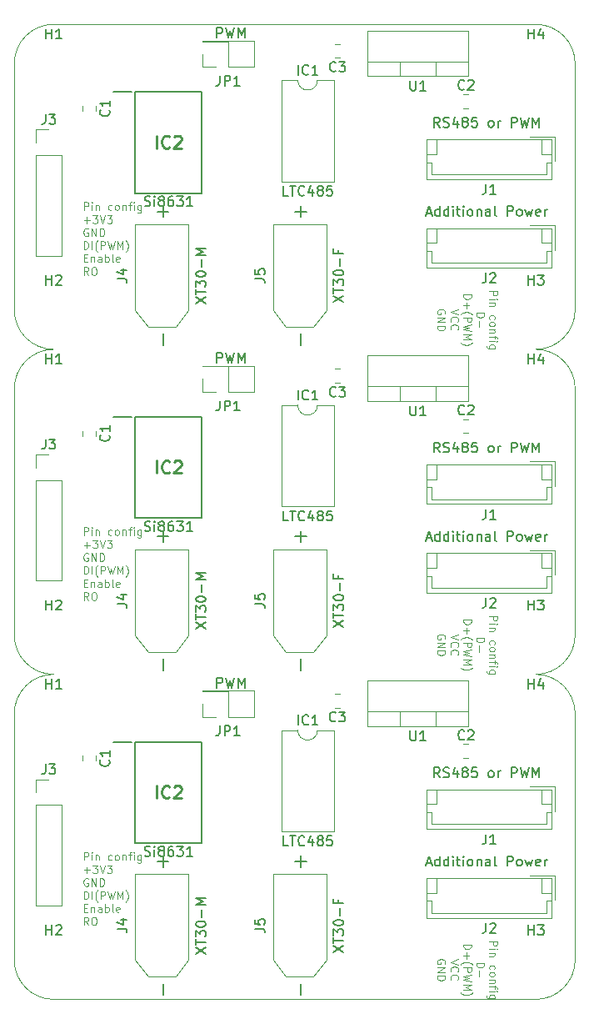
<source format=gbr>
G04 #@! TF.GenerationSoftware,KiCad,Pcbnew,(5.1.5)-3*
G04 #@! TF.CreationDate,2020-02-20T05:13:05+09:00*
G04 #@! TF.ProjectId,ServoDriver-order,53657276-6f44-4726-9976-65722d6f7264,rev?*
G04 #@! TF.SameCoordinates,Original*
G04 #@! TF.FileFunction,Legend,Top*
G04 #@! TF.FilePolarity,Positive*
%FSLAX46Y46*%
G04 Gerber Fmt 4.6, Leading zero omitted, Abs format (unit mm)*
G04 Created by KiCad (PCBNEW (5.1.5)-3) date 2020-02-20 05:13:05*
%MOMM*%
%LPD*%
G04 APERTURE LIST*
%ADD10C,0.050000*%
%ADD11C,0.150000*%
%ADD12C,0.120000*%
%ADD13C,0.200000*%
%ADD14C,0.254000*%
%ADD15C,3.302000*%
%ADD16R,1.802000X1.802000*%
%ADD17O,1.802000X1.802000*%
%ADD18C,0.100000*%
%ADD19R,3.902000X3.902000*%
%ADD20C,3.902000*%
%ADD21R,1.702000X1.702000*%
%ADD22O,1.702000X1.702000*%
%ADD23R,1.952000X0.752000*%
%ADD24O,1.802000X2.052000*%
%ADD25R,2.007000X2.102000*%
%ADD26O,2.007000X2.102000*%
G04 APERTURE END LIST*
D10*
X168000000Y-57000000D02*
X119000000Y-57000000D01*
X172000000Y-86000000D02*
G75*
G02X168000000Y-90000000I-4000000J0D01*
G01*
X172000000Y-119000000D02*
G75*
G02X168000000Y-123000000I-4000000J0D01*
G01*
X115000000Y-61000000D02*
X115000000Y-86000000D01*
X115000000Y-94000000D02*
X115000000Y-119000000D01*
X172000000Y-86000000D02*
X172000000Y-61000000D01*
X172000000Y-119000000D02*
X172000000Y-94000000D01*
X168000000Y-57000000D02*
G75*
G02X172000000Y-61000000I0J-4000000D01*
G01*
X168000000Y-90000000D02*
G75*
G02X172000000Y-94000000I0J-4000000D01*
G01*
X115000000Y-61000000D02*
G75*
G02X119000000Y-57000000I4000000J0D01*
G01*
X115000000Y-94000000D02*
G75*
G02X119000000Y-90000000I4000000J0D01*
G01*
X119000000Y-90000000D02*
G75*
G02X115000000Y-86000000I0J4000000D01*
G01*
X119000000Y-123000000D02*
G75*
G02X115000000Y-119000000I0J4000000D01*
G01*
D11*
X156880952Y-76166666D02*
X157357142Y-76166666D01*
X156785714Y-76452380D02*
X157119047Y-75452380D01*
X157452380Y-76452380D01*
X158214285Y-76452380D02*
X158214285Y-75452380D01*
X158214285Y-76404761D02*
X158119047Y-76452380D01*
X157928571Y-76452380D01*
X157833333Y-76404761D01*
X157785714Y-76357142D01*
X157738095Y-76261904D01*
X157738095Y-75976190D01*
X157785714Y-75880952D01*
X157833333Y-75833333D01*
X157928571Y-75785714D01*
X158119047Y-75785714D01*
X158214285Y-75833333D01*
X159119047Y-76452380D02*
X159119047Y-75452380D01*
X159119047Y-76404761D02*
X159023809Y-76452380D01*
X158833333Y-76452380D01*
X158738095Y-76404761D01*
X158690476Y-76357142D01*
X158642857Y-76261904D01*
X158642857Y-75976190D01*
X158690476Y-75880952D01*
X158738095Y-75833333D01*
X158833333Y-75785714D01*
X159023809Y-75785714D01*
X159119047Y-75833333D01*
X159595238Y-76452380D02*
X159595238Y-75785714D01*
X159595238Y-75452380D02*
X159547619Y-75500000D01*
X159595238Y-75547619D01*
X159642857Y-75500000D01*
X159595238Y-75452380D01*
X159595238Y-75547619D01*
X159928571Y-75785714D02*
X160309523Y-75785714D01*
X160071428Y-75452380D02*
X160071428Y-76309523D01*
X160119047Y-76404761D01*
X160214285Y-76452380D01*
X160309523Y-76452380D01*
X160642857Y-76452380D02*
X160642857Y-75785714D01*
X160642857Y-75452380D02*
X160595238Y-75500000D01*
X160642857Y-75547619D01*
X160690476Y-75500000D01*
X160642857Y-75452380D01*
X160642857Y-75547619D01*
X161261904Y-76452380D02*
X161166666Y-76404761D01*
X161119047Y-76357142D01*
X161071428Y-76261904D01*
X161071428Y-75976190D01*
X161119047Y-75880952D01*
X161166666Y-75833333D01*
X161261904Y-75785714D01*
X161404761Y-75785714D01*
X161500000Y-75833333D01*
X161547619Y-75880952D01*
X161595238Y-75976190D01*
X161595238Y-76261904D01*
X161547619Y-76357142D01*
X161500000Y-76404761D01*
X161404761Y-76452380D01*
X161261904Y-76452380D01*
X162023809Y-75785714D02*
X162023809Y-76452380D01*
X162023809Y-75880952D02*
X162071428Y-75833333D01*
X162166666Y-75785714D01*
X162309523Y-75785714D01*
X162404761Y-75833333D01*
X162452380Y-75928571D01*
X162452380Y-76452380D01*
X163357142Y-76452380D02*
X163357142Y-75928571D01*
X163309523Y-75833333D01*
X163214285Y-75785714D01*
X163023809Y-75785714D01*
X162928571Y-75833333D01*
X163357142Y-76404761D02*
X163261904Y-76452380D01*
X163023809Y-76452380D01*
X162928571Y-76404761D01*
X162880952Y-76309523D01*
X162880952Y-76214285D01*
X162928571Y-76119047D01*
X163023809Y-76071428D01*
X163261904Y-76071428D01*
X163357142Y-76023809D01*
X163976190Y-76452380D02*
X163880952Y-76404761D01*
X163833333Y-76309523D01*
X163833333Y-75452380D01*
X165119047Y-76452380D02*
X165119047Y-75452380D01*
X165500000Y-75452380D01*
X165595238Y-75500000D01*
X165642857Y-75547619D01*
X165690476Y-75642857D01*
X165690476Y-75785714D01*
X165642857Y-75880952D01*
X165595238Y-75928571D01*
X165500000Y-75976190D01*
X165119047Y-75976190D01*
X166261904Y-76452380D02*
X166166666Y-76404761D01*
X166119047Y-76357142D01*
X166071428Y-76261904D01*
X166071428Y-75976190D01*
X166119047Y-75880952D01*
X166166666Y-75833333D01*
X166261904Y-75785714D01*
X166404761Y-75785714D01*
X166500000Y-75833333D01*
X166547619Y-75880952D01*
X166595238Y-75976190D01*
X166595238Y-76261904D01*
X166547619Y-76357142D01*
X166500000Y-76404761D01*
X166404761Y-76452380D01*
X166261904Y-76452380D01*
X166928571Y-75785714D02*
X167119047Y-76452380D01*
X167309523Y-75976190D01*
X167500000Y-76452380D01*
X167690476Y-75785714D01*
X168452380Y-76404761D02*
X168357142Y-76452380D01*
X168166666Y-76452380D01*
X168071428Y-76404761D01*
X168023809Y-76309523D01*
X168023809Y-75928571D01*
X168071428Y-75833333D01*
X168166666Y-75785714D01*
X168357142Y-75785714D01*
X168452380Y-75833333D01*
X168500000Y-75928571D01*
X168500000Y-76023809D01*
X168023809Y-76119047D01*
X168928571Y-76452380D02*
X168928571Y-75785714D01*
X168928571Y-75976190D02*
X168976190Y-75880952D01*
X169023809Y-75833333D01*
X169119047Y-75785714D01*
X169214285Y-75785714D01*
X156880952Y-109166666D02*
X157357142Y-109166666D01*
X156785714Y-109452380D02*
X157119047Y-108452380D01*
X157452380Y-109452380D01*
X158214285Y-109452380D02*
X158214285Y-108452380D01*
X158214285Y-109404761D02*
X158119047Y-109452380D01*
X157928571Y-109452380D01*
X157833333Y-109404761D01*
X157785714Y-109357142D01*
X157738095Y-109261904D01*
X157738095Y-108976190D01*
X157785714Y-108880952D01*
X157833333Y-108833333D01*
X157928571Y-108785714D01*
X158119047Y-108785714D01*
X158214285Y-108833333D01*
X159119047Y-109452380D02*
X159119047Y-108452380D01*
X159119047Y-109404761D02*
X159023809Y-109452380D01*
X158833333Y-109452380D01*
X158738095Y-109404761D01*
X158690476Y-109357142D01*
X158642857Y-109261904D01*
X158642857Y-108976190D01*
X158690476Y-108880952D01*
X158738095Y-108833333D01*
X158833333Y-108785714D01*
X159023809Y-108785714D01*
X159119047Y-108833333D01*
X159595238Y-109452380D02*
X159595238Y-108785714D01*
X159595238Y-108452380D02*
X159547619Y-108500000D01*
X159595238Y-108547619D01*
X159642857Y-108500000D01*
X159595238Y-108452380D01*
X159595238Y-108547619D01*
X159928571Y-108785714D02*
X160309523Y-108785714D01*
X160071428Y-108452380D02*
X160071428Y-109309523D01*
X160119047Y-109404761D01*
X160214285Y-109452380D01*
X160309523Y-109452380D01*
X160642857Y-109452380D02*
X160642857Y-108785714D01*
X160642857Y-108452380D02*
X160595238Y-108500000D01*
X160642857Y-108547619D01*
X160690476Y-108500000D01*
X160642857Y-108452380D01*
X160642857Y-108547619D01*
X161261904Y-109452380D02*
X161166666Y-109404761D01*
X161119047Y-109357142D01*
X161071428Y-109261904D01*
X161071428Y-108976190D01*
X161119047Y-108880952D01*
X161166666Y-108833333D01*
X161261904Y-108785714D01*
X161404761Y-108785714D01*
X161500000Y-108833333D01*
X161547619Y-108880952D01*
X161595238Y-108976190D01*
X161595238Y-109261904D01*
X161547619Y-109357142D01*
X161500000Y-109404761D01*
X161404761Y-109452380D01*
X161261904Y-109452380D01*
X162023809Y-108785714D02*
X162023809Y-109452380D01*
X162023809Y-108880952D02*
X162071428Y-108833333D01*
X162166666Y-108785714D01*
X162309523Y-108785714D01*
X162404761Y-108833333D01*
X162452380Y-108928571D01*
X162452380Y-109452380D01*
X163357142Y-109452380D02*
X163357142Y-108928571D01*
X163309523Y-108833333D01*
X163214285Y-108785714D01*
X163023809Y-108785714D01*
X162928571Y-108833333D01*
X163357142Y-109404761D02*
X163261904Y-109452380D01*
X163023809Y-109452380D01*
X162928571Y-109404761D01*
X162880952Y-109309523D01*
X162880952Y-109214285D01*
X162928571Y-109119047D01*
X163023809Y-109071428D01*
X163261904Y-109071428D01*
X163357142Y-109023809D01*
X163976190Y-109452380D02*
X163880952Y-109404761D01*
X163833333Y-109309523D01*
X163833333Y-108452380D01*
X165119047Y-109452380D02*
X165119047Y-108452380D01*
X165500000Y-108452380D01*
X165595238Y-108500000D01*
X165642857Y-108547619D01*
X165690476Y-108642857D01*
X165690476Y-108785714D01*
X165642857Y-108880952D01*
X165595238Y-108928571D01*
X165500000Y-108976190D01*
X165119047Y-108976190D01*
X166261904Y-109452380D02*
X166166666Y-109404761D01*
X166119047Y-109357142D01*
X166071428Y-109261904D01*
X166071428Y-108976190D01*
X166119047Y-108880952D01*
X166166666Y-108833333D01*
X166261904Y-108785714D01*
X166404761Y-108785714D01*
X166500000Y-108833333D01*
X166547619Y-108880952D01*
X166595238Y-108976190D01*
X166595238Y-109261904D01*
X166547619Y-109357142D01*
X166500000Y-109404761D01*
X166404761Y-109452380D01*
X166261904Y-109452380D01*
X166928571Y-108785714D02*
X167119047Y-109452380D01*
X167309523Y-108976190D01*
X167500000Y-109452380D01*
X167690476Y-108785714D01*
X168452380Y-109404761D02*
X168357142Y-109452380D01*
X168166666Y-109452380D01*
X168071428Y-109404761D01*
X168023809Y-109309523D01*
X168023809Y-108928571D01*
X168071428Y-108833333D01*
X168166666Y-108785714D01*
X168357142Y-108785714D01*
X168452380Y-108833333D01*
X168500000Y-108928571D01*
X168500000Y-109023809D01*
X168023809Y-109119047D01*
X168928571Y-109452380D02*
X168928571Y-108785714D01*
X168928571Y-108976190D02*
X168976190Y-108880952D01*
X169023809Y-108833333D01*
X169119047Y-108785714D01*
X169214285Y-108785714D01*
X158238095Y-67452380D02*
X157904761Y-66976190D01*
X157666666Y-67452380D02*
X157666666Y-66452380D01*
X158047619Y-66452380D01*
X158142857Y-66500000D01*
X158190476Y-66547619D01*
X158238095Y-66642857D01*
X158238095Y-66785714D01*
X158190476Y-66880952D01*
X158142857Y-66928571D01*
X158047619Y-66976190D01*
X157666666Y-66976190D01*
X158619047Y-67404761D02*
X158761904Y-67452380D01*
X159000000Y-67452380D01*
X159095238Y-67404761D01*
X159142857Y-67357142D01*
X159190476Y-67261904D01*
X159190476Y-67166666D01*
X159142857Y-67071428D01*
X159095238Y-67023809D01*
X159000000Y-66976190D01*
X158809523Y-66928571D01*
X158714285Y-66880952D01*
X158666666Y-66833333D01*
X158619047Y-66738095D01*
X158619047Y-66642857D01*
X158666666Y-66547619D01*
X158714285Y-66500000D01*
X158809523Y-66452380D01*
X159047619Y-66452380D01*
X159190476Y-66500000D01*
X160047619Y-66785714D02*
X160047619Y-67452380D01*
X159809523Y-66404761D02*
X159571428Y-67119047D01*
X160190476Y-67119047D01*
X160714285Y-66880952D02*
X160619047Y-66833333D01*
X160571428Y-66785714D01*
X160523809Y-66690476D01*
X160523809Y-66642857D01*
X160571428Y-66547619D01*
X160619047Y-66500000D01*
X160714285Y-66452380D01*
X160904761Y-66452380D01*
X161000000Y-66500000D01*
X161047619Y-66547619D01*
X161095238Y-66642857D01*
X161095238Y-66690476D01*
X161047619Y-66785714D01*
X161000000Y-66833333D01*
X160904761Y-66880952D01*
X160714285Y-66880952D01*
X160619047Y-66928571D01*
X160571428Y-66976190D01*
X160523809Y-67071428D01*
X160523809Y-67261904D01*
X160571428Y-67357142D01*
X160619047Y-67404761D01*
X160714285Y-67452380D01*
X160904761Y-67452380D01*
X161000000Y-67404761D01*
X161047619Y-67357142D01*
X161095238Y-67261904D01*
X161095238Y-67071428D01*
X161047619Y-66976190D01*
X161000000Y-66928571D01*
X160904761Y-66880952D01*
X162000000Y-66452380D02*
X161523809Y-66452380D01*
X161476190Y-66928571D01*
X161523809Y-66880952D01*
X161619047Y-66833333D01*
X161857142Y-66833333D01*
X161952380Y-66880952D01*
X162000000Y-66928571D01*
X162047619Y-67023809D01*
X162047619Y-67261904D01*
X162000000Y-67357142D01*
X161952380Y-67404761D01*
X161857142Y-67452380D01*
X161619047Y-67452380D01*
X161523809Y-67404761D01*
X161476190Y-67357142D01*
X163380952Y-67452380D02*
X163285714Y-67404761D01*
X163238095Y-67357142D01*
X163190476Y-67261904D01*
X163190476Y-66976190D01*
X163238095Y-66880952D01*
X163285714Y-66833333D01*
X163380952Y-66785714D01*
X163523809Y-66785714D01*
X163619047Y-66833333D01*
X163666666Y-66880952D01*
X163714285Y-66976190D01*
X163714285Y-67261904D01*
X163666666Y-67357142D01*
X163619047Y-67404761D01*
X163523809Y-67452380D01*
X163380952Y-67452380D01*
X164142857Y-67452380D02*
X164142857Y-66785714D01*
X164142857Y-66976190D02*
X164190476Y-66880952D01*
X164238095Y-66833333D01*
X164333333Y-66785714D01*
X164428571Y-66785714D01*
X165523809Y-67452380D02*
X165523809Y-66452380D01*
X165904761Y-66452380D01*
X166000000Y-66500000D01*
X166047619Y-66547619D01*
X166095238Y-66642857D01*
X166095238Y-66785714D01*
X166047619Y-66880952D01*
X166000000Y-66928571D01*
X165904761Y-66976190D01*
X165523809Y-66976190D01*
X166428571Y-66452380D02*
X166666666Y-67452380D01*
X166857142Y-66738095D01*
X167047619Y-67452380D01*
X167285714Y-66452380D01*
X167666666Y-67452380D02*
X167666666Y-66452380D01*
X168000000Y-67166666D01*
X168333333Y-66452380D01*
X168333333Y-67452380D01*
X158238095Y-100452380D02*
X157904761Y-99976190D01*
X157666666Y-100452380D02*
X157666666Y-99452380D01*
X158047619Y-99452380D01*
X158142857Y-99500000D01*
X158190476Y-99547619D01*
X158238095Y-99642857D01*
X158238095Y-99785714D01*
X158190476Y-99880952D01*
X158142857Y-99928571D01*
X158047619Y-99976190D01*
X157666666Y-99976190D01*
X158619047Y-100404761D02*
X158761904Y-100452380D01*
X159000000Y-100452380D01*
X159095238Y-100404761D01*
X159142857Y-100357142D01*
X159190476Y-100261904D01*
X159190476Y-100166666D01*
X159142857Y-100071428D01*
X159095238Y-100023809D01*
X159000000Y-99976190D01*
X158809523Y-99928571D01*
X158714285Y-99880952D01*
X158666666Y-99833333D01*
X158619047Y-99738095D01*
X158619047Y-99642857D01*
X158666666Y-99547619D01*
X158714285Y-99500000D01*
X158809523Y-99452380D01*
X159047619Y-99452380D01*
X159190476Y-99500000D01*
X160047619Y-99785714D02*
X160047619Y-100452380D01*
X159809523Y-99404761D02*
X159571428Y-100119047D01*
X160190476Y-100119047D01*
X160714285Y-99880952D02*
X160619047Y-99833333D01*
X160571428Y-99785714D01*
X160523809Y-99690476D01*
X160523809Y-99642857D01*
X160571428Y-99547619D01*
X160619047Y-99500000D01*
X160714285Y-99452380D01*
X160904761Y-99452380D01*
X161000000Y-99500000D01*
X161047619Y-99547619D01*
X161095238Y-99642857D01*
X161095238Y-99690476D01*
X161047619Y-99785714D01*
X161000000Y-99833333D01*
X160904761Y-99880952D01*
X160714285Y-99880952D01*
X160619047Y-99928571D01*
X160571428Y-99976190D01*
X160523809Y-100071428D01*
X160523809Y-100261904D01*
X160571428Y-100357142D01*
X160619047Y-100404761D01*
X160714285Y-100452380D01*
X160904761Y-100452380D01*
X161000000Y-100404761D01*
X161047619Y-100357142D01*
X161095238Y-100261904D01*
X161095238Y-100071428D01*
X161047619Y-99976190D01*
X161000000Y-99928571D01*
X160904761Y-99880952D01*
X162000000Y-99452380D02*
X161523809Y-99452380D01*
X161476190Y-99928571D01*
X161523809Y-99880952D01*
X161619047Y-99833333D01*
X161857142Y-99833333D01*
X161952380Y-99880952D01*
X162000000Y-99928571D01*
X162047619Y-100023809D01*
X162047619Y-100261904D01*
X162000000Y-100357142D01*
X161952380Y-100404761D01*
X161857142Y-100452380D01*
X161619047Y-100452380D01*
X161523809Y-100404761D01*
X161476190Y-100357142D01*
X163380952Y-100452380D02*
X163285714Y-100404761D01*
X163238095Y-100357142D01*
X163190476Y-100261904D01*
X163190476Y-99976190D01*
X163238095Y-99880952D01*
X163285714Y-99833333D01*
X163380952Y-99785714D01*
X163523809Y-99785714D01*
X163619047Y-99833333D01*
X163666666Y-99880952D01*
X163714285Y-99976190D01*
X163714285Y-100261904D01*
X163666666Y-100357142D01*
X163619047Y-100404761D01*
X163523809Y-100452380D01*
X163380952Y-100452380D01*
X164142857Y-100452380D02*
X164142857Y-99785714D01*
X164142857Y-99976190D02*
X164190476Y-99880952D01*
X164238095Y-99833333D01*
X164333333Y-99785714D01*
X164428571Y-99785714D01*
X165523809Y-100452380D02*
X165523809Y-99452380D01*
X165904761Y-99452380D01*
X166000000Y-99500000D01*
X166047619Y-99547619D01*
X166095238Y-99642857D01*
X166095238Y-99785714D01*
X166047619Y-99880952D01*
X166000000Y-99928571D01*
X165904761Y-99976190D01*
X165523809Y-99976190D01*
X166428571Y-99452380D02*
X166666666Y-100452380D01*
X166857142Y-99738095D01*
X167047619Y-100452380D01*
X167285714Y-99452380D01*
X167666666Y-100452380D02*
X167666666Y-99452380D01*
X168000000Y-100166666D01*
X168333333Y-99452380D01*
X168333333Y-100452380D01*
X135595238Y-58352380D02*
X135595238Y-57352380D01*
X135976190Y-57352380D01*
X136071428Y-57400000D01*
X136119047Y-57447619D01*
X136166666Y-57542857D01*
X136166666Y-57685714D01*
X136119047Y-57780952D01*
X136071428Y-57828571D01*
X135976190Y-57876190D01*
X135595238Y-57876190D01*
X136500000Y-57352380D02*
X136738095Y-58352380D01*
X136928571Y-57638095D01*
X137119047Y-58352380D01*
X137357142Y-57352380D01*
X137738095Y-58352380D02*
X137738095Y-57352380D01*
X138071428Y-58066666D01*
X138404761Y-57352380D01*
X138404761Y-58352380D01*
X135595238Y-91352380D02*
X135595238Y-90352380D01*
X135976190Y-90352380D01*
X136071428Y-90400000D01*
X136119047Y-90447619D01*
X136166666Y-90542857D01*
X136166666Y-90685714D01*
X136119047Y-90780952D01*
X136071428Y-90828571D01*
X135976190Y-90876190D01*
X135595238Y-90876190D01*
X136500000Y-90352380D02*
X136738095Y-91352380D01*
X136928571Y-90638095D01*
X137119047Y-91352380D01*
X137357142Y-90352380D01*
X137738095Y-91352380D02*
X137738095Y-90352380D01*
X138071428Y-91066666D01*
X138404761Y-90352380D01*
X138404761Y-91352380D01*
D12*
X163278095Y-84085714D02*
X164078095Y-84085714D01*
X164078095Y-84390476D01*
X164040000Y-84466666D01*
X164001904Y-84504761D01*
X163925714Y-84542857D01*
X163811428Y-84542857D01*
X163735238Y-84504761D01*
X163697142Y-84466666D01*
X163659047Y-84390476D01*
X163659047Y-84085714D01*
X163278095Y-84885714D02*
X163811428Y-84885714D01*
X164078095Y-84885714D02*
X164040000Y-84847619D01*
X164001904Y-84885714D01*
X164040000Y-84923809D01*
X164078095Y-84885714D01*
X164001904Y-84885714D01*
X163811428Y-85266666D02*
X163278095Y-85266666D01*
X163735238Y-85266666D02*
X163773333Y-85304761D01*
X163811428Y-85380952D01*
X163811428Y-85495238D01*
X163773333Y-85571428D01*
X163697142Y-85609523D01*
X163278095Y-85609523D01*
X163316190Y-86942857D02*
X163278095Y-86866666D01*
X163278095Y-86714285D01*
X163316190Y-86638095D01*
X163354285Y-86600000D01*
X163430476Y-86561904D01*
X163659047Y-86561904D01*
X163735238Y-86600000D01*
X163773333Y-86638095D01*
X163811428Y-86714285D01*
X163811428Y-86866666D01*
X163773333Y-86942857D01*
X163278095Y-87400000D02*
X163316190Y-87323809D01*
X163354285Y-87285714D01*
X163430476Y-87247619D01*
X163659047Y-87247619D01*
X163735238Y-87285714D01*
X163773333Y-87323809D01*
X163811428Y-87400000D01*
X163811428Y-87514285D01*
X163773333Y-87590476D01*
X163735238Y-87628571D01*
X163659047Y-87666666D01*
X163430476Y-87666666D01*
X163354285Y-87628571D01*
X163316190Y-87590476D01*
X163278095Y-87514285D01*
X163278095Y-87400000D01*
X163811428Y-88009523D02*
X163278095Y-88009523D01*
X163735238Y-88009523D02*
X163773333Y-88047619D01*
X163811428Y-88123809D01*
X163811428Y-88238095D01*
X163773333Y-88314285D01*
X163697142Y-88352380D01*
X163278095Y-88352380D01*
X163811428Y-88619047D02*
X163811428Y-88923809D01*
X163278095Y-88733333D02*
X163963809Y-88733333D01*
X164040000Y-88771428D01*
X164078095Y-88847619D01*
X164078095Y-88923809D01*
X163278095Y-89190476D02*
X163811428Y-89190476D01*
X164078095Y-89190476D02*
X164040000Y-89152380D01*
X164001904Y-89190476D01*
X164040000Y-89228571D01*
X164078095Y-89190476D01*
X164001904Y-89190476D01*
X163811428Y-89914285D02*
X163163809Y-89914285D01*
X163087619Y-89876190D01*
X163049523Y-89838095D01*
X163011428Y-89761904D01*
X163011428Y-89647619D01*
X163049523Y-89571428D01*
X163316190Y-89914285D02*
X163278095Y-89838095D01*
X163278095Y-89685714D01*
X163316190Y-89609523D01*
X163354285Y-89571428D01*
X163430476Y-89533333D01*
X163659047Y-89533333D01*
X163735238Y-89571428D01*
X163773333Y-89609523D01*
X163811428Y-89685714D01*
X163811428Y-89838095D01*
X163773333Y-89914285D01*
X161958095Y-86295238D02*
X162758095Y-86295238D01*
X162758095Y-86485714D01*
X162720000Y-86600000D01*
X162643809Y-86676190D01*
X162567619Y-86714285D01*
X162415238Y-86752380D01*
X162300952Y-86752380D01*
X162148571Y-86714285D01*
X162072380Y-86676190D01*
X161996190Y-86600000D01*
X161958095Y-86485714D01*
X161958095Y-86295238D01*
X162262857Y-87095238D02*
X162262857Y-87704761D01*
X160638095Y-84447619D02*
X161438095Y-84447619D01*
X161438095Y-84638095D01*
X161400000Y-84752380D01*
X161323809Y-84828571D01*
X161247619Y-84866666D01*
X161095238Y-84904761D01*
X160980952Y-84904761D01*
X160828571Y-84866666D01*
X160752380Y-84828571D01*
X160676190Y-84752380D01*
X160638095Y-84638095D01*
X160638095Y-84447619D01*
X160942857Y-85247619D02*
X160942857Y-85857142D01*
X160638095Y-85552380D02*
X161247619Y-85552380D01*
X160333333Y-86466666D02*
X160371428Y-86428571D01*
X160485714Y-86352380D01*
X160561904Y-86314285D01*
X160676190Y-86276190D01*
X160866666Y-86238095D01*
X161019047Y-86238095D01*
X161209523Y-86276190D01*
X161323809Y-86314285D01*
X161400000Y-86352380D01*
X161514285Y-86428571D01*
X161552380Y-86466666D01*
X160638095Y-86771428D02*
X161438095Y-86771428D01*
X161438095Y-87076190D01*
X161400000Y-87152380D01*
X161361904Y-87190476D01*
X161285714Y-87228571D01*
X161171428Y-87228571D01*
X161095238Y-87190476D01*
X161057142Y-87152380D01*
X161019047Y-87076190D01*
X161019047Y-86771428D01*
X161438095Y-87495238D02*
X160638095Y-87685714D01*
X161209523Y-87838095D01*
X160638095Y-87990476D01*
X161438095Y-88180952D01*
X160638095Y-88485714D02*
X161438095Y-88485714D01*
X160866666Y-88752380D01*
X161438095Y-89019047D01*
X160638095Y-89019047D01*
X160333333Y-89323809D02*
X160371428Y-89361904D01*
X160485714Y-89438095D01*
X160561904Y-89476190D01*
X160676190Y-89514285D01*
X160866666Y-89552380D01*
X161019047Y-89552380D01*
X161209523Y-89514285D01*
X161323809Y-89476190D01*
X161400000Y-89438095D01*
X161514285Y-89361904D01*
X161552380Y-89323809D01*
X160118095Y-85933333D02*
X159318095Y-86200000D01*
X160118095Y-86466666D01*
X159394285Y-87190476D02*
X159356190Y-87152380D01*
X159318095Y-87038095D01*
X159318095Y-86961904D01*
X159356190Y-86847619D01*
X159432380Y-86771428D01*
X159508571Y-86733333D01*
X159660952Y-86695238D01*
X159775238Y-86695238D01*
X159927619Y-86733333D01*
X160003809Y-86771428D01*
X160080000Y-86847619D01*
X160118095Y-86961904D01*
X160118095Y-87038095D01*
X160080000Y-87152380D01*
X160041904Y-87190476D01*
X159394285Y-87990476D02*
X159356190Y-87952380D01*
X159318095Y-87838095D01*
X159318095Y-87761904D01*
X159356190Y-87647619D01*
X159432380Y-87571428D01*
X159508571Y-87533333D01*
X159660952Y-87495238D01*
X159775238Y-87495238D01*
X159927619Y-87533333D01*
X160003809Y-87571428D01*
X160080000Y-87647619D01*
X160118095Y-87761904D01*
X160118095Y-87838095D01*
X160080000Y-87952380D01*
X160041904Y-87990476D01*
X158760000Y-86390476D02*
X158798095Y-86314285D01*
X158798095Y-86200000D01*
X158760000Y-86085714D01*
X158683809Y-86009523D01*
X158607619Y-85971428D01*
X158455238Y-85933333D01*
X158340952Y-85933333D01*
X158188571Y-85971428D01*
X158112380Y-86009523D01*
X158036190Y-86085714D01*
X157998095Y-86200000D01*
X157998095Y-86276190D01*
X158036190Y-86390476D01*
X158074285Y-86428571D01*
X158340952Y-86428571D01*
X158340952Y-86276190D01*
X157998095Y-86771428D02*
X158798095Y-86771428D01*
X157998095Y-87228571D01*
X158798095Y-87228571D01*
X157998095Y-87609523D02*
X158798095Y-87609523D01*
X158798095Y-87800000D01*
X158760000Y-87914285D01*
X158683809Y-87990476D01*
X158607619Y-88028571D01*
X158455238Y-88066666D01*
X158340952Y-88066666D01*
X158188571Y-88028571D01*
X158112380Y-87990476D01*
X158036190Y-87914285D01*
X157998095Y-87800000D01*
X157998095Y-87609523D01*
X163278095Y-117085714D02*
X164078095Y-117085714D01*
X164078095Y-117390476D01*
X164040000Y-117466666D01*
X164001904Y-117504761D01*
X163925714Y-117542857D01*
X163811428Y-117542857D01*
X163735238Y-117504761D01*
X163697142Y-117466666D01*
X163659047Y-117390476D01*
X163659047Y-117085714D01*
X163278095Y-117885714D02*
X163811428Y-117885714D01*
X164078095Y-117885714D02*
X164040000Y-117847619D01*
X164001904Y-117885714D01*
X164040000Y-117923809D01*
X164078095Y-117885714D01*
X164001904Y-117885714D01*
X163811428Y-118266666D02*
X163278095Y-118266666D01*
X163735238Y-118266666D02*
X163773333Y-118304761D01*
X163811428Y-118380952D01*
X163811428Y-118495238D01*
X163773333Y-118571428D01*
X163697142Y-118609523D01*
X163278095Y-118609523D01*
X163316190Y-119942857D02*
X163278095Y-119866666D01*
X163278095Y-119714285D01*
X163316190Y-119638095D01*
X163354285Y-119600000D01*
X163430476Y-119561904D01*
X163659047Y-119561904D01*
X163735238Y-119600000D01*
X163773333Y-119638095D01*
X163811428Y-119714285D01*
X163811428Y-119866666D01*
X163773333Y-119942857D01*
X163278095Y-120400000D02*
X163316190Y-120323809D01*
X163354285Y-120285714D01*
X163430476Y-120247619D01*
X163659047Y-120247619D01*
X163735238Y-120285714D01*
X163773333Y-120323809D01*
X163811428Y-120400000D01*
X163811428Y-120514285D01*
X163773333Y-120590476D01*
X163735238Y-120628571D01*
X163659047Y-120666666D01*
X163430476Y-120666666D01*
X163354285Y-120628571D01*
X163316190Y-120590476D01*
X163278095Y-120514285D01*
X163278095Y-120400000D01*
X163811428Y-121009523D02*
X163278095Y-121009523D01*
X163735238Y-121009523D02*
X163773333Y-121047619D01*
X163811428Y-121123809D01*
X163811428Y-121238095D01*
X163773333Y-121314285D01*
X163697142Y-121352380D01*
X163278095Y-121352380D01*
X163811428Y-121619047D02*
X163811428Y-121923809D01*
X163278095Y-121733333D02*
X163963809Y-121733333D01*
X164040000Y-121771428D01*
X164078095Y-121847619D01*
X164078095Y-121923809D01*
X163278095Y-122190476D02*
X163811428Y-122190476D01*
X164078095Y-122190476D02*
X164040000Y-122152380D01*
X164001904Y-122190476D01*
X164040000Y-122228571D01*
X164078095Y-122190476D01*
X164001904Y-122190476D01*
X163811428Y-122914285D02*
X163163809Y-122914285D01*
X163087619Y-122876190D01*
X163049523Y-122838095D01*
X163011428Y-122761904D01*
X163011428Y-122647619D01*
X163049523Y-122571428D01*
X163316190Y-122914285D02*
X163278095Y-122838095D01*
X163278095Y-122685714D01*
X163316190Y-122609523D01*
X163354285Y-122571428D01*
X163430476Y-122533333D01*
X163659047Y-122533333D01*
X163735238Y-122571428D01*
X163773333Y-122609523D01*
X163811428Y-122685714D01*
X163811428Y-122838095D01*
X163773333Y-122914285D01*
X161958095Y-119295238D02*
X162758095Y-119295238D01*
X162758095Y-119485714D01*
X162720000Y-119600000D01*
X162643809Y-119676190D01*
X162567619Y-119714285D01*
X162415238Y-119752380D01*
X162300952Y-119752380D01*
X162148571Y-119714285D01*
X162072380Y-119676190D01*
X161996190Y-119600000D01*
X161958095Y-119485714D01*
X161958095Y-119295238D01*
X162262857Y-120095238D02*
X162262857Y-120704761D01*
X160638095Y-117447619D02*
X161438095Y-117447619D01*
X161438095Y-117638095D01*
X161400000Y-117752380D01*
X161323809Y-117828571D01*
X161247619Y-117866666D01*
X161095238Y-117904761D01*
X160980952Y-117904761D01*
X160828571Y-117866666D01*
X160752380Y-117828571D01*
X160676190Y-117752380D01*
X160638095Y-117638095D01*
X160638095Y-117447619D01*
X160942857Y-118247619D02*
X160942857Y-118857142D01*
X160638095Y-118552380D02*
X161247619Y-118552380D01*
X160333333Y-119466666D02*
X160371428Y-119428571D01*
X160485714Y-119352380D01*
X160561904Y-119314285D01*
X160676190Y-119276190D01*
X160866666Y-119238095D01*
X161019047Y-119238095D01*
X161209523Y-119276190D01*
X161323809Y-119314285D01*
X161400000Y-119352380D01*
X161514285Y-119428571D01*
X161552380Y-119466666D01*
X160638095Y-119771428D02*
X161438095Y-119771428D01*
X161438095Y-120076190D01*
X161400000Y-120152380D01*
X161361904Y-120190476D01*
X161285714Y-120228571D01*
X161171428Y-120228571D01*
X161095238Y-120190476D01*
X161057142Y-120152380D01*
X161019047Y-120076190D01*
X161019047Y-119771428D01*
X161438095Y-120495238D02*
X160638095Y-120685714D01*
X161209523Y-120838095D01*
X160638095Y-120990476D01*
X161438095Y-121180952D01*
X160638095Y-121485714D02*
X161438095Y-121485714D01*
X160866666Y-121752380D01*
X161438095Y-122019047D01*
X160638095Y-122019047D01*
X160333333Y-122323809D02*
X160371428Y-122361904D01*
X160485714Y-122438095D01*
X160561904Y-122476190D01*
X160676190Y-122514285D01*
X160866666Y-122552380D01*
X161019047Y-122552380D01*
X161209523Y-122514285D01*
X161323809Y-122476190D01*
X161400000Y-122438095D01*
X161514285Y-122361904D01*
X161552380Y-122323809D01*
X160118095Y-118933333D02*
X159318095Y-119200000D01*
X160118095Y-119466666D01*
X159394285Y-120190476D02*
X159356190Y-120152380D01*
X159318095Y-120038095D01*
X159318095Y-119961904D01*
X159356190Y-119847619D01*
X159432380Y-119771428D01*
X159508571Y-119733333D01*
X159660952Y-119695238D01*
X159775238Y-119695238D01*
X159927619Y-119733333D01*
X160003809Y-119771428D01*
X160080000Y-119847619D01*
X160118095Y-119961904D01*
X160118095Y-120038095D01*
X160080000Y-120152380D01*
X160041904Y-120190476D01*
X159394285Y-120990476D02*
X159356190Y-120952380D01*
X159318095Y-120838095D01*
X159318095Y-120761904D01*
X159356190Y-120647619D01*
X159432380Y-120571428D01*
X159508571Y-120533333D01*
X159660952Y-120495238D01*
X159775238Y-120495238D01*
X159927619Y-120533333D01*
X160003809Y-120571428D01*
X160080000Y-120647619D01*
X160118095Y-120761904D01*
X160118095Y-120838095D01*
X160080000Y-120952380D01*
X160041904Y-120990476D01*
X158760000Y-119390476D02*
X158798095Y-119314285D01*
X158798095Y-119200000D01*
X158760000Y-119085714D01*
X158683809Y-119009523D01*
X158607619Y-118971428D01*
X158455238Y-118933333D01*
X158340952Y-118933333D01*
X158188571Y-118971428D01*
X158112380Y-119009523D01*
X158036190Y-119085714D01*
X157998095Y-119200000D01*
X157998095Y-119276190D01*
X158036190Y-119390476D01*
X158074285Y-119428571D01*
X158340952Y-119428571D01*
X158340952Y-119276190D01*
X157998095Y-119771428D02*
X158798095Y-119771428D01*
X157998095Y-120228571D01*
X158798095Y-120228571D01*
X157998095Y-120609523D02*
X158798095Y-120609523D01*
X158798095Y-120800000D01*
X158760000Y-120914285D01*
X158683809Y-120990476D01*
X158607619Y-121028571D01*
X158455238Y-121066666D01*
X158340952Y-121066666D01*
X158188571Y-121028571D01*
X158112380Y-120990476D01*
X158036190Y-120914285D01*
X157998095Y-120800000D01*
X157998095Y-120609523D01*
X122068476Y-75861904D02*
X122068476Y-75061904D01*
X122373238Y-75061904D01*
X122449428Y-75100000D01*
X122487523Y-75138095D01*
X122525619Y-75214285D01*
X122525619Y-75328571D01*
X122487523Y-75404761D01*
X122449428Y-75442857D01*
X122373238Y-75480952D01*
X122068476Y-75480952D01*
X122868476Y-75861904D02*
X122868476Y-75328571D01*
X122868476Y-75061904D02*
X122830380Y-75100000D01*
X122868476Y-75138095D01*
X122906571Y-75100000D01*
X122868476Y-75061904D01*
X122868476Y-75138095D01*
X123249428Y-75328571D02*
X123249428Y-75861904D01*
X123249428Y-75404761D02*
X123287523Y-75366666D01*
X123363714Y-75328571D01*
X123478000Y-75328571D01*
X123554190Y-75366666D01*
X123592285Y-75442857D01*
X123592285Y-75861904D01*
X124925619Y-75823809D02*
X124849428Y-75861904D01*
X124697047Y-75861904D01*
X124620857Y-75823809D01*
X124582761Y-75785714D01*
X124544666Y-75709523D01*
X124544666Y-75480952D01*
X124582761Y-75404761D01*
X124620857Y-75366666D01*
X124697047Y-75328571D01*
X124849428Y-75328571D01*
X124925619Y-75366666D01*
X125382761Y-75861904D02*
X125306571Y-75823809D01*
X125268476Y-75785714D01*
X125230380Y-75709523D01*
X125230380Y-75480952D01*
X125268476Y-75404761D01*
X125306571Y-75366666D01*
X125382761Y-75328571D01*
X125497047Y-75328571D01*
X125573238Y-75366666D01*
X125611333Y-75404761D01*
X125649428Y-75480952D01*
X125649428Y-75709523D01*
X125611333Y-75785714D01*
X125573238Y-75823809D01*
X125497047Y-75861904D01*
X125382761Y-75861904D01*
X125992285Y-75328571D02*
X125992285Y-75861904D01*
X125992285Y-75404761D02*
X126030380Y-75366666D01*
X126106571Y-75328571D01*
X126220857Y-75328571D01*
X126297047Y-75366666D01*
X126335142Y-75442857D01*
X126335142Y-75861904D01*
X126601809Y-75328571D02*
X126906571Y-75328571D01*
X126716095Y-75861904D02*
X126716095Y-75176190D01*
X126754190Y-75100000D01*
X126830380Y-75061904D01*
X126906571Y-75061904D01*
X127173238Y-75861904D02*
X127173238Y-75328571D01*
X127173238Y-75061904D02*
X127135142Y-75100000D01*
X127173238Y-75138095D01*
X127211333Y-75100000D01*
X127173238Y-75061904D01*
X127173238Y-75138095D01*
X127897047Y-75328571D02*
X127897047Y-75976190D01*
X127858952Y-76052380D01*
X127820857Y-76090476D01*
X127744666Y-76128571D01*
X127630380Y-76128571D01*
X127554190Y-76090476D01*
X127897047Y-75823809D02*
X127820857Y-75861904D01*
X127668476Y-75861904D01*
X127592285Y-75823809D01*
X127554190Y-75785714D01*
X127516095Y-75709523D01*
X127516095Y-75480952D01*
X127554190Y-75404761D01*
X127592285Y-75366666D01*
X127668476Y-75328571D01*
X127820857Y-75328571D01*
X127897047Y-75366666D01*
X122068476Y-76877142D02*
X122678000Y-76877142D01*
X122373238Y-77181904D02*
X122373238Y-76572380D01*
X122982761Y-76381904D02*
X123478000Y-76381904D01*
X123211333Y-76686666D01*
X123325619Y-76686666D01*
X123401809Y-76724761D01*
X123439904Y-76762857D01*
X123478000Y-76839047D01*
X123478000Y-77029523D01*
X123439904Y-77105714D01*
X123401809Y-77143809D01*
X123325619Y-77181904D01*
X123097047Y-77181904D01*
X123020857Y-77143809D01*
X122982761Y-77105714D01*
X123706571Y-76381904D02*
X123973238Y-77181904D01*
X124239904Y-76381904D01*
X124430380Y-76381904D02*
X124925619Y-76381904D01*
X124658952Y-76686666D01*
X124773238Y-76686666D01*
X124849428Y-76724761D01*
X124887523Y-76762857D01*
X124925619Y-76839047D01*
X124925619Y-77029523D01*
X124887523Y-77105714D01*
X124849428Y-77143809D01*
X124773238Y-77181904D01*
X124544666Y-77181904D01*
X124468476Y-77143809D01*
X124430380Y-77105714D01*
X122487523Y-77740000D02*
X122411333Y-77701904D01*
X122297047Y-77701904D01*
X122182761Y-77740000D01*
X122106571Y-77816190D01*
X122068476Y-77892380D01*
X122030380Y-78044761D01*
X122030380Y-78159047D01*
X122068476Y-78311428D01*
X122106571Y-78387619D01*
X122182761Y-78463809D01*
X122297047Y-78501904D01*
X122373238Y-78501904D01*
X122487523Y-78463809D01*
X122525619Y-78425714D01*
X122525619Y-78159047D01*
X122373238Y-78159047D01*
X122868476Y-78501904D02*
X122868476Y-77701904D01*
X123325619Y-78501904D01*
X123325619Y-77701904D01*
X123706571Y-78501904D02*
X123706571Y-77701904D01*
X123897047Y-77701904D01*
X124011333Y-77740000D01*
X124087523Y-77816190D01*
X124125619Y-77892380D01*
X124163714Y-78044761D01*
X124163714Y-78159047D01*
X124125619Y-78311428D01*
X124087523Y-78387619D01*
X124011333Y-78463809D01*
X123897047Y-78501904D01*
X123706571Y-78501904D01*
X122068476Y-79821904D02*
X122068476Y-79021904D01*
X122258952Y-79021904D01*
X122373238Y-79060000D01*
X122449428Y-79136190D01*
X122487523Y-79212380D01*
X122525619Y-79364761D01*
X122525619Y-79479047D01*
X122487523Y-79631428D01*
X122449428Y-79707619D01*
X122373238Y-79783809D01*
X122258952Y-79821904D01*
X122068476Y-79821904D01*
X122868476Y-79821904D02*
X122868476Y-79021904D01*
X123478000Y-80126666D02*
X123439904Y-80088571D01*
X123363714Y-79974285D01*
X123325619Y-79898095D01*
X123287523Y-79783809D01*
X123249428Y-79593333D01*
X123249428Y-79440952D01*
X123287523Y-79250476D01*
X123325619Y-79136190D01*
X123363714Y-79060000D01*
X123439904Y-78945714D01*
X123478000Y-78907619D01*
X123782761Y-79821904D02*
X123782761Y-79021904D01*
X124087523Y-79021904D01*
X124163714Y-79060000D01*
X124201809Y-79098095D01*
X124239904Y-79174285D01*
X124239904Y-79288571D01*
X124201809Y-79364761D01*
X124163714Y-79402857D01*
X124087523Y-79440952D01*
X123782761Y-79440952D01*
X124506571Y-79021904D02*
X124697047Y-79821904D01*
X124849428Y-79250476D01*
X125001809Y-79821904D01*
X125192285Y-79021904D01*
X125497047Y-79821904D02*
X125497047Y-79021904D01*
X125763714Y-79593333D01*
X126030380Y-79021904D01*
X126030380Y-79821904D01*
X126335142Y-80126666D02*
X126373238Y-80088571D01*
X126449428Y-79974285D01*
X126487523Y-79898095D01*
X126525619Y-79783809D01*
X126563714Y-79593333D01*
X126563714Y-79440952D01*
X126525619Y-79250476D01*
X126487523Y-79136190D01*
X126449428Y-79060000D01*
X126373238Y-78945714D01*
X126335142Y-78907619D01*
X122068476Y-80722857D02*
X122335142Y-80722857D01*
X122449428Y-81141904D02*
X122068476Y-81141904D01*
X122068476Y-80341904D01*
X122449428Y-80341904D01*
X122792285Y-80608571D02*
X122792285Y-81141904D01*
X122792285Y-80684761D02*
X122830380Y-80646666D01*
X122906571Y-80608571D01*
X123020857Y-80608571D01*
X123097047Y-80646666D01*
X123135142Y-80722857D01*
X123135142Y-81141904D01*
X123858952Y-81141904D02*
X123858952Y-80722857D01*
X123820857Y-80646666D01*
X123744666Y-80608571D01*
X123592285Y-80608571D01*
X123516095Y-80646666D01*
X123858952Y-81103809D02*
X123782761Y-81141904D01*
X123592285Y-81141904D01*
X123516095Y-81103809D01*
X123478000Y-81027619D01*
X123478000Y-80951428D01*
X123516095Y-80875238D01*
X123592285Y-80837142D01*
X123782761Y-80837142D01*
X123858952Y-80799047D01*
X124239904Y-81141904D02*
X124239904Y-80341904D01*
X124239904Y-80646666D02*
X124316095Y-80608571D01*
X124468476Y-80608571D01*
X124544666Y-80646666D01*
X124582761Y-80684761D01*
X124620857Y-80760952D01*
X124620857Y-80989523D01*
X124582761Y-81065714D01*
X124544666Y-81103809D01*
X124468476Y-81141904D01*
X124316095Y-81141904D01*
X124239904Y-81103809D01*
X125078000Y-81141904D02*
X125001809Y-81103809D01*
X124963714Y-81027619D01*
X124963714Y-80341904D01*
X125687523Y-81103809D02*
X125611333Y-81141904D01*
X125458952Y-81141904D01*
X125382761Y-81103809D01*
X125344666Y-81027619D01*
X125344666Y-80722857D01*
X125382761Y-80646666D01*
X125458952Y-80608571D01*
X125611333Y-80608571D01*
X125687523Y-80646666D01*
X125725619Y-80722857D01*
X125725619Y-80799047D01*
X125344666Y-80875238D01*
X122525619Y-82461904D02*
X122258952Y-82080952D01*
X122068476Y-82461904D02*
X122068476Y-81661904D01*
X122373238Y-81661904D01*
X122449428Y-81700000D01*
X122487523Y-81738095D01*
X122525619Y-81814285D01*
X122525619Y-81928571D01*
X122487523Y-82004761D01*
X122449428Y-82042857D01*
X122373238Y-82080952D01*
X122068476Y-82080952D01*
X123020857Y-81661904D02*
X123173238Y-81661904D01*
X123249428Y-81700000D01*
X123325619Y-81776190D01*
X123363714Y-81928571D01*
X123363714Y-82195238D01*
X123325619Y-82347619D01*
X123249428Y-82423809D01*
X123173238Y-82461904D01*
X123020857Y-82461904D01*
X122944666Y-82423809D01*
X122868476Y-82347619D01*
X122830380Y-82195238D01*
X122830380Y-81928571D01*
X122868476Y-81776190D01*
X122944666Y-81700000D01*
X123020857Y-81661904D01*
X122068476Y-108861904D02*
X122068476Y-108061904D01*
X122373238Y-108061904D01*
X122449428Y-108100000D01*
X122487523Y-108138095D01*
X122525619Y-108214285D01*
X122525619Y-108328571D01*
X122487523Y-108404761D01*
X122449428Y-108442857D01*
X122373238Y-108480952D01*
X122068476Y-108480952D01*
X122868476Y-108861904D02*
X122868476Y-108328571D01*
X122868476Y-108061904D02*
X122830380Y-108100000D01*
X122868476Y-108138095D01*
X122906571Y-108100000D01*
X122868476Y-108061904D01*
X122868476Y-108138095D01*
X123249428Y-108328571D02*
X123249428Y-108861904D01*
X123249428Y-108404761D02*
X123287523Y-108366666D01*
X123363714Y-108328571D01*
X123478000Y-108328571D01*
X123554190Y-108366666D01*
X123592285Y-108442857D01*
X123592285Y-108861904D01*
X124925619Y-108823809D02*
X124849428Y-108861904D01*
X124697047Y-108861904D01*
X124620857Y-108823809D01*
X124582761Y-108785714D01*
X124544666Y-108709523D01*
X124544666Y-108480952D01*
X124582761Y-108404761D01*
X124620857Y-108366666D01*
X124697047Y-108328571D01*
X124849428Y-108328571D01*
X124925619Y-108366666D01*
X125382761Y-108861904D02*
X125306571Y-108823809D01*
X125268476Y-108785714D01*
X125230380Y-108709523D01*
X125230380Y-108480952D01*
X125268476Y-108404761D01*
X125306571Y-108366666D01*
X125382761Y-108328571D01*
X125497047Y-108328571D01*
X125573238Y-108366666D01*
X125611333Y-108404761D01*
X125649428Y-108480952D01*
X125649428Y-108709523D01*
X125611333Y-108785714D01*
X125573238Y-108823809D01*
X125497047Y-108861904D01*
X125382761Y-108861904D01*
X125992285Y-108328571D02*
X125992285Y-108861904D01*
X125992285Y-108404761D02*
X126030380Y-108366666D01*
X126106571Y-108328571D01*
X126220857Y-108328571D01*
X126297047Y-108366666D01*
X126335142Y-108442857D01*
X126335142Y-108861904D01*
X126601809Y-108328571D02*
X126906571Y-108328571D01*
X126716095Y-108861904D02*
X126716095Y-108176190D01*
X126754190Y-108100000D01*
X126830380Y-108061904D01*
X126906571Y-108061904D01*
X127173238Y-108861904D02*
X127173238Y-108328571D01*
X127173238Y-108061904D02*
X127135142Y-108100000D01*
X127173238Y-108138095D01*
X127211333Y-108100000D01*
X127173238Y-108061904D01*
X127173238Y-108138095D01*
X127897047Y-108328571D02*
X127897047Y-108976190D01*
X127858952Y-109052380D01*
X127820857Y-109090476D01*
X127744666Y-109128571D01*
X127630380Y-109128571D01*
X127554190Y-109090476D01*
X127897047Y-108823809D02*
X127820857Y-108861904D01*
X127668476Y-108861904D01*
X127592285Y-108823809D01*
X127554190Y-108785714D01*
X127516095Y-108709523D01*
X127516095Y-108480952D01*
X127554190Y-108404761D01*
X127592285Y-108366666D01*
X127668476Y-108328571D01*
X127820857Y-108328571D01*
X127897047Y-108366666D01*
X122068476Y-109877142D02*
X122678000Y-109877142D01*
X122373238Y-110181904D02*
X122373238Y-109572380D01*
X122982761Y-109381904D02*
X123478000Y-109381904D01*
X123211333Y-109686666D01*
X123325619Y-109686666D01*
X123401809Y-109724761D01*
X123439904Y-109762857D01*
X123478000Y-109839047D01*
X123478000Y-110029523D01*
X123439904Y-110105714D01*
X123401809Y-110143809D01*
X123325619Y-110181904D01*
X123097047Y-110181904D01*
X123020857Y-110143809D01*
X122982761Y-110105714D01*
X123706571Y-109381904D02*
X123973238Y-110181904D01*
X124239904Y-109381904D01*
X124430380Y-109381904D02*
X124925619Y-109381904D01*
X124658952Y-109686666D01*
X124773238Y-109686666D01*
X124849428Y-109724761D01*
X124887523Y-109762857D01*
X124925619Y-109839047D01*
X124925619Y-110029523D01*
X124887523Y-110105714D01*
X124849428Y-110143809D01*
X124773238Y-110181904D01*
X124544666Y-110181904D01*
X124468476Y-110143809D01*
X124430380Y-110105714D01*
X122487523Y-110740000D02*
X122411333Y-110701904D01*
X122297047Y-110701904D01*
X122182761Y-110740000D01*
X122106571Y-110816190D01*
X122068476Y-110892380D01*
X122030380Y-111044761D01*
X122030380Y-111159047D01*
X122068476Y-111311428D01*
X122106571Y-111387619D01*
X122182761Y-111463809D01*
X122297047Y-111501904D01*
X122373238Y-111501904D01*
X122487523Y-111463809D01*
X122525619Y-111425714D01*
X122525619Y-111159047D01*
X122373238Y-111159047D01*
X122868476Y-111501904D02*
X122868476Y-110701904D01*
X123325619Y-111501904D01*
X123325619Y-110701904D01*
X123706571Y-111501904D02*
X123706571Y-110701904D01*
X123897047Y-110701904D01*
X124011333Y-110740000D01*
X124087523Y-110816190D01*
X124125619Y-110892380D01*
X124163714Y-111044761D01*
X124163714Y-111159047D01*
X124125619Y-111311428D01*
X124087523Y-111387619D01*
X124011333Y-111463809D01*
X123897047Y-111501904D01*
X123706571Y-111501904D01*
X122068476Y-112821904D02*
X122068476Y-112021904D01*
X122258952Y-112021904D01*
X122373238Y-112060000D01*
X122449428Y-112136190D01*
X122487523Y-112212380D01*
X122525619Y-112364761D01*
X122525619Y-112479047D01*
X122487523Y-112631428D01*
X122449428Y-112707619D01*
X122373238Y-112783809D01*
X122258952Y-112821904D01*
X122068476Y-112821904D01*
X122868476Y-112821904D02*
X122868476Y-112021904D01*
X123478000Y-113126666D02*
X123439904Y-113088571D01*
X123363714Y-112974285D01*
X123325619Y-112898095D01*
X123287523Y-112783809D01*
X123249428Y-112593333D01*
X123249428Y-112440952D01*
X123287523Y-112250476D01*
X123325619Y-112136190D01*
X123363714Y-112060000D01*
X123439904Y-111945714D01*
X123478000Y-111907619D01*
X123782761Y-112821904D02*
X123782761Y-112021904D01*
X124087523Y-112021904D01*
X124163714Y-112060000D01*
X124201809Y-112098095D01*
X124239904Y-112174285D01*
X124239904Y-112288571D01*
X124201809Y-112364761D01*
X124163714Y-112402857D01*
X124087523Y-112440952D01*
X123782761Y-112440952D01*
X124506571Y-112021904D02*
X124697047Y-112821904D01*
X124849428Y-112250476D01*
X125001809Y-112821904D01*
X125192285Y-112021904D01*
X125497047Y-112821904D02*
X125497047Y-112021904D01*
X125763714Y-112593333D01*
X126030380Y-112021904D01*
X126030380Y-112821904D01*
X126335142Y-113126666D02*
X126373238Y-113088571D01*
X126449428Y-112974285D01*
X126487523Y-112898095D01*
X126525619Y-112783809D01*
X126563714Y-112593333D01*
X126563714Y-112440952D01*
X126525619Y-112250476D01*
X126487523Y-112136190D01*
X126449428Y-112060000D01*
X126373238Y-111945714D01*
X126335142Y-111907619D01*
X122068476Y-113722857D02*
X122335142Y-113722857D01*
X122449428Y-114141904D02*
X122068476Y-114141904D01*
X122068476Y-113341904D01*
X122449428Y-113341904D01*
X122792285Y-113608571D02*
X122792285Y-114141904D01*
X122792285Y-113684761D02*
X122830380Y-113646666D01*
X122906571Y-113608571D01*
X123020857Y-113608571D01*
X123097047Y-113646666D01*
X123135142Y-113722857D01*
X123135142Y-114141904D01*
X123858952Y-114141904D02*
X123858952Y-113722857D01*
X123820857Y-113646666D01*
X123744666Y-113608571D01*
X123592285Y-113608571D01*
X123516095Y-113646666D01*
X123858952Y-114103809D02*
X123782761Y-114141904D01*
X123592285Y-114141904D01*
X123516095Y-114103809D01*
X123478000Y-114027619D01*
X123478000Y-113951428D01*
X123516095Y-113875238D01*
X123592285Y-113837142D01*
X123782761Y-113837142D01*
X123858952Y-113799047D01*
X124239904Y-114141904D02*
X124239904Y-113341904D01*
X124239904Y-113646666D02*
X124316095Y-113608571D01*
X124468476Y-113608571D01*
X124544666Y-113646666D01*
X124582761Y-113684761D01*
X124620857Y-113760952D01*
X124620857Y-113989523D01*
X124582761Y-114065714D01*
X124544666Y-114103809D01*
X124468476Y-114141904D01*
X124316095Y-114141904D01*
X124239904Y-114103809D01*
X125078000Y-114141904D02*
X125001809Y-114103809D01*
X124963714Y-114027619D01*
X124963714Y-113341904D01*
X125687523Y-114103809D02*
X125611333Y-114141904D01*
X125458952Y-114141904D01*
X125382761Y-114103809D01*
X125344666Y-114027619D01*
X125344666Y-113722857D01*
X125382761Y-113646666D01*
X125458952Y-113608571D01*
X125611333Y-113608571D01*
X125687523Y-113646666D01*
X125725619Y-113722857D01*
X125725619Y-113799047D01*
X125344666Y-113875238D01*
X122525619Y-115461904D02*
X122258952Y-115080952D01*
X122068476Y-115461904D02*
X122068476Y-114661904D01*
X122373238Y-114661904D01*
X122449428Y-114700000D01*
X122487523Y-114738095D01*
X122525619Y-114814285D01*
X122525619Y-114928571D01*
X122487523Y-115004761D01*
X122449428Y-115042857D01*
X122373238Y-115080952D01*
X122068476Y-115080952D01*
X123020857Y-114661904D02*
X123173238Y-114661904D01*
X123249428Y-114700000D01*
X123325619Y-114776190D01*
X123363714Y-114928571D01*
X123363714Y-115195238D01*
X123325619Y-115347619D01*
X123249428Y-115423809D01*
X123173238Y-115461904D01*
X123020857Y-115461904D01*
X122944666Y-115423809D01*
X122868476Y-115347619D01*
X122830380Y-115195238D01*
X122830380Y-114928571D01*
X122868476Y-114776190D01*
X122944666Y-114700000D01*
X123020857Y-114661904D01*
X163278095Y-150085714D02*
X164078095Y-150085714D01*
X164078095Y-150390476D01*
X164040000Y-150466666D01*
X164001904Y-150504761D01*
X163925714Y-150542857D01*
X163811428Y-150542857D01*
X163735238Y-150504761D01*
X163697142Y-150466666D01*
X163659047Y-150390476D01*
X163659047Y-150085714D01*
X163278095Y-150885714D02*
X163811428Y-150885714D01*
X164078095Y-150885714D02*
X164040000Y-150847619D01*
X164001904Y-150885714D01*
X164040000Y-150923809D01*
X164078095Y-150885714D01*
X164001904Y-150885714D01*
X163811428Y-151266666D02*
X163278095Y-151266666D01*
X163735238Y-151266666D02*
X163773333Y-151304761D01*
X163811428Y-151380952D01*
X163811428Y-151495238D01*
X163773333Y-151571428D01*
X163697142Y-151609523D01*
X163278095Y-151609523D01*
X163316190Y-152942857D02*
X163278095Y-152866666D01*
X163278095Y-152714285D01*
X163316190Y-152638095D01*
X163354285Y-152600000D01*
X163430476Y-152561904D01*
X163659047Y-152561904D01*
X163735238Y-152600000D01*
X163773333Y-152638095D01*
X163811428Y-152714285D01*
X163811428Y-152866666D01*
X163773333Y-152942857D01*
X163278095Y-153400000D02*
X163316190Y-153323809D01*
X163354285Y-153285714D01*
X163430476Y-153247619D01*
X163659047Y-153247619D01*
X163735238Y-153285714D01*
X163773333Y-153323809D01*
X163811428Y-153400000D01*
X163811428Y-153514285D01*
X163773333Y-153590476D01*
X163735238Y-153628571D01*
X163659047Y-153666666D01*
X163430476Y-153666666D01*
X163354285Y-153628571D01*
X163316190Y-153590476D01*
X163278095Y-153514285D01*
X163278095Y-153400000D01*
X163811428Y-154009523D02*
X163278095Y-154009523D01*
X163735238Y-154009523D02*
X163773333Y-154047619D01*
X163811428Y-154123809D01*
X163811428Y-154238095D01*
X163773333Y-154314285D01*
X163697142Y-154352380D01*
X163278095Y-154352380D01*
X163811428Y-154619047D02*
X163811428Y-154923809D01*
X163278095Y-154733333D02*
X163963809Y-154733333D01*
X164040000Y-154771428D01*
X164078095Y-154847619D01*
X164078095Y-154923809D01*
X163278095Y-155190476D02*
X163811428Y-155190476D01*
X164078095Y-155190476D02*
X164040000Y-155152380D01*
X164001904Y-155190476D01*
X164040000Y-155228571D01*
X164078095Y-155190476D01*
X164001904Y-155190476D01*
X163811428Y-155914285D02*
X163163809Y-155914285D01*
X163087619Y-155876190D01*
X163049523Y-155838095D01*
X163011428Y-155761904D01*
X163011428Y-155647619D01*
X163049523Y-155571428D01*
X163316190Y-155914285D02*
X163278095Y-155838095D01*
X163278095Y-155685714D01*
X163316190Y-155609523D01*
X163354285Y-155571428D01*
X163430476Y-155533333D01*
X163659047Y-155533333D01*
X163735238Y-155571428D01*
X163773333Y-155609523D01*
X163811428Y-155685714D01*
X163811428Y-155838095D01*
X163773333Y-155914285D01*
X161958095Y-152295238D02*
X162758095Y-152295238D01*
X162758095Y-152485714D01*
X162720000Y-152600000D01*
X162643809Y-152676190D01*
X162567619Y-152714285D01*
X162415238Y-152752380D01*
X162300952Y-152752380D01*
X162148571Y-152714285D01*
X162072380Y-152676190D01*
X161996190Y-152600000D01*
X161958095Y-152485714D01*
X161958095Y-152295238D01*
X162262857Y-153095238D02*
X162262857Y-153704761D01*
X160638095Y-150447619D02*
X161438095Y-150447619D01*
X161438095Y-150638095D01*
X161400000Y-150752380D01*
X161323809Y-150828571D01*
X161247619Y-150866666D01*
X161095238Y-150904761D01*
X160980952Y-150904761D01*
X160828571Y-150866666D01*
X160752380Y-150828571D01*
X160676190Y-150752380D01*
X160638095Y-150638095D01*
X160638095Y-150447619D01*
X160942857Y-151247619D02*
X160942857Y-151857142D01*
X160638095Y-151552380D02*
X161247619Y-151552380D01*
X160333333Y-152466666D02*
X160371428Y-152428571D01*
X160485714Y-152352380D01*
X160561904Y-152314285D01*
X160676190Y-152276190D01*
X160866666Y-152238095D01*
X161019047Y-152238095D01*
X161209523Y-152276190D01*
X161323809Y-152314285D01*
X161400000Y-152352380D01*
X161514285Y-152428571D01*
X161552380Y-152466666D01*
X160638095Y-152771428D02*
X161438095Y-152771428D01*
X161438095Y-153076190D01*
X161400000Y-153152380D01*
X161361904Y-153190476D01*
X161285714Y-153228571D01*
X161171428Y-153228571D01*
X161095238Y-153190476D01*
X161057142Y-153152380D01*
X161019047Y-153076190D01*
X161019047Y-152771428D01*
X161438095Y-153495238D02*
X160638095Y-153685714D01*
X161209523Y-153838095D01*
X160638095Y-153990476D01*
X161438095Y-154180952D01*
X160638095Y-154485714D02*
X161438095Y-154485714D01*
X160866666Y-154752380D01*
X161438095Y-155019047D01*
X160638095Y-155019047D01*
X160333333Y-155323809D02*
X160371428Y-155361904D01*
X160485714Y-155438095D01*
X160561904Y-155476190D01*
X160676190Y-155514285D01*
X160866666Y-155552380D01*
X161019047Y-155552380D01*
X161209523Y-155514285D01*
X161323809Y-155476190D01*
X161400000Y-155438095D01*
X161514285Y-155361904D01*
X161552380Y-155323809D01*
X160118095Y-151933333D02*
X159318095Y-152200000D01*
X160118095Y-152466666D01*
X159394285Y-153190476D02*
X159356190Y-153152380D01*
X159318095Y-153038095D01*
X159318095Y-152961904D01*
X159356190Y-152847619D01*
X159432380Y-152771428D01*
X159508571Y-152733333D01*
X159660952Y-152695238D01*
X159775238Y-152695238D01*
X159927619Y-152733333D01*
X160003809Y-152771428D01*
X160080000Y-152847619D01*
X160118095Y-152961904D01*
X160118095Y-153038095D01*
X160080000Y-153152380D01*
X160041904Y-153190476D01*
X159394285Y-153990476D02*
X159356190Y-153952380D01*
X159318095Y-153838095D01*
X159318095Y-153761904D01*
X159356190Y-153647619D01*
X159432380Y-153571428D01*
X159508571Y-153533333D01*
X159660952Y-153495238D01*
X159775238Y-153495238D01*
X159927619Y-153533333D01*
X160003809Y-153571428D01*
X160080000Y-153647619D01*
X160118095Y-153761904D01*
X160118095Y-153838095D01*
X160080000Y-153952380D01*
X160041904Y-153990476D01*
X158760000Y-152390476D02*
X158798095Y-152314285D01*
X158798095Y-152200000D01*
X158760000Y-152085714D01*
X158683809Y-152009523D01*
X158607619Y-151971428D01*
X158455238Y-151933333D01*
X158340952Y-151933333D01*
X158188571Y-151971428D01*
X158112380Y-152009523D01*
X158036190Y-152085714D01*
X157998095Y-152200000D01*
X157998095Y-152276190D01*
X158036190Y-152390476D01*
X158074285Y-152428571D01*
X158340952Y-152428571D01*
X158340952Y-152276190D01*
X157998095Y-152771428D02*
X158798095Y-152771428D01*
X157998095Y-153228571D01*
X158798095Y-153228571D01*
X157998095Y-153609523D02*
X158798095Y-153609523D01*
X158798095Y-153800000D01*
X158760000Y-153914285D01*
X158683809Y-153990476D01*
X158607619Y-154028571D01*
X158455238Y-154066666D01*
X158340952Y-154066666D01*
X158188571Y-154028571D01*
X158112380Y-153990476D01*
X158036190Y-153914285D01*
X157998095Y-153800000D01*
X157998095Y-153609523D01*
X122068476Y-141861904D02*
X122068476Y-141061904D01*
X122373238Y-141061904D01*
X122449428Y-141100000D01*
X122487523Y-141138095D01*
X122525619Y-141214285D01*
X122525619Y-141328571D01*
X122487523Y-141404761D01*
X122449428Y-141442857D01*
X122373238Y-141480952D01*
X122068476Y-141480952D01*
X122868476Y-141861904D02*
X122868476Y-141328571D01*
X122868476Y-141061904D02*
X122830380Y-141100000D01*
X122868476Y-141138095D01*
X122906571Y-141100000D01*
X122868476Y-141061904D01*
X122868476Y-141138095D01*
X123249428Y-141328571D02*
X123249428Y-141861904D01*
X123249428Y-141404761D02*
X123287523Y-141366666D01*
X123363714Y-141328571D01*
X123478000Y-141328571D01*
X123554190Y-141366666D01*
X123592285Y-141442857D01*
X123592285Y-141861904D01*
X124925619Y-141823809D02*
X124849428Y-141861904D01*
X124697047Y-141861904D01*
X124620857Y-141823809D01*
X124582761Y-141785714D01*
X124544666Y-141709523D01*
X124544666Y-141480952D01*
X124582761Y-141404761D01*
X124620857Y-141366666D01*
X124697047Y-141328571D01*
X124849428Y-141328571D01*
X124925619Y-141366666D01*
X125382761Y-141861904D02*
X125306571Y-141823809D01*
X125268476Y-141785714D01*
X125230380Y-141709523D01*
X125230380Y-141480952D01*
X125268476Y-141404761D01*
X125306571Y-141366666D01*
X125382761Y-141328571D01*
X125497047Y-141328571D01*
X125573238Y-141366666D01*
X125611333Y-141404761D01*
X125649428Y-141480952D01*
X125649428Y-141709523D01*
X125611333Y-141785714D01*
X125573238Y-141823809D01*
X125497047Y-141861904D01*
X125382761Y-141861904D01*
X125992285Y-141328571D02*
X125992285Y-141861904D01*
X125992285Y-141404761D02*
X126030380Y-141366666D01*
X126106571Y-141328571D01*
X126220857Y-141328571D01*
X126297047Y-141366666D01*
X126335142Y-141442857D01*
X126335142Y-141861904D01*
X126601809Y-141328571D02*
X126906571Y-141328571D01*
X126716095Y-141861904D02*
X126716095Y-141176190D01*
X126754190Y-141100000D01*
X126830380Y-141061904D01*
X126906571Y-141061904D01*
X127173238Y-141861904D02*
X127173238Y-141328571D01*
X127173238Y-141061904D02*
X127135142Y-141100000D01*
X127173238Y-141138095D01*
X127211333Y-141100000D01*
X127173238Y-141061904D01*
X127173238Y-141138095D01*
X127897047Y-141328571D02*
X127897047Y-141976190D01*
X127858952Y-142052380D01*
X127820857Y-142090476D01*
X127744666Y-142128571D01*
X127630380Y-142128571D01*
X127554190Y-142090476D01*
X127897047Y-141823809D02*
X127820857Y-141861904D01*
X127668476Y-141861904D01*
X127592285Y-141823809D01*
X127554190Y-141785714D01*
X127516095Y-141709523D01*
X127516095Y-141480952D01*
X127554190Y-141404761D01*
X127592285Y-141366666D01*
X127668476Y-141328571D01*
X127820857Y-141328571D01*
X127897047Y-141366666D01*
X122068476Y-142877142D02*
X122678000Y-142877142D01*
X122373238Y-143181904D02*
X122373238Y-142572380D01*
X122982761Y-142381904D02*
X123478000Y-142381904D01*
X123211333Y-142686666D01*
X123325619Y-142686666D01*
X123401809Y-142724761D01*
X123439904Y-142762857D01*
X123478000Y-142839047D01*
X123478000Y-143029523D01*
X123439904Y-143105714D01*
X123401809Y-143143809D01*
X123325619Y-143181904D01*
X123097047Y-143181904D01*
X123020857Y-143143809D01*
X122982761Y-143105714D01*
X123706571Y-142381904D02*
X123973238Y-143181904D01*
X124239904Y-142381904D01*
X124430380Y-142381904D02*
X124925619Y-142381904D01*
X124658952Y-142686666D01*
X124773238Y-142686666D01*
X124849428Y-142724761D01*
X124887523Y-142762857D01*
X124925619Y-142839047D01*
X124925619Y-143029523D01*
X124887523Y-143105714D01*
X124849428Y-143143809D01*
X124773238Y-143181904D01*
X124544666Y-143181904D01*
X124468476Y-143143809D01*
X124430380Y-143105714D01*
X122487523Y-143740000D02*
X122411333Y-143701904D01*
X122297047Y-143701904D01*
X122182761Y-143740000D01*
X122106571Y-143816190D01*
X122068476Y-143892380D01*
X122030380Y-144044761D01*
X122030380Y-144159047D01*
X122068476Y-144311428D01*
X122106571Y-144387619D01*
X122182761Y-144463809D01*
X122297047Y-144501904D01*
X122373238Y-144501904D01*
X122487523Y-144463809D01*
X122525619Y-144425714D01*
X122525619Y-144159047D01*
X122373238Y-144159047D01*
X122868476Y-144501904D02*
X122868476Y-143701904D01*
X123325619Y-144501904D01*
X123325619Y-143701904D01*
X123706571Y-144501904D02*
X123706571Y-143701904D01*
X123897047Y-143701904D01*
X124011333Y-143740000D01*
X124087523Y-143816190D01*
X124125619Y-143892380D01*
X124163714Y-144044761D01*
X124163714Y-144159047D01*
X124125619Y-144311428D01*
X124087523Y-144387619D01*
X124011333Y-144463809D01*
X123897047Y-144501904D01*
X123706571Y-144501904D01*
X122068476Y-145821904D02*
X122068476Y-145021904D01*
X122258952Y-145021904D01*
X122373238Y-145060000D01*
X122449428Y-145136190D01*
X122487523Y-145212380D01*
X122525619Y-145364761D01*
X122525619Y-145479047D01*
X122487523Y-145631428D01*
X122449428Y-145707619D01*
X122373238Y-145783809D01*
X122258952Y-145821904D01*
X122068476Y-145821904D01*
X122868476Y-145821904D02*
X122868476Y-145021904D01*
X123478000Y-146126666D02*
X123439904Y-146088571D01*
X123363714Y-145974285D01*
X123325619Y-145898095D01*
X123287523Y-145783809D01*
X123249428Y-145593333D01*
X123249428Y-145440952D01*
X123287523Y-145250476D01*
X123325619Y-145136190D01*
X123363714Y-145060000D01*
X123439904Y-144945714D01*
X123478000Y-144907619D01*
X123782761Y-145821904D02*
X123782761Y-145021904D01*
X124087523Y-145021904D01*
X124163714Y-145060000D01*
X124201809Y-145098095D01*
X124239904Y-145174285D01*
X124239904Y-145288571D01*
X124201809Y-145364761D01*
X124163714Y-145402857D01*
X124087523Y-145440952D01*
X123782761Y-145440952D01*
X124506571Y-145021904D02*
X124697047Y-145821904D01*
X124849428Y-145250476D01*
X125001809Y-145821904D01*
X125192285Y-145021904D01*
X125497047Y-145821904D02*
X125497047Y-145021904D01*
X125763714Y-145593333D01*
X126030380Y-145021904D01*
X126030380Y-145821904D01*
X126335142Y-146126666D02*
X126373238Y-146088571D01*
X126449428Y-145974285D01*
X126487523Y-145898095D01*
X126525619Y-145783809D01*
X126563714Y-145593333D01*
X126563714Y-145440952D01*
X126525619Y-145250476D01*
X126487523Y-145136190D01*
X126449428Y-145060000D01*
X126373238Y-144945714D01*
X126335142Y-144907619D01*
X122068476Y-146722857D02*
X122335142Y-146722857D01*
X122449428Y-147141904D02*
X122068476Y-147141904D01*
X122068476Y-146341904D01*
X122449428Y-146341904D01*
X122792285Y-146608571D02*
X122792285Y-147141904D01*
X122792285Y-146684761D02*
X122830380Y-146646666D01*
X122906571Y-146608571D01*
X123020857Y-146608571D01*
X123097047Y-146646666D01*
X123135142Y-146722857D01*
X123135142Y-147141904D01*
X123858952Y-147141904D02*
X123858952Y-146722857D01*
X123820857Y-146646666D01*
X123744666Y-146608571D01*
X123592285Y-146608571D01*
X123516095Y-146646666D01*
X123858952Y-147103809D02*
X123782761Y-147141904D01*
X123592285Y-147141904D01*
X123516095Y-147103809D01*
X123478000Y-147027619D01*
X123478000Y-146951428D01*
X123516095Y-146875238D01*
X123592285Y-146837142D01*
X123782761Y-146837142D01*
X123858952Y-146799047D01*
X124239904Y-147141904D02*
X124239904Y-146341904D01*
X124239904Y-146646666D02*
X124316095Y-146608571D01*
X124468476Y-146608571D01*
X124544666Y-146646666D01*
X124582761Y-146684761D01*
X124620857Y-146760952D01*
X124620857Y-146989523D01*
X124582761Y-147065714D01*
X124544666Y-147103809D01*
X124468476Y-147141904D01*
X124316095Y-147141904D01*
X124239904Y-147103809D01*
X125078000Y-147141904D02*
X125001809Y-147103809D01*
X124963714Y-147027619D01*
X124963714Y-146341904D01*
X125687523Y-147103809D02*
X125611333Y-147141904D01*
X125458952Y-147141904D01*
X125382761Y-147103809D01*
X125344666Y-147027619D01*
X125344666Y-146722857D01*
X125382761Y-146646666D01*
X125458952Y-146608571D01*
X125611333Y-146608571D01*
X125687523Y-146646666D01*
X125725619Y-146722857D01*
X125725619Y-146799047D01*
X125344666Y-146875238D01*
X122525619Y-148461904D02*
X122258952Y-148080952D01*
X122068476Y-148461904D02*
X122068476Y-147661904D01*
X122373238Y-147661904D01*
X122449428Y-147700000D01*
X122487523Y-147738095D01*
X122525619Y-147814285D01*
X122525619Y-147928571D01*
X122487523Y-148004761D01*
X122449428Y-148042857D01*
X122373238Y-148080952D01*
X122068476Y-148080952D01*
X123020857Y-147661904D02*
X123173238Y-147661904D01*
X123249428Y-147700000D01*
X123325619Y-147776190D01*
X123363714Y-147928571D01*
X123363714Y-148195238D01*
X123325619Y-148347619D01*
X123249428Y-148423809D01*
X123173238Y-148461904D01*
X123020857Y-148461904D01*
X122944666Y-148423809D01*
X122868476Y-148347619D01*
X122830380Y-148195238D01*
X122830380Y-147928571D01*
X122868476Y-147776190D01*
X122944666Y-147700000D01*
X123020857Y-147661904D01*
D11*
X158238095Y-133452380D02*
X157904761Y-132976190D01*
X157666666Y-133452380D02*
X157666666Y-132452380D01*
X158047619Y-132452380D01*
X158142857Y-132500000D01*
X158190476Y-132547619D01*
X158238095Y-132642857D01*
X158238095Y-132785714D01*
X158190476Y-132880952D01*
X158142857Y-132928571D01*
X158047619Y-132976190D01*
X157666666Y-132976190D01*
X158619047Y-133404761D02*
X158761904Y-133452380D01*
X159000000Y-133452380D01*
X159095238Y-133404761D01*
X159142857Y-133357142D01*
X159190476Y-133261904D01*
X159190476Y-133166666D01*
X159142857Y-133071428D01*
X159095238Y-133023809D01*
X159000000Y-132976190D01*
X158809523Y-132928571D01*
X158714285Y-132880952D01*
X158666666Y-132833333D01*
X158619047Y-132738095D01*
X158619047Y-132642857D01*
X158666666Y-132547619D01*
X158714285Y-132500000D01*
X158809523Y-132452380D01*
X159047619Y-132452380D01*
X159190476Y-132500000D01*
X160047619Y-132785714D02*
X160047619Y-133452380D01*
X159809523Y-132404761D02*
X159571428Y-133119047D01*
X160190476Y-133119047D01*
X160714285Y-132880952D02*
X160619047Y-132833333D01*
X160571428Y-132785714D01*
X160523809Y-132690476D01*
X160523809Y-132642857D01*
X160571428Y-132547619D01*
X160619047Y-132500000D01*
X160714285Y-132452380D01*
X160904761Y-132452380D01*
X161000000Y-132500000D01*
X161047619Y-132547619D01*
X161095238Y-132642857D01*
X161095238Y-132690476D01*
X161047619Y-132785714D01*
X161000000Y-132833333D01*
X160904761Y-132880952D01*
X160714285Y-132880952D01*
X160619047Y-132928571D01*
X160571428Y-132976190D01*
X160523809Y-133071428D01*
X160523809Y-133261904D01*
X160571428Y-133357142D01*
X160619047Y-133404761D01*
X160714285Y-133452380D01*
X160904761Y-133452380D01*
X161000000Y-133404761D01*
X161047619Y-133357142D01*
X161095238Y-133261904D01*
X161095238Y-133071428D01*
X161047619Y-132976190D01*
X161000000Y-132928571D01*
X160904761Y-132880952D01*
X162000000Y-132452380D02*
X161523809Y-132452380D01*
X161476190Y-132928571D01*
X161523809Y-132880952D01*
X161619047Y-132833333D01*
X161857142Y-132833333D01*
X161952380Y-132880952D01*
X162000000Y-132928571D01*
X162047619Y-133023809D01*
X162047619Y-133261904D01*
X162000000Y-133357142D01*
X161952380Y-133404761D01*
X161857142Y-133452380D01*
X161619047Y-133452380D01*
X161523809Y-133404761D01*
X161476190Y-133357142D01*
X163380952Y-133452380D02*
X163285714Y-133404761D01*
X163238095Y-133357142D01*
X163190476Y-133261904D01*
X163190476Y-132976190D01*
X163238095Y-132880952D01*
X163285714Y-132833333D01*
X163380952Y-132785714D01*
X163523809Y-132785714D01*
X163619047Y-132833333D01*
X163666666Y-132880952D01*
X163714285Y-132976190D01*
X163714285Y-133261904D01*
X163666666Y-133357142D01*
X163619047Y-133404761D01*
X163523809Y-133452380D01*
X163380952Y-133452380D01*
X164142857Y-133452380D02*
X164142857Y-132785714D01*
X164142857Y-132976190D02*
X164190476Y-132880952D01*
X164238095Y-132833333D01*
X164333333Y-132785714D01*
X164428571Y-132785714D01*
X165523809Y-133452380D02*
X165523809Y-132452380D01*
X165904761Y-132452380D01*
X166000000Y-132500000D01*
X166047619Y-132547619D01*
X166095238Y-132642857D01*
X166095238Y-132785714D01*
X166047619Y-132880952D01*
X166000000Y-132928571D01*
X165904761Y-132976190D01*
X165523809Y-132976190D01*
X166428571Y-132452380D02*
X166666666Y-133452380D01*
X166857142Y-132738095D01*
X167047619Y-133452380D01*
X167285714Y-132452380D01*
X167666666Y-133452380D02*
X167666666Y-132452380D01*
X168000000Y-133166666D01*
X168333333Y-132452380D01*
X168333333Y-133452380D01*
X156880952Y-142166666D02*
X157357142Y-142166666D01*
X156785714Y-142452380D02*
X157119047Y-141452380D01*
X157452380Y-142452380D01*
X158214285Y-142452380D02*
X158214285Y-141452380D01*
X158214285Y-142404761D02*
X158119047Y-142452380D01*
X157928571Y-142452380D01*
X157833333Y-142404761D01*
X157785714Y-142357142D01*
X157738095Y-142261904D01*
X157738095Y-141976190D01*
X157785714Y-141880952D01*
X157833333Y-141833333D01*
X157928571Y-141785714D01*
X158119047Y-141785714D01*
X158214285Y-141833333D01*
X159119047Y-142452380D02*
X159119047Y-141452380D01*
X159119047Y-142404761D02*
X159023809Y-142452380D01*
X158833333Y-142452380D01*
X158738095Y-142404761D01*
X158690476Y-142357142D01*
X158642857Y-142261904D01*
X158642857Y-141976190D01*
X158690476Y-141880952D01*
X158738095Y-141833333D01*
X158833333Y-141785714D01*
X159023809Y-141785714D01*
X159119047Y-141833333D01*
X159595238Y-142452380D02*
X159595238Y-141785714D01*
X159595238Y-141452380D02*
X159547619Y-141500000D01*
X159595238Y-141547619D01*
X159642857Y-141500000D01*
X159595238Y-141452380D01*
X159595238Y-141547619D01*
X159928571Y-141785714D02*
X160309523Y-141785714D01*
X160071428Y-141452380D02*
X160071428Y-142309523D01*
X160119047Y-142404761D01*
X160214285Y-142452380D01*
X160309523Y-142452380D01*
X160642857Y-142452380D02*
X160642857Y-141785714D01*
X160642857Y-141452380D02*
X160595238Y-141500000D01*
X160642857Y-141547619D01*
X160690476Y-141500000D01*
X160642857Y-141452380D01*
X160642857Y-141547619D01*
X161261904Y-142452380D02*
X161166666Y-142404761D01*
X161119047Y-142357142D01*
X161071428Y-142261904D01*
X161071428Y-141976190D01*
X161119047Y-141880952D01*
X161166666Y-141833333D01*
X161261904Y-141785714D01*
X161404761Y-141785714D01*
X161500000Y-141833333D01*
X161547619Y-141880952D01*
X161595238Y-141976190D01*
X161595238Y-142261904D01*
X161547619Y-142357142D01*
X161500000Y-142404761D01*
X161404761Y-142452380D01*
X161261904Y-142452380D01*
X162023809Y-141785714D02*
X162023809Y-142452380D01*
X162023809Y-141880952D02*
X162071428Y-141833333D01*
X162166666Y-141785714D01*
X162309523Y-141785714D01*
X162404761Y-141833333D01*
X162452380Y-141928571D01*
X162452380Y-142452380D01*
X163357142Y-142452380D02*
X163357142Y-141928571D01*
X163309523Y-141833333D01*
X163214285Y-141785714D01*
X163023809Y-141785714D01*
X162928571Y-141833333D01*
X163357142Y-142404761D02*
X163261904Y-142452380D01*
X163023809Y-142452380D01*
X162928571Y-142404761D01*
X162880952Y-142309523D01*
X162880952Y-142214285D01*
X162928571Y-142119047D01*
X163023809Y-142071428D01*
X163261904Y-142071428D01*
X163357142Y-142023809D01*
X163976190Y-142452380D02*
X163880952Y-142404761D01*
X163833333Y-142309523D01*
X163833333Y-141452380D01*
X165119047Y-142452380D02*
X165119047Y-141452380D01*
X165500000Y-141452380D01*
X165595238Y-141500000D01*
X165642857Y-141547619D01*
X165690476Y-141642857D01*
X165690476Y-141785714D01*
X165642857Y-141880952D01*
X165595238Y-141928571D01*
X165500000Y-141976190D01*
X165119047Y-141976190D01*
X166261904Y-142452380D02*
X166166666Y-142404761D01*
X166119047Y-142357142D01*
X166071428Y-142261904D01*
X166071428Y-141976190D01*
X166119047Y-141880952D01*
X166166666Y-141833333D01*
X166261904Y-141785714D01*
X166404761Y-141785714D01*
X166500000Y-141833333D01*
X166547619Y-141880952D01*
X166595238Y-141976190D01*
X166595238Y-142261904D01*
X166547619Y-142357142D01*
X166500000Y-142404761D01*
X166404761Y-142452380D01*
X166261904Y-142452380D01*
X166928571Y-141785714D02*
X167119047Y-142452380D01*
X167309523Y-141976190D01*
X167500000Y-142452380D01*
X167690476Y-141785714D01*
X168452380Y-142404761D02*
X168357142Y-142452380D01*
X168166666Y-142452380D01*
X168071428Y-142404761D01*
X168023809Y-142309523D01*
X168023809Y-141928571D01*
X168071428Y-141833333D01*
X168166666Y-141785714D01*
X168357142Y-141785714D01*
X168452380Y-141833333D01*
X168500000Y-141928571D01*
X168500000Y-142023809D01*
X168023809Y-142119047D01*
X168928571Y-142452380D02*
X168928571Y-141785714D01*
X168928571Y-141976190D02*
X168976190Y-141880952D01*
X169023809Y-141833333D01*
X169119047Y-141785714D01*
X169214285Y-141785714D01*
X135595238Y-124352380D02*
X135595238Y-123352380D01*
X135976190Y-123352380D01*
X136071428Y-123400000D01*
X136119047Y-123447619D01*
X136166666Y-123542857D01*
X136166666Y-123685714D01*
X136119047Y-123780952D01*
X136071428Y-123828571D01*
X135976190Y-123876190D01*
X135595238Y-123876190D01*
X136500000Y-123352380D02*
X136738095Y-124352380D01*
X136928571Y-123638095D01*
X137119047Y-124352380D01*
X137357142Y-123352380D01*
X137738095Y-124352380D02*
X137738095Y-123352380D01*
X138071428Y-124066666D01*
X138404761Y-123352380D01*
X138404761Y-124352380D01*
D10*
X172000000Y-152000000D02*
G75*
G02X168000000Y-156000000I-4000000J0D01*
G01*
X119000000Y-156000000D02*
X168000000Y-156000000D01*
X119000000Y-156000000D02*
G75*
G02X115000000Y-152000000I0J4000000D01*
G01*
X115000000Y-127000000D02*
G75*
G02X119000000Y-123000000I4000000J0D01*
G01*
X168000000Y-123000000D02*
G75*
G02X172000000Y-127000000I0J-4000000D01*
G01*
X172000000Y-152000000D02*
X172000000Y-127000000D01*
X115000000Y-127000000D02*
X115000000Y-152000000D01*
D12*
X139330000Y-61330000D02*
X136730000Y-61330000D01*
X139330000Y-61330000D02*
X139330000Y-58670000D01*
X139330000Y-58670000D02*
X134130000Y-58670000D01*
X134130000Y-58730000D02*
X134130000Y-58670000D01*
X136730000Y-58730000D02*
X134130000Y-58730000D01*
X136730000Y-61330000D02*
X136730000Y-58730000D01*
X134130000Y-61330000D02*
X134130000Y-60000000D01*
X135460000Y-61330000D02*
X134130000Y-61330000D01*
X139330000Y-94330000D02*
X136730000Y-94330000D01*
X139330000Y-94330000D02*
X139330000Y-91670000D01*
X139330000Y-91670000D02*
X134130000Y-91670000D01*
X134130000Y-91730000D02*
X134130000Y-91670000D01*
X136730000Y-91730000D02*
X134130000Y-91730000D01*
X136730000Y-94330000D02*
X136730000Y-91730000D01*
X134130000Y-94330000D02*
X134130000Y-93000000D01*
X135460000Y-94330000D02*
X134130000Y-94330000D01*
X123310000Y-65263748D02*
X123310000Y-65786252D01*
X121890000Y-65263748D02*
X121890000Y-65786252D01*
X123310000Y-98263748D02*
X123310000Y-98786252D01*
X121890000Y-98263748D02*
X121890000Y-98786252D01*
X148086252Y-60410000D02*
X147563748Y-60410000D01*
X148086252Y-58990000D02*
X147563748Y-58990000D01*
X148086252Y-93410000D02*
X147563748Y-93410000D01*
X148086252Y-91990000D02*
X147563748Y-91990000D01*
X161161252Y-65510000D02*
X160638748Y-65510000D01*
X161161252Y-64090000D02*
X160638748Y-64090000D01*
X161161252Y-98510000D02*
X160638748Y-98510000D01*
X161161252Y-97090000D02*
X160638748Y-97090000D01*
X117170000Y-80490000D02*
X119830000Y-80490000D01*
X117170000Y-70270000D02*
X117170000Y-80490000D01*
X119830000Y-70270000D02*
X119830000Y-80490000D01*
X117170000Y-70270000D02*
X119830000Y-70270000D01*
X117170000Y-69000000D02*
X117170000Y-67670000D01*
X117170000Y-67670000D02*
X118500000Y-67670000D01*
X117170000Y-113490000D02*
X119830000Y-113490000D01*
X117170000Y-103270000D02*
X117170000Y-113490000D01*
X119830000Y-103270000D02*
X119830000Y-113490000D01*
X117170000Y-103270000D02*
X119830000Y-103270000D01*
X117170000Y-102000000D02*
X117170000Y-100670000D01*
X117170000Y-100670000D02*
X118500000Y-100670000D01*
X127290000Y-86010000D02*
X127290000Y-77290000D01*
X127290000Y-77290000D02*
X132710000Y-77290000D01*
X132710000Y-86010000D02*
X132710000Y-77290000D01*
X128590000Y-87710000D02*
X127290000Y-86010000D01*
X131410000Y-87710000D02*
X132710000Y-86010000D01*
X128590000Y-87710000D02*
X131410000Y-87710000D01*
X127290000Y-119010000D02*
X127290000Y-110290000D01*
X127290000Y-110290000D02*
X132710000Y-110290000D01*
X132710000Y-119010000D02*
X132710000Y-110290000D01*
X128590000Y-120710000D02*
X127290000Y-119010000D01*
X131410000Y-120710000D02*
X132710000Y-119010000D01*
X128590000Y-120710000D02*
X131410000Y-120710000D01*
X145810000Y-62670000D02*
G75*
G02X143810000Y-62670000I-1000000J0D01*
G01*
X143810000Y-62670000D02*
X142160000Y-62670000D01*
X142160000Y-62670000D02*
X142160000Y-72950000D01*
X142160000Y-72950000D02*
X147460000Y-72950000D01*
X147460000Y-72950000D02*
X147460000Y-62670000D01*
X147460000Y-62670000D02*
X145810000Y-62670000D01*
X145810000Y-95670000D02*
G75*
G02X143810000Y-95670000I-1000000J0D01*
G01*
X143810000Y-95670000D02*
X142160000Y-95670000D01*
X142160000Y-95670000D02*
X142160000Y-105950000D01*
X142160000Y-105950000D02*
X147460000Y-105950000D01*
X147460000Y-105950000D02*
X147460000Y-95670000D01*
X147460000Y-95670000D02*
X145810000Y-95670000D01*
D13*
X127275000Y-63850000D02*
X134075000Y-63850000D01*
X134075000Y-63850000D02*
X134075000Y-74150000D01*
X134075000Y-74150000D02*
X127275000Y-74150000D01*
X127275000Y-74150000D02*
X127275000Y-63850000D01*
X125075000Y-63880000D02*
X126925000Y-63880000D01*
X127275000Y-96850000D02*
X134075000Y-96850000D01*
X134075000Y-96850000D02*
X134075000Y-107150000D01*
X134075000Y-107150000D02*
X127275000Y-107150000D01*
X127275000Y-107150000D02*
X127275000Y-96850000D01*
X125075000Y-96880000D02*
X126925000Y-96880000D01*
D12*
X169610000Y-81710000D02*
X169610000Y-77690000D01*
X169610000Y-77690000D02*
X156890000Y-77690000D01*
X156890000Y-77690000D02*
X156890000Y-81710000D01*
X156890000Y-81710000D02*
X169610000Y-81710000D01*
X169610000Y-80000000D02*
X169110000Y-80000000D01*
X169110000Y-80000000D02*
X169110000Y-81210000D01*
X169110000Y-81210000D02*
X157390000Y-81210000D01*
X157390000Y-81210000D02*
X157390000Y-80000000D01*
X157390000Y-80000000D02*
X156890000Y-80000000D01*
X169610000Y-79190000D02*
X168610000Y-79190000D01*
X168610000Y-79190000D02*
X168610000Y-77690000D01*
X156890000Y-79190000D02*
X157890000Y-79190000D01*
X157890000Y-79190000D02*
X157890000Y-77690000D01*
X169910000Y-79890000D02*
X169910000Y-77390000D01*
X169910000Y-77390000D02*
X167410000Y-77390000D01*
X169610000Y-114710000D02*
X169610000Y-110690000D01*
X169610000Y-110690000D02*
X156890000Y-110690000D01*
X156890000Y-110690000D02*
X156890000Y-114710000D01*
X156890000Y-114710000D02*
X169610000Y-114710000D01*
X169610000Y-113000000D02*
X169110000Y-113000000D01*
X169110000Y-113000000D02*
X169110000Y-114210000D01*
X169110000Y-114210000D02*
X157390000Y-114210000D01*
X157390000Y-114210000D02*
X157390000Y-113000000D01*
X157390000Y-113000000D02*
X156890000Y-113000000D01*
X169610000Y-112190000D02*
X168610000Y-112190000D01*
X168610000Y-112190000D02*
X168610000Y-110690000D01*
X156890000Y-112190000D02*
X157890000Y-112190000D01*
X157890000Y-112190000D02*
X157890000Y-110690000D01*
X169910000Y-112890000D02*
X169910000Y-110390000D01*
X169910000Y-110390000D02*
X167410000Y-110390000D01*
X169610000Y-72710000D02*
X169610000Y-68690000D01*
X169610000Y-68690000D02*
X156890000Y-68690000D01*
X156890000Y-68690000D02*
X156890000Y-72710000D01*
X156890000Y-72710000D02*
X169610000Y-72710000D01*
X169610000Y-71000000D02*
X169110000Y-71000000D01*
X169110000Y-71000000D02*
X169110000Y-72210000D01*
X169110000Y-72210000D02*
X157390000Y-72210000D01*
X157390000Y-72210000D02*
X157390000Y-71000000D01*
X157390000Y-71000000D02*
X156890000Y-71000000D01*
X169610000Y-70190000D02*
X168610000Y-70190000D01*
X168610000Y-70190000D02*
X168610000Y-68690000D01*
X156890000Y-70190000D02*
X157890000Y-70190000D01*
X157890000Y-70190000D02*
X157890000Y-68690000D01*
X169910000Y-70890000D02*
X169910000Y-68390000D01*
X169910000Y-68390000D02*
X167410000Y-68390000D01*
X169610000Y-105710000D02*
X169610000Y-101690000D01*
X169610000Y-101690000D02*
X156890000Y-101690000D01*
X156890000Y-101690000D02*
X156890000Y-105710000D01*
X156890000Y-105710000D02*
X169610000Y-105710000D01*
X169610000Y-104000000D02*
X169110000Y-104000000D01*
X169110000Y-104000000D02*
X169110000Y-105210000D01*
X169110000Y-105210000D02*
X157390000Y-105210000D01*
X157390000Y-105210000D02*
X157390000Y-104000000D01*
X157390000Y-104000000D02*
X156890000Y-104000000D01*
X169610000Y-103190000D02*
X168610000Y-103190000D01*
X168610000Y-103190000D02*
X168610000Y-101690000D01*
X156890000Y-103190000D02*
X157890000Y-103190000D01*
X157890000Y-103190000D02*
X157890000Y-101690000D01*
X169910000Y-103890000D02*
X169910000Y-101390000D01*
X169910000Y-101390000D02*
X167410000Y-101390000D01*
X161120000Y-62270000D02*
X150880000Y-62270000D01*
X161120000Y-57629000D02*
X150880000Y-57629000D01*
X161120000Y-62270000D02*
X161120000Y-57629000D01*
X150880000Y-62270000D02*
X150880000Y-57629000D01*
X161120000Y-60760000D02*
X150880000Y-60760000D01*
X157850000Y-62270000D02*
X157850000Y-60760000D01*
X154149000Y-62270000D02*
X154149000Y-60760000D01*
X161120000Y-95270000D02*
X150880000Y-95270000D01*
X161120000Y-90629000D02*
X150880000Y-90629000D01*
X161120000Y-95270000D02*
X161120000Y-90629000D01*
X150880000Y-95270000D02*
X150880000Y-90629000D01*
X161120000Y-93760000D02*
X150880000Y-93760000D01*
X157850000Y-95270000D02*
X157850000Y-93760000D01*
X154149000Y-95270000D02*
X154149000Y-93760000D01*
X141290000Y-86010000D02*
X141290000Y-77290000D01*
X141290000Y-77290000D02*
X146710000Y-77290000D01*
X146710000Y-86010000D02*
X146710000Y-77290000D01*
X142590000Y-87710000D02*
X141290000Y-86010000D01*
X145410000Y-87710000D02*
X146710000Y-86010000D01*
X142590000Y-87710000D02*
X145410000Y-87710000D01*
X141290000Y-119010000D02*
X141290000Y-110290000D01*
X141290000Y-110290000D02*
X146710000Y-110290000D01*
X146710000Y-119010000D02*
X146710000Y-110290000D01*
X142590000Y-120710000D02*
X141290000Y-119010000D01*
X145410000Y-120710000D02*
X146710000Y-119010000D01*
X142590000Y-120710000D02*
X145410000Y-120710000D01*
X148086252Y-124990000D02*
X147563748Y-124990000D01*
X148086252Y-126410000D02*
X147563748Y-126410000D01*
X161161252Y-130090000D02*
X160638748Y-130090000D01*
X161161252Y-131510000D02*
X160638748Y-131510000D01*
X121890000Y-131263748D02*
X121890000Y-131786252D01*
X123310000Y-131263748D02*
X123310000Y-131786252D01*
X135460000Y-127330000D02*
X134130000Y-127330000D01*
X134130000Y-127330000D02*
X134130000Y-126000000D01*
X136730000Y-127330000D02*
X136730000Y-124730000D01*
X136730000Y-124730000D02*
X134130000Y-124730000D01*
X134130000Y-124730000D02*
X134130000Y-124670000D01*
X139330000Y-124670000D02*
X134130000Y-124670000D01*
X139330000Y-127330000D02*
X139330000Y-124670000D01*
X139330000Y-127330000D02*
X136730000Y-127330000D01*
X147460000Y-128670000D02*
X145810000Y-128670000D01*
X147460000Y-138950000D02*
X147460000Y-128670000D01*
X142160000Y-138950000D02*
X147460000Y-138950000D01*
X142160000Y-128670000D02*
X142160000Y-138950000D01*
X143810000Y-128670000D02*
X142160000Y-128670000D01*
X145810000Y-128670000D02*
G75*
G02X143810000Y-128670000I-1000000J0D01*
G01*
X142590000Y-153710000D02*
X145410000Y-153710000D01*
X145410000Y-153710000D02*
X146710000Y-152010000D01*
X142590000Y-153710000D02*
X141290000Y-152010000D01*
X146710000Y-152010000D02*
X146710000Y-143290000D01*
X141290000Y-143290000D02*
X146710000Y-143290000D01*
X141290000Y-152010000D02*
X141290000Y-143290000D01*
X154149000Y-128270000D02*
X154149000Y-126760000D01*
X157850000Y-128270000D02*
X157850000Y-126760000D01*
X161120000Y-126760000D02*
X150880000Y-126760000D01*
X150880000Y-128270000D02*
X150880000Y-123629000D01*
X161120000Y-128270000D02*
X161120000Y-123629000D01*
X161120000Y-123629000D02*
X150880000Y-123629000D01*
X161120000Y-128270000D02*
X150880000Y-128270000D01*
X128590000Y-153710000D02*
X131410000Y-153710000D01*
X131410000Y-153710000D02*
X132710000Y-152010000D01*
X128590000Y-153710000D02*
X127290000Y-152010000D01*
X132710000Y-152010000D02*
X132710000Y-143290000D01*
X127290000Y-143290000D02*
X132710000Y-143290000D01*
X127290000Y-152010000D02*
X127290000Y-143290000D01*
X117170000Y-133670000D02*
X118500000Y-133670000D01*
X117170000Y-135000000D02*
X117170000Y-133670000D01*
X117170000Y-136270000D02*
X119830000Y-136270000D01*
X119830000Y-136270000D02*
X119830000Y-146490000D01*
X117170000Y-136270000D02*
X117170000Y-146490000D01*
X117170000Y-146490000D02*
X119830000Y-146490000D01*
X169910000Y-143390000D02*
X167410000Y-143390000D01*
X169910000Y-145890000D02*
X169910000Y-143390000D01*
X157890000Y-145190000D02*
X157890000Y-143690000D01*
X156890000Y-145190000D02*
X157890000Y-145190000D01*
X168610000Y-145190000D02*
X168610000Y-143690000D01*
X169610000Y-145190000D02*
X168610000Y-145190000D01*
X157390000Y-146000000D02*
X156890000Y-146000000D01*
X157390000Y-147210000D02*
X157390000Y-146000000D01*
X169110000Y-147210000D02*
X157390000Y-147210000D01*
X169110000Y-146000000D02*
X169110000Y-147210000D01*
X169610000Y-146000000D02*
X169110000Y-146000000D01*
X156890000Y-147710000D02*
X169610000Y-147710000D01*
X156890000Y-143690000D02*
X156890000Y-147710000D01*
X169610000Y-143690000D02*
X156890000Y-143690000D01*
X169610000Y-147710000D02*
X169610000Y-143690000D01*
X169910000Y-134390000D02*
X167410000Y-134390000D01*
X169910000Y-136890000D02*
X169910000Y-134390000D01*
X157890000Y-136190000D02*
X157890000Y-134690000D01*
X156890000Y-136190000D02*
X157890000Y-136190000D01*
X168610000Y-136190000D02*
X168610000Y-134690000D01*
X169610000Y-136190000D02*
X168610000Y-136190000D01*
X157390000Y-137000000D02*
X156890000Y-137000000D01*
X157390000Y-138210000D02*
X157390000Y-137000000D01*
X169110000Y-138210000D02*
X157390000Y-138210000D01*
X169110000Y-137000000D02*
X169110000Y-138210000D01*
X169610000Y-137000000D02*
X169110000Y-137000000D01*
X156890000Y-138710000D02*
X169610000Y-138710000D01*
X156890000Y-134690000D02*
X156890000Y-138710000D01*
X169610000Y-134690000D02*
X156890000Y-134690000D01*
X169610000Y-138710000D02*
X169610000Y-134690000D01*
D13*
X125075000Y-129880000D02*
X126925000Y-129880000D01*
X127275000Y-140150000D02*
X127275000Y-129850000D01*
X134075000Y-140150000D02*
X127275000Y-140150000D01*
X134075000Y-129850000D02*
X134075000Y-140150000D01*
X127275000Y-129850000D02*
X134075000Y-129850000D01*
D11*
X167238095Y-58452380D02*
X167238095Y-57452380D01*
X167238095Y-57928571D02*
X167809523Y-57928571D01*
X167809523Y-58452380D02*
X167809523Y-57452380D01*
X168714285Y-57785714D02*
X168714285Y-58452380D01*
X168476190Y-57404761D02*
X168238095Y-58119047D01*
X168857142Y-58119047D01*
X167238095Y-91452380D02*
X167238095Y-90452380D01*
X167238095Y-90928571D02*
X167809523Y-90928571D01*
X167809523Y-91452380D02*
X167809523Y-90452380D01*
X168714285Y-90785714D02*
X168714285Y-91452380D01*
X168476190Y-90404761D02*
X168238095Y-91119047D01*
X168857142Y-91119047D01*
X167238095Y-83452380D02*
X167238095Y-82452380D01*
X167238095Y-82928571D02*
X167809523Y-82928571D01*
X167809523Y-83452380D02*
X167809523Y-82452380D01*
X168190476Y-82452380D02*
X168809523Y-82452380D01*
X168476190Y-82833333D01*
X168619047Y-82833333D01*
X168714285Y-82880952D01*
X168761904Y-82928571D01*
X168809523Y-83023809D01*
X168809523Y-83261904D01*
X168761904Y-83357142D01*
X168714285Y-83404761D01*
X168619047Y-83452380D01*
X168333333Y-83452380D01*
X168238095Y-83404761D01*
X168190476Y-83357142D01*
X167238095Y-116452380D02*
X167238095Y-115452380D01*
X167238095Y-115928571D02*
X167809523Y-115928571D01*
X167809523Y-116452380D02*
X167809523Y-115452380D01*
X168190476Y-115452380D02*
X168809523Y-115452380D01*
X168476190Y-115833333D01*
X168619047Y-115833333D01*
X168714285Y-115880952D01*
X168761904Y-115928571D01*
X168809523Y-116023809D01*
X168809523Y-116261904D01*
X168761904Y-116357142D01*
X168714285Y-116404761D01*
X168619047Y-116452380D01*
X168333333Y-116452380D01*
X168238095Y-116404761D01*
X168190476Y-116357142D01*
X135896666Y-62222380D02*
X135896666Y-62936666D01*
X135849047Y-63079523D01*
X135753809Y-63174761D01*
X135610952Y-63222380D01*
X135515714Y-63222380D01*
X136372857Y-63222380D02*
X136372857Y-62222380D01*
X136753809Y-62222380D01*
X136849047Y-62270000D01*
X136896666Y-62317619D01*
X136944285Y-62412857D01*
X136944285Y-62555714D01*
X136896666Y-62650952D01*
X136849047Y-62698571D01*
X136753809Y-62746190D01*
X136372857Y-62746190D01*
X137896666Y-63222380D02*
X137325238Y-63222380D01*
X137610952Y-63222380D02*
X137610952Y-62222380D01*
X137515714Y-62365238D01*
X137420476Y-62460476D01*
X137325238Y-62508095D01*
X135896666Y-95222380D02*
X135896666Y-95936666D01*
X135849047Y-96079523D01*
X135753809Y-96174761D01*
X135610952Y-96222380D01*
X135515714Y-96222380D01*
X136372857Y-96222380D02*
X136372857Y-95222380D01*
X136753809Y-95222380D01*
X136849047Y-95270000D01*
X136896666Y-95317619D01*
X136944285Y-95412857D01*
X136944285Y-95555714D01*
X136896666Y-95650952D01*
X136849047Y-95698571D01*
X136753809Y-95746190D01*
X136372857Y-95746190D01*
X137896666Y-96222380D02*
X137325238Y-96222380D01*
X137610952Y-96222380D02*
X137610952Y-95222380D01*
X137515714Y-95365238D01*
X137420476Y-95460476D01*
X137325238Y-95508095D01*
X124607142Y-65691666D02*
X124654761Y-65739285D01*
X124702380Y-65882142D01*
X124702380Y-65977380D01*
X124654761Y-66120238D01*
X124559523Y-66215476D01*
X124464285Y-66263095D01*
X124273809Y-66310714D01*
X124130952Y-66310714D01*
X123940476Y-66263095D01*
X123845238Y-66215476D01*
X123750000Y-66120238D01*
X123702380Y-65977380D01*
X123702380Y-65882142D01*
X123750000Y-65739285D01*
X123797619Y-65691666D01*
X124702380Y-64739285D02*
X124702380Y-65310714D01*
X124702380Y-65025000D02*
X123702380Y-65025000D01*
X123845238Y-65120238D01*
X123940476Y-65215476D01*
X123988095Y-65310714D01*
X124607142Y-98691666D02*
X124654761Y-98739285D01*
X124702380Y-98882142D01*
X124702380Y-98977380D01*
X124654761Y-99120238D01*
X124559523Y-99215476D01*
X124464285Y-99263095D01*
X124273809Y-99310714D01*
X124130952Y-99310714D01*
X123940476Y-99263095D01*
X123845238Y-99215476D01*
X123750000Y-99120238D01*
X123702380Y-98977380D01*
X123702380Y-98882142D01*
X123750000Y-98739285D01*
X123797619Y-98691666D01*
X124702380Y-97739285D02*
X124702380Y-98310714D01*
X124702380Y-98025000D02*
X123702380Y-98025000D01*
X123845238Y-98120238D01*
X123940476Y-98215476D01*
X123988095Y-98310714D01*
X147658333Y-61707142D02*
X147610714Y-61754761D01*
X147467857Y-61802380D01*
X147372619Y-61802380D01*
X147229761Y-61754761D01*
X147134523Y-61659523D01*
X147086904Y-61564285D01*
X147039285Y-61373809D01*
X147039285Y-61230952D01*
X147086904Y-61040476D01*
X147134523Y-60945238D01*
X147229761Y-60850000D01*
X147372619Y-60802380D01*
X147467857Y-60802380D01*
X147610714Y-60850000D01*
X147658333Y-60897619D01*
X147991666Y-60802380D02*
X148610714Y-60802380D01*
X148277380Y-61183333D01*
X148420238Y-61183333D01*
X148515476Y-61230952D01*
X148563095Y-61278571D01*
X148610714Y-61373809D01*
X148610714Y-61611904D01*
X148563095Y-61707142D01*
X148515476Y-61754761D01*
X148420238Y-61802380D01*
X148134523Y-61802380D01*
X148039285Y-61754761D01*
X147991666Y-61707142D01*
X147658333Y-94707142D02*
X147610714Y-94754761D01*
X147467857Y-94802380D01*
X147372619Y-94802380D01*
X147229761Y-94754761D01*
X147134523Y-94659523D01*
X147086904Y-94564285D01*
X147039285Y-94373809D01*
X147039285Y-94230952D01*
X147086904Y-94040476D01*
X147134523Y-93945238D01*
X147229761Y-93850000D01*
X147372619Y-93802380D01*
X147467857Y-93802380D01*
X147610714Y-93850000D01*
X147658333Y-93897619D01*
X147991666Y-93802380D02*
X148610714Y-93802380D01*
X148277380Y-94183333D01*
X148420238Y-94183333D01*
X148515476Y-94230952D01*
X148563095Y-94278571D01*
X148610714Y-94373809D01*
X148610714Y-94611904D01*
X148563095Y-94707142D01*
X148515476Y-94754761D01*
X148420238Y-94802380D01*
X148134523Y-94802380D01*
X148039285Y-94754761D01*
X147991666Y-94707142D01*
X118238095Y-83452380D02*
X118238095Y-82452380D01*
X118238095Y-82928571D02*
X118809523Y-82928571D01*
X118809523Y-83452380D02*
X118809523Y-82452380D01*
X119238095Y-82547619D02*
X119285714Y-82500000D01*
X119380952Y-82452380D01*
X119619047Y-82452380D01*
X119714285Y-82500000D01*
X119761904Y-82547619D01*
X119809523Y-82642857D01*
X119809523Y-82738095D01*
X119761904Y-82880952D01*
X119190476Y-83452380D01*
X119809523Y-83452380D01*
X118238095Y-116452380D02*
X118238095Y-115452380D01*
X118238095Y-115928571D02*
X118809523Y-115928571D01*
X118809523Y-116452380D02*
X118809523Y-115452380D01*
X119238095Y-115547619D02*
X119285714Y-115500000D01*
X119380952Y-115452380D01*
X119619047Y-115452380D01*
X119714285Y-115500000D01*
X119761904Y-115547619D01*
X119809523Y-115642857D01*
X119809523Y-115738095D01*
X119761904Y-115880952D01*
X119190476Y-116452380D01*
X119809523Y-116452380D01*
X160733333Y-63557142D02*
X160685714Y-63604761D01*
X160542857Y-63652380D01*
X160447619Y-63652380D01*
X160304761Y-63604761D01*
X160209523Y-63509523D01*
X160161904Y-63414285D01*
X160114285Y-63223809D01*
X160114285Y-63080952D01*
X160161904Y-62890476D01*
X160209523Y-62795238D01*
X160304761Y-62700000D01*
X160447619Y-62652380D01*
X160542857Y-62652380D01*
X160685714Y-62700000D01*
X160733333Y-62747619D01*
X161114285Y-62747619D02*
X161161904Y-62700000D01*
X161257142Y-62652380D01*
X161495238Y-62652380D01*
X161590476Y-62700000D01*
X161638095Y-62747619D01*
X161685714Y-62842857D01*
X161685714Y-62938095D01*
X161638095Y-63080952D01*
X161066666Y-63652380D01*
X161685714Y-63652380D01*
X160733333Y-96557142D02*
X160685714Y-96604761D01*
X160542857Y-96652380D01*
X160447619Y-96652380D01*
X160304761Y-96604761D01*
X160209523Y-96509523D01*
X160161904Y-96414285D01*
X160114285Y-96223809D01*
X160114285Y-96080952D01*
X160161904Y-95890476D01*
X160209523Y-95795238D01*
X160304761Y-95700000D01*
X160447619Y-95652380D01*
X160542857Y-95652380D01*
X160685714Y-95700000D01*
X160733333Y-95747619D01*
X161114285Y-95747619D02*
X161161904Y-95700000D01*
X161257142Y-95652380D01*
X161495238Y-95652380D01*
X161590476Y-95700000D01*
X161638095Y-95747619D01*
X161685714Y-95842857D01*
X161685714Y-95938095D01*
X161638095Y-96080952D01*
X161066666Y-96652380D01*
X161685714Y-96652380D01*
X118238095Y-58452380D02*
X118238095Y-57452380D01*
X118238095Y-57928571D02*
X118809523Y-57928571D01*
X118809523Y-58452380D02*
X118809523Y-57452380D01*
X119809523Y-58452380D02*
X119238095Y-58452380D01*
X119523809Y-58452380D02*
X119523809Y-57452380D01*
X119428571Y-57595238D01*
X119333333Y-57690476D01*
X119238095Y-57738095D01*
X118238095Y-91452380D02*
X118238095Y-90452380D01*
X118238095Y-90928571D02*
X118809523Y-90928571D01*
X118809523Y-91452380D02*
X118809523Y-90452380D01*
X119809523Y-91452380D02*
X119238095Y-91452380D01*
X119523809Y-91452380D02*
X119523809Y-90452380D01*
X119428571Y-90595238D01*
X119333333Y-90690476D01*
X119238095Y-90738095D01*
X118166666Y-66122380D02*
X118166666Y-66836666D01*
X118119047Y-66979523D01*
X118023809Y-67074761D01*
X117880952Y-67122380D01*
X117785714Y-67122380D01*
X118547619Y-66122380D02*
X119166666Y-66122380D01*
X118833333Y-66503333D01*
X118976190Y-66503333D01*
X119071428Y-66550952D01*
X119119047Y-66598571D01*
X119166666Y-66693809D01*
X119166666Y-66931904D01*
X119119047Y-67027142D01*
X119071428Y-67074761D01*
X118976190Y-67122380D01*
X118690476Y-67122380D01*
X118595238Y-67074761D01*
X118547619Y-67027142D01*
X118166666Y-99122380D02*
X118166666Y-99836666D01*
X118119047Y-99979523D01*
X118023809Y-100074761D01*
X117880952Y-100122380D01*
X117785714Y-100122380D01*
X118547619Y-99122380D02*
X119166666Y-99122380D01*
X118833333Y-99503333D01*
X118976190Y-99503333D01*
X119071428Y-99550952D01*
X119119047Y-99598571D01*
X119166666Y-99693809D01*
X119166666Y-99931904D01*
X119119047Y-100027142D01*
X119071428Y-100074761D01*
X118976190Y-100122380D01*
X118690476Y-100122380D01*
X118595238Y-100074761D01*
X118547619Y-100027142D01*
X125452380Y-82833333D02*
X126166666Y-82833333D01*
X126309523Y-82880952D01*
X126404761Y-82976190D01*
X126452380Y-83119047D01*
X126452380Y-83214285D01*
X125785714Y-81928571D02*
X126452380Y-81928571D01*
X125404761Y-82166666D02*
X126119047Y-82404761D01*
X126119047Y-81785714D01*
X133452380Y-85357142D02*
X134452380Y-84690476D01*
X133452380Y-84690476D02*
X134452380Y-85357142D01*
X133452380Y-84452380D02*
X133452380Y-83880952D01*
X134452380Y-84166666D02*
X133452380Y-84166666D01*
X133452380Y-83642857D02*
X133452380Y-83023809D01*
X133833333Y-83357142D01*
X133833333Y-83214285D01*
X133880952Y-83119047D01*
X133928571Y-83071428D01*
X134023809Y-83023809D01*
X134261904Y-83023809D01*
X134357142Y-83071428D01*
X134404761Y-83119047D01*
X134452380Y-83214285D01*
X134452380Y-83500000D01*
X134404761Y-83595238D01*
X134357142Y-83642857D01*
X133452380Y-82404761D02*
X133452380Y-82309523D01*
X133500000Y-82214285D01*
X133547619Y-82166666D01*
X133642857Y-82119047D01*
X133833333Y-82071428D01*
X134071428Y-82071428D01*
X134261904Y-82119047D01*
X134357142Y-82166666D01*
X134404761Y-82214285D01*
X134452380Y-82309523D01*
X134452380Y-82404761D01*
X134404761Y-82500000D01*
X134357142Y-82547619D01*
X134261904Y-82595238D01*
X134071428Y-82642857D01*
X133833333Y-82642857D01*
X133642857Y-82595238D01*
X133547619Y-82547619D01*
X133500000Y-82500000D01*
X133452380Y-82404761D01*
X134071428Y-81642857D02*
X134071428Y-80880952D01*
X134452380Y-80404761D02*
X133452380Y-80404761D01*
X134166666Y-80071428D01*
X133452380Y-79738095D01*
X134452380Y-79738095D01*
X130107142Y-76571428D02*
X130107142Y-75428571D01*
X130678571Y-76000000D02*
X129535714Y-76000000D01*
X130107142Y-89571428D02*
X130107142Y-88428571D01*
X125452380Y-115833333D02*
X126166666Y-115833333D01*
X126309523Y-115880952D01*
X126404761Y-115976190D01*
X126452380Y-116119047D01*
X126452380Y-116214285D01*
X125785714Y-114928571D02*
X126452380Y-114928571D01*
X125404761Y-115166666D02*
X126119047Y-115404761D01*
X126119047Y-114785714D01*
X133452380Y-118357142D02*
X134452380Y-117690476D01*
X133452380Y-117690476D02*
X134452380Y-118357142D01*
X133452380Y-117452380D02*
X133452380Y-116880952D01*
X134452380Y-117166666D02*
X133452380Y-117166666D01*
X133452380Y-116642857D02*
X133452380Y-116023809D01*
X133833333Y-116357142D01*
X133833333Y-116214285D01*
X133880952Y-116119047D01*
X133928571Y-116071428D01*
X134023809Y-116023809D01*
X134261904Y-116023809D01*
X134357142Y-116071428D01*
X134404761Y-116119047D01*
X134452380Y-116214285D01*
X134452380Y-116500000D01*
X134404761Y-116595238D01*
X134357142Y-116642857D01*
X133452380Y-115404761D02*
X133452380Y-115309523D01*
X133500000Y-115214285D01*
X133547619Y-115166666D01*
X133642857Y-115119047D01*
X133833333Y-115071428D01*
X134071428Y-115071428D01*
X134261904Y-115119047D01*
X134357142Y-115166666D01*
X134404761Y-115214285D01*
X134452380Y-115309523D01*
X134452380Y-115404761D01*
X134404761Y-115500000D01*
X134357142Y-115547619D01*
X134261904Y-115595238D01*
X134071428Y-115642857D01*
X133833333Y-115642857D01*
X133642857Y-115595238D01*
X133547619Y-115547619D01*
X133500000Y-115500000D01*
X133452380Y-115404761D01*
X134071428Y-114642857D02*
X134071428Y-113880952D01*
X134452380Y-113404761D02*
X133452380Y-113404761D01*
X134166666Y-113071428D01*
X133452380Y-112738095D01*
X134452380Y-112738095D01*
X130107142Y-109571428D02*
X130107142Y-108428571D01*
X130678571Y-109000000D02*
X129535714Y-109000000D01*
X130107142Y-122571428D02*
X130107142Y-121428571D01*
X143833809Y-62122380D02*
X143833809Y-61122380D01*
X144881428Y-62027142D02*
X144833809Y-62074761D01*
X144690952Y-62122380D01*
X144595714Y-62122380D01*
X144452857Y-62074761D01*
X144357619Y-61979523D01*
X144310000Y-61884285D01*
X144262380Y-61693809D01*
X144262380Y-61550952D01*
X144310000Y-61360476D01*
X144357619Y-61265238D01*
X144452857Y-61170000D01*
X144595714Y-61122380D01*
X144690952Y-61122380D01*
X144833809Y-61170000D01*
X144881428Y-61217619D01*
X145833809Y-62122380D02*
X145262380Y-62122380D01*
X145548095Y-62122380D02*
X145548095Y-61122380D01*
X145452857Y-61265238D01*
X145357619Y-61360476D01*
X145262380Y-61408095D01*
X142810000Y-74402380D02*
X142333809Y-74402380D01*
X142333809Y-73402380D01*
X143000476Y-73402380D02*
X143571904Y-73402380D01*
X143286190Y-74402380D02*
X143286190Y-73402380D01*
X144476666Y-74307142D02*
X144429047Y-74354761D01*
X144286190Y-74402380D01*
X144190952Y-74402380D01*
X144048095Y-74354761D01*
X143952857Y-74259523D01*
X143905238Y-74164285D01*
X143857619Y-73973809D01*
X143857619Y-73830952D01*
X143905238Y-73640476D01*
X143952857Y-73545238D01*
X144048095Y-73450000D01*
X144190952Y-73402380D01*
X144286190Y-73402380D01*
X144429047Y-73450000D01*
X144476666Y-73497619D01*
X145333809Y-73735714D02*
X145333809Y-74402380D01*
X145095714Y-73354761D02*
X144857619Y-74069047D01*
X145476666Y-74069047D01*
X146000476Y-73830952D02*
X145905238Y-73783333D01*
X145857619Y-73735714D01*
X145810000Y-73640476D01*
X145810000Y-73592857D01*
X145857619Y-73497619D01*
X145905238Y-73450000D01*
X146000476Y-73402380D01*
X146190952Y-73402380D01*
X146286190Y-73450000D01*
X146333809Y-73497619D01*
X146381428Y-73592857D01*
X146381428Y-73640476D01*
X146333809Y-73735714D01*
X146286190Y-73783333D01*
X146190952Y-73830952D01*
X146000476Y-73830952D01*
X145905238Y-73878571D01*
X145857619Y-73926190D01*
X145810000Y-74021428D01*
X145810000Y-74211904D01*
X145857619Y-74307142D01*
X145905238Y-74354761D01*
X146000476Y-74402380D01*
X146190952Y-74402380D01*
X146286190Y-74354761D01*
X146333809Y-74307142D01*
X146381428Y-74211904D01*
X146381428Y-74021428D01*
X146333809Y-73926190D01*
X146286190Y-73878571D01*
X146190952Y-73830952D01*
X147286190Y-73402380D02*
X146810000Y-73402380D01*
X146762380Y-73878571D01*
X146810000Y-73830952D01*
X146905238Y-73783333D01*
X147143333Y-73783333D01*
X147238571Y-73830952D01*
X147286190Y-73878571D01*
X147333809Y-73973809D01*
X147333809Y-74211904D01*
X147286190Y-74307142D01*
X147238571Y-74354761D01*
X147143333Y-74402380D01*
X146905238Y-74402380D01*
X146810000Y-74354761D01*
X146762380Y-74307142D01*
X143833809Y-95122380D02*
X143833809Y-94122380D01*
X144881428Y-95027142D02*
X144833809Y-95074761D01*
X144690952Y-95122380D01*
X144595714Y-95122380D01*
X144452857Y-95074761D01*
X144357619Y-94979523D01*
X144310000Y-94884285D01*
X144262380Y-94693809D01*
X144262380Y-94550952D01*
X144310000Y-94360476D01*
X144357619Y-94265238D01*
X144452857Y-94170000D01*
X144595714Y-94122380D01*
X144690952Y-94122380D01*
X144833809Y-94170000D01*
X144881428Y-94217619D01*
X145833809Y-95122380D02*
X145262380Y-95122380D01*
X145548095Y-95122380D02*
X145548095Y-94122380D01*
X145452857Y-94265238D01*
X145357619Y-94360476D01*
X145262380Y-94408095D01*
X142810000Y-107402380D02*
X142333809Y-107402380D01*
X142333809Y-106402380D01*
X143000476Y-106402380D02*
X143571904Y-106402380D01*
X143286190Y-107402380D02*
X143286190Y-106402380D01*
X144476666Y-107307142D02*
X144429047Y-107354761D01*
X144286190Y-107402380D01*
X144190952Y-107402380D01*
X144048095Y-107354761D01*
X143952857Y-107259523D01*
X143905238Y-107164285D01*
X143857619Y-106973809D01*
X143857619Y-106830952D01*
X143905238Y-106640476D01*
X143952857Y-106545238D01*
X144048095Y-106450000D01*
X144190952Y-106402380D01*
X144286190Y-106402380D01*
X144429047Y-106450000D01*
X144476666Y-106497619D01*
X145333809Y-106735714D02*
X145333809Y-107402380D01*
X145095714Y-106354761D02*
X144857619Y-107069047D01*
X145476666Y-107069047D01*
X146000476Y-106830952D02*
X145905238Y-106783333D01*
X145857619Y-106735714D01*
X145810000Y-106640476D01*
X145810000Y-106592857D01*
X145857619Y-106497619D01*
X145905238Y-106450000D01*
X146000476Y-106402380D01*
X146190952Y-106402380D01*
X146286190Y-106450000D01*
X146333809Y-106497619D01*
X146381428Y-106592857D01*
X146381428Y-106640476D01*
X146333809Y-106735714D01*
X146286190Y-106783333D01*
X146190952Y-106830952D01*
X146000476Y-106830952D01*
X145905238Y-106878571D01*
X145857619Y-106926190D01*
X145810000Y-107021428D01*
X145810000Y-107211904D01*
X145857619Y-107307142D01*
X145905238Y-107354761D01*
X146000476Y-107402380D01*
X146190952Y-107402380D01*
X146286190Y-107354761D01*
X146333809Y-107307142D01*
X146381428Y-107211904D01*
X146381428Y-107021428D01*
X146333809Y-106926190D01*
X146286190Y-106878571D01*
X146190952Y-106830952D01*
X147286190Y-106402380D02*
X146810000Y-106402380D01*
X146762380Y-106878571D01*
X146810000Y-106830952D01*
X146905238Y-106783333D01*
X147143333Y-106783333D01*
X147238571Y-106830952D01*
X147286190Y-106878571D01*
X147333809Y-106973809D01*
X147333809Y-107211904D01*
X147286190Y-107307142D01*
X147238571Y-107354761D01*
X147143333Y-107402380D01*
X146905238Y-107402380D01*
X146810000Y-107354761D01*
X146762380Y-107307142D01*
D14*
X129435238Y-69574523D02*
X129435238Y-68304523D01*
X130765714Y-69453571D02*
X130705238Y-69514047D01*
X130523809Y-69574523D01*
X130402857Y-69574523D01*
X130221428Y-69514047D01*
X130100476Y-69393095D01*
X130040000Y-69272142D01*
X129979523Y-69030238D01*
X129979523Y-68848809D01*
X130040000Y-68606904D01*
X130100476Y-68485952D01*
X130221428Y-68365000D01*
X130402857Y-68304523D01*
X130523809Y-68304523D01*
X130705238Y-68365000D01*
X130765714Y-68425476D01*
X131249523Y-68425476D02*
X131310000Y-68365000D01*
X131430952Y-68304523D01*
X131733333Y-68304523D01*
X131854285Y-68365000D01*
X131914761Y-68425476D01*
X131975238Y-68546428D01*
X131975238Y-68667380D01*
X131914761Y-68848809D01*
X131189047Y-69574523D01*
X131975238Y-69574523D01*
D11*
X128246428Y-75404761D02*
X128389285Y-75452380D01*
X128627380Y-75452380D01*
X128722619Y-75404761D01*
X128770238Y-75357142D01*
X128817857Y-75261904D01*
X128817857Y-75166666D01*
X128770238Y-75071428D01*
X128722619Y-75023809D01*
X128627380Y-74976190D01*
X128436904Y-74928571D01*
X128341666Y-74880952D01*
X128294047Y-74833333D01*
X128246428Y-74738095D01*
X128246428Y-74642857D01*
X128294047Y-74547619D01*
X128341666Y-74500000D01*
X128436904Y-74452380D01*
X128675000Y-74452380D01*
X128817857Y-74500000D01*
X129246428Y-75452380D02*
X129246428Y-74785714D01*
X129246428Y-74452380D02*
X129198809Y-74500000D01*
X129246428Y-74547619D01*
X129294047Y-74500000D01*
X129246428Y-74452380D01*
X129246428Y-74547619D01*
X129865476Y-74880952D02*
X129770238Y-74833333D01*
X129722619Y-74785714D01*
X129675000Y-74690476D01*
X129675000Y-74642857D01*
X129722619Y-74547619D01*
X129770238Y-74500000D01*
X129865476Y-74452380D01*
X130055952Y-74452380D01*
X130151190Y-74500000D01*
X130198809Y-74547619D01*
X130246428Y-74642857D01*
X130246428Y-74690476D01*
X130198809Y-74785714D01*
X130151190Y-74833333D01*
X130055952Y-74880952D01*
X129865476Y-74880952D01*
X129770238Y-74928571D01*
X129722619Y-74976190D01*
X129675000Y-75071428D01*
X129675000Y-75261904D01*
X129722619Y-75357142D01*
X129770238Y-75404761D01*
X129865476Y-75452380D01*
X130055952Y-75452380D01*
X130151190Y-75404761D01*
X130198809Y-75357142D01*
X130246428Y-75261904D01*
X130246428Y-75071428D01*
X130198809Y-74976190D01*
X130151190Y-74928571D01*
X130055952Y-74880952D01*
X131103571Y-74452380D02*
X130913095Y-74452380D01*
X130817857Y-74500000D01*
X130770238Y-74547619D01*
X130675000Y-74690476D01*
X130627380Y-74880952D01*
X130627380Y-75261904D01*
X130675000Y-75357142D01*
X130722619Y-75404761D01*
X130817857Y-75452380D01*
X131008333Y-75452380D01*
X131103571Y-75404761D01*
X131151190Y-75357142D01*
X131198809Y-75261904D01*
X131198809Y-75023809D01*
X131151190Y-74928571D01*
X131103571Y-74880952D01*
X131008333Y-74833333D01*
X130817857Y-74833333D01*
X130722619Y-74880952D01*
X130675000Y-74928571D01*
X130627380Y-75023809D01*
X131532142Y-74452380D02*
X132151190Y-74452380D01*
X131817857Y-74833333D01*
X131960714Y-74833333D01*
X132055952Y-74880952D01*
X132103571Y-74928571D01*
X132151190Y-75023809D01*
X132151190Y-75261904D01*
X132103571Y-75357142D01*
X132055952Y-75404761D01*
X131960714Y-75452380D01*
X131675000Y-75452380D01*
X131579761Y-75404761D01*
X131532142Y-75357142D01*
X133103571Y-75452380D02*
X132532142Y-75452380D01*
X132817857Y-75452380D02*
X132817857Y-74452380D01*
X132722619Y-74595238D01*
X132627380Y-74690476D01*
X132532142Y-74738095D01*
D14*
X129435238Y-102574523D02*
X129435238Y-101304523D01*
X130765714Y-102453571D02*
X130705238Y-102514047D01*
X130523809Y-102574523D01*
X130402857Y-102574523D01*
X130221428Y-102514047D01*
X130100476Y-102393095D01*
X130040000Y-102272142D01*
X129979523Y-102030238D01*
X129979523Y-101848809D01*
X130040000Y-101606904D01*
X130100476Y-101485952D01*
X130221428Y-101365000D01*
X130402857Y-101304523D01*
X130523809Y-101304523D01*
X130705238Y-101365000D01*
X130765714Y-101425476D01*
X131249523Y-101425476D02*
X131310000Y-101365000D01*
X131430952Y-101304523D01*
X131733333Y-101304523D01*
X131854285Y-101365000D01*
X131914761Y-101425476D01*
X131975238Y-101546428D01*
X131975238Y-101667380D01*
X131914761Y-101848809D01*
X131189047Y-102574523D01*
X131975238Y-102574523D01*
D11*
X128246428Y-108404761D02*
X128389285Y-108452380D01*
X128627380Y-108452380D01*
X128722619Y-108404761D01*
X128770238Y-108357142D01*
X128817857Y-108261904D01*
X128817857Y-108166666D01*
X128770238Y-108071428D01*
X128722619Y-108023809D01*
X128627380Y-107976190D01*
X128436904Y-107928571D01*
X128341666Y-107880952D01*
X128294047Y-107833333D01*
X128246428Y-107738095D01*
X128246428Y-107642857D01*
X128294047Y-107547619D01*
X128341666Y-107500000D01*
X128436904Y-107452380D01*
X128675000Y-107452380D01*
X128817857Y-107500000D01*
X129246428Y-108452380D02*
X129246428Y-107785714D01*
X129246428Y-107452380D02*
X129198809Y-107500000D01*
X129246428Y-107547619D01*
X129294047Y-107500000D01*
X129246428Y-107452380D01*
X129246428Y-107547619D01*
X129865476Y-107880952D02*
X129770238Y-107833333D01*
X129722619Y-107785714D01*
X129675000Y-107690476D01*
X129675000Y-107642857D01*
X129722619Y-107547619D01*
X129770238Y-107500000D01*
X129865476Y-107452380D01*
X130055952Y-107452380D01*
X130151190Y-107500000D01*
X130198809Y-107547619D01*
X130246428Y-107642857D01*
X130246428Y-107690476D01*
X130198809Y-107785714D01*
X130151190Y-107833333D01*
X130055952Y-107880952D01*
X129865476Y-107880952D01*
X129770238Y-107928571D01*
X129722619Y-107976190D01*
X129675000Y-108071428D01*
X129675000Y-108261904D01*
X129722619Y-108357142D01*
X129770238Y-108404761D01*
X129865476Y-108452380D01*
X130055952Y-108452380D01*
X130151190Y-108404761D01*
X130198809Y-108357142D01*
X130246428Y-108261904D01*
X130246428Y-108071428D01*
X130198809Y-107976190D01*
X130151190Y-107928571D01*
X130055952Y-107880952D01*
X131103571Y-107452380D02*
X130913095Y-107452380D01*
X130817857Y-107500000D01*
X130770238Y-107547619D01*
X130675000Y-107690476D01*
X130627380Y-107880952D01*
X130627380Y-108261904D01*
X130675000Y-108357142D01*
X130722619Y-108404761D01*
X130817857Y-108452380D01*
X131008333Y-108452380D01*
X131103571Y-108404761D01*
X131151190Y-108357142D01*
X131198809Y-108261904D01*
X131198809Y-108023809D01*
X131151190Y-107928571D01*
X131103571Y-107880952D01*
X131008333Y-107833333D01*
X130817857Y-107833333D01*
X130722619Y-107880952D01*
X130675000Y-107928571D01*
X130627380Y-108023809D01*
X131532142Y-107452380D02*
X132151190Y-107452380D01*
X131817857Y-107833333D01*
X131960714Y-107833333D01*
X132055952Y-107880952D01*
X132103571Y-107928571D01*
X132151190Y-108023809D01*
X132151190Y-108261904D01*
X132103571Y-108357142D01*
X132055952Y-108404761D01*
X131960714Y-108452380D01*
X131675000Y-108452380D01*
X131579761Y-108404761D01*
X131532142Y-108357142D01*
X133103571Y-108452380D02*
X132532142Y-108452380D01*
X132817857Y-108452380D02*
X132817857Y-107452380D01*
X132722619Y-107595238D01*
X132627380Y-107690476D01*
X132532142Y-107738095D01*
X162916666Y-82252380D02*
X162916666Y-82966666D01*
X162869047Y-83109523D01*
X162773809Y-83204761D01*
X162630952Y-83252380D01*
X162535714Y-83252380D01*
X163345238Y-82347619D02*
X163392857Y-82300000D01*
X163488095Y-82252380D01*
X163726190Y-82252380D01*
X163821428Y-82300000D01*
X163869047Y-82347619D01*
X163916666Y-82442857D01*
X163916666Y-82538095D01*
X163869047Y-82680952D01*
X163297619Y-83252380D01*
X163916666Y-83252380D01*
X162916666Y-115252380D02*
X162916666Y-115966666D01*
X162869047Y-116109523D01*
X162773809Y-116204761D01*
X162630952Y-116252380D01*
X162535714Y-116252380D01*
X163345238Y-115347619D02*
X163392857Y-115300000D01*
X163488095Y-115252380D01*
X163726190Y-115252380D01*
X163821428Y-115300000D01*
X163869047Y-115347619D01*
X163916666Y-115442857D01*
X163916666Y-115538095D01*
X163869047Y-115680952D01*
X163297619Y-116252380D01*
X163916666Y-116252380D01*
X162916666Y-73252380D02*
X162916666Y-73966666D01*
X162869047Y-74109523D01*
X162773809Y-74204761D01*
X162630952Y-74252380D01*
X162535714Y-74252380D01*
X163916666Y-74252380D02*
X163345238Y-74252380D01*
X163630952Y-74252380D02*
X163630952Y-73252380D01*
X163535714Y-73395238D01*
X163440476Y-73490476D01*
X163345238Y-73538095D01*
X162916666Y-106252380D02*
X162916666Y-106966666D01*
X162869047Y-107109523D01*
X162773809Y-107204761D01*
X162630952Y-107252380D01*
X162535714Y-107252380D01*
X163916666Y-107252380D02*
X163345238Y-107252380D01*
X163630952Y-107252380D02*
X163630952Y-106252380D01*
X163535714Y-106395238D01*
X163440476Y-106490476D01*
X163345238Y-106538095D01*
X155238095Y-62722380D02*
X155238095Y-63531904D01*
X155285714Y-63627142D01*
X155333333Y-63674761D01*
X155428571Y-63722380D01*
X155619047Y-63722380D01*
X155714285Y-63674761D01*
X155761904Y-63627142D01*
X155809523Y-63531904D01*
X155809523Y-62722380D01*
X156809523Y-63722380D02*
X156238095Y-63722380D01*
X156523809Y-63722380D02*
X156523809Y-62722380D01*
X156428571Y-62865238D01*
X156333333Y-62960476D01*
X156238095Y-63008095D01*
X155238095Y-95722380D02*
X155238095Y-96531904D01*
X155285714Y-96627142D01*
X155333333Y-96674761D01*
X155428571Y-96722380D01*
X155619047Y-96722380D01*
X155714285Y-96674761D01*
X155761904Y-96627142D01*
X155809523Y-96531904D01*
X155809523Y-95722380D01*
X156809523Y-96722380D02*
X156238095Y-96722380D01*
X156523809Y-96722380D02*
X156523809Y-95722380D01*
X156428571Y-95865238D01*
X156333333Y-95960476D01*
X156238095Y-96008095D01*
X139452380Y-82833333D02*
X140166666Y-82833333D01*
X140309523Y-82880952D01*
X140404761Y-82976190D01*
X140452380Y-83119047D01*
X140452380Y-83214285D01*
X139452380Y-81880952D02*
X139452380Y-82357142D01*
X139928571Y-82404761D01*
X139880952Y-82357142D01*
X139833333Y-82261904D01*
X139833333Y-82023809D01*
X139880952Y-81928571D01*
X139928571Y-81880952D01*
X140023809Y-81833333D01*
X140261904Y-81833333D01*
X140357142Y-81880952D01*
X140404761Y-81928571D01*
X140452380Y-82023809D01*
X140452380Y-82261904D01*
X140404761Y-82357142D01*
X140357142Y-82404761D01*
X147452380Y-85214285D02*
X148452380Y-84547619D01*
X147452380Y-84547619D02*
X148452380Y-85214285D01*
X147452380Y-84309523D02*
X147452380Y-83738095D01*
X148452380Y-84023809D02*
X147452380Y-84023809D01*
X147452380Y-83500000D02*
X147452380Y-82880952D01*
X147833333Y-83214285D01*
X147833333Y-83071428D01*
X147880952Y-82976190D01*
X147928571Y-82928571D01*
X148023809Y-82880952D01*
X148261904Y-82880952D01*
X148357142Y-82928571D01*
X148404761Y-82976190D01*
X148452380Y-83071428D01*
X148452380Y-83357142D01*
X148404761Y-83452380D01*
X148357142Y-83500000D01*
X147452380Y-82261904D02*
X147452380Y-82166666D01*
X147500000Y-82071428D01*
X147547619Y-82023809D01*
X147642857Y-81976190D01*
X147833333Y-81928571D01*
X148071428Y-81928571D01*
X148261904Y-81976190D01*
X148357142Y-82023809D01*
X148404761Y-82071428D01*
X148452380Y-82166666D01*
X148452380Y-82261904D01*
X148404761Y-82357142D01*
X148357142Y-82404761D01*
X148261904Y-82452380D01*
X148071428Y-82500000D01*
X147833333Y-82500000D01*
X147642857Y-82452380D01*
X147547619Y-82404761D01*
X147500000Y-82357142D01*
X147452380Y-82261904D01*
X148071428Y-81500000D02*
X148071428Y-80738095D01*
X147928571Y-79928571D02*
X147928571Y-80261904D01*
X148452380Y-80261904D02*
X147452380Y-80261904D01*
X147452380Y-79785714D01*
X144107142Y-76571428D02*
X144107142Y-75428571D01*
X144678571Y-76000000D02*
X143535714Y-76000000D01*
X144107142Y-89571428D02*
X144107142Y-88428571D01*
X139452380Y-115833333D02*
X140166666Y-115833333D01*
X140309523Y-115880952D01*
X140404761Y-115976190D01*
X140452380Y-116119047D01*
X140452380Y-116214285D01*
X139452380Y-114880952D02*
X139452380Y-115357142D01*
X139928571Y-115404761D01*
X139880952Y-115357142D01*
X139833333Y-115261904D01*
X139833333Y-115023809D01*
X139880952Y-114928571D01*
X139928571Y-114880952D01*
X140023809Y-114833333D01*
X140261904Y-114833333D01*
X140357142Y-114880952D01*
X140404761Y-114928571D01*
X140452380Y-115023809D01*
X140452380Y-115261904D01*
X140404761Y-115357142D01*
X140357142Y-115404761D01*
X147452380Y-118214285D02*
X148452380Y-117547619D01*
X147452380Y-117547619D02*
X148452380Y-118214285D01*
X147452380Y-117309523D02*
X147452380Y-116738095D01*
X148452380Y-117023809D02*
X147452380Y-117023809D01*
X147452380Y-116500000D02*
X147452380Y-115880952D01*
X147833333Y-116214285D01*
X147833333Y-116071428D01*
X147880952Y-115976190D01*
X147928571Y-115928571D01*
X148023809Y-115880952D01*
X148261904Y-115880952D01*
X148357142Y-115928571D01*
X148404761Y-115976190D01*
X148452380Y-116071428D01*
X148452380Y-116357142D01*
X148404761Y-116452380D01*
X148357142Y-116500000D01*
X147452380Y-115261904D02*
X147452380Y-115166666D01*
X147500000Y-115071428D01*
X147547619Y-115023809D01*
X147642857Y-114976190D01*
X147833333Y-114928571D01*
X148071428Y-114928571D01*
X148261904Y-114976190D01*
X148357142Y-115023809D01*
X148404761Y-115071428D01*
X148452380Y-115166666D01*
X148452380Y-115261904D01*
X148404761Y-115357142D01*
X148357142Y-115404761D01*
X148261904Y-115452380D01*
X148071428Y-115500000D01*
X147833333Y-115500000D01*
X147642857Y-115452380D01*
X147547619Y-115404761D01*
X147500000Y-115357142D01*
X147452380Y-115261904D01*
X148071428Y-114500000D02*
X148071428Y-113738095D01*
X147928571Y-112928571D02*
X147928571Y-113261904D01*
X148452380Y-113261904D02*
X147452380Y-113261904D01*
X147452380Y-112785714D01*
X144107142Y-109571428D02*
X144107142Y-108428571D01*
X144678571Y-109000000D02*
X143535714Y-109000000D01*
X144107142Y-122571428D02*
X144107142Y-121428571D01*
X147658333Y-127707142D02*
X147610714Y-127754761D01*
X147467857Y-127802380D01*
X147372619Y-127802380D01*
X147229761Y-127754761D01*
X147134523Y-127659523D01*
X147086904Y-127564285D01*
X147039285Y-127373809D01*
X147039285Y-127230952D01*
X147086904Y-127040476D01*
X147134523Y-126945238D01*
X147229761Y-126850000D01*
X147372619Y-126802380D01*
X147467857Y-126802380D01*
X147610714Y-126850000D01*
X147658333Y-126897619D01*
X147991666Y-126802380D02*
X148610714Y-126802380D01*
X148277380Y-127183333D01*
X148420238Y-127183333D01*
X148515476Y-127230952D01*
X148563095Y-127278571D01*
X148610714Y-127373809D01*
X148610714Y-127611904D01*
X148563095Y-127707142D01*
X148515476Y-127754761D01*
X148420238Y-127802380D01*
X148134523Y-127802380D01*
X148039285Y-127754761D01*
X147991666Y-127707142D01*
X160733333Y-129557142D02*
X160685714Y-129604761D01*
X160542857Y-129652380D01*
X160447619Y-129652380D01*
X160304761Y-129604761D01*
X160209523Y-129509523D01*
X160161904Y-129414285D01*
X160114285Y-129223809D01*
X160114285Y-129080952D01*
X160161904Y-128890476D01*
X160209523Y-128795238D01*
X160304761Y-128700000D01*
X160447619Y-128652380D01*
X160542857Y-128652380D01*
X160685714Y-128700000D01*
X160733333Y-128747619D01*
X161114285Y-128747619D02*
X161161904Y-128700000D01*
X161257142Y-128652380D01*
X161495238Y-128652380D01*
X161590476Y-128700000D01*
X161638095Y-128747619D01*
X161685714Y-128842857D01*
X161685714Y-128938095D01*
X161638095Y-129080952D01*
X161066666Y-129652380D01*
X161685714Y-129652380D01*
X124607142Y-131691666D02*
X124654761Y-131739285D01*
X124702380Y-131882142D01*
X124702380Y-131977380D01*
X124654761Y-132120238D01*
X124559523Y-132215476D01*
X124464285Y-132263095D01*
X124273809Y-132310714D01*
X124130952Y-132310714D01*
X123940476Y-132263095D01*
X123845238Y-132215476D01*
X123750000Y-132120238D01*
X123702380Y-131977380D01*
X123702380Y-131882142D01*
X123750000Y-131739285D01*
X123797619Y-131691666D01*
X124702380Y-130739285D02*
X124702380Y-131310714D01*
X124702380Y-131025000D02*
X123702380Y-131025000D01*
X123845238Y-131120238D01*
X123940476Y-131215476D01*
X123988095Y-131310714D01*
X135896666Y-128222380D02*
X135896666Y-128936666D01*
X135849047Y-129079523D01*
X135753809Y-129174761D01*
X135610952Y-129222380D01*
X135515714Y-129222380D01*
X136372857Y-129222380D02*
X136372857Y-128222380D01*
X136753809Y-128222380D01*
X136849047Y-128270000D01*
X136896666Y-128317619D01*
X136944285Y-128412857D01*
X136944285Y-128555714D01*
X136896666Y-128650952D01*
X136849047Y-128698571D01*
X136753809Y-128746190D01*
X136372857Y-128746190D01*
X137896666Y-129222380D02*
X137325238Y-129222380D01*
X137610952Y-129222380D02*
X137610952Y-128222380D01*
X137515714Y-128365238D01*
X137420476Y-128460476D01*
X137325238Y-128508095D01*
X167238095Y-124452380D02*
X167238095Y-123452380D01*
X167238095Y-123928571D02*
X167809523Y-123928571D01*
X167809523Y-124452380D02*
X167809523Y-123452380D01*
X168714285Y-123785714D02*
X168714285Y-124452380D01*
X168476190Y-123404761D02*
X168238095Y-124119047D01*
X168857142Y-124119047D01*
X167238095Y-149452380D02*
X167238095Y-148452380D01*
X167238095Y-148928571D02*
X167809523Y-148928571D01*
X167809523Y-149452380D02*
X167809523Y-148452380D01*
X168190476Y-148452380D02*
X168809523Y-148452380D01*
X168476190Y-148833333D01*
X168619047Y-148833333D01*
X168714285Y-148880952D01*
X168761904Y-148928571D01*
X168809523Y-149023809D01*
X168809523Y-149261904D01*
X168761904Y-149357142D01*
X168714285Y-149404761D01*
X168619047Y-149452380D01*
X168333333Y-149452380D01*
X168238095Y-149404761D01*
X168190476Y-149357142D01*
X118238095Y-149452380D02*
X118238095Y-148452380D01*
X118238095Y-148928571D02*
X118809523Y-148928571D01*
X118809523Y-149452380D02*
X118809523Y-148452380D01*
X119238095Y-148547619D02*
X119285714Y-148500000D01*
X119380952Y-148452380D01*
X119619047Y-148452380D01*
X119714285Y-148500000D01*
X119761904Y-148547619D01*
X119809523Y-148642857D01*
X119809523Y-148738095D01*
X119761904Y-148880952D01*
X119190476Y-149452380D01*
X119809523Y-149452380D01*
X118238095Y-124452380D02*
X118238095Y-123452380D01*
X118238095Y-123928571D02*
X118809523Y-123928571D01*
X118809523Y-124452380D02*
X118809523Y-123452380D01*
X119809523Y-124452380D02*
X119238095Y-124452380D01*
X119523809Y-124452380D02*
X119523809Y-123452380D01*
X119428571Y-123595238D01*
X119333333Y-123690476D01*
X119238095Y-123738095D01*
X143833809Y-128122380D02*
X143833809Y-127122380D01*
X144881428Y-128027142D02*
X144833809Y-128074761D01*
X144690952Y-128122380D01*
X144595714Y-128122380D01*
X144452857Y-128074761D01*
X144357619Y-127979523D01*
X144310000Y-127884285D01*
X144262380Y-127693809D01*
X144262380Y-127550952D01*
X144310000Y-127360476D01*
X144357619Y-127265238D01*
X144452857Y-127170000D01*
X144595714Y-127122380D01*
X144690952Y-127122380D01*
X144833809Y-127170000D01*
X144881428Y-127217619D01*
X145833809Y-128122380D02*
X145262380Y-128122380D01*
X145548095Y-128122380D02*
X145548095Y-127122380D01*
X145452857Y-127265238D01*
X145357619Y-127360476D01*
X145262380Y-127408095D01*
X142810000Y-140402380D02*
X142333809Y-140402380D01*
X142333809Y-139402380D01*
X143000476Y-139402380D02*
X143571904Y-139402380D01*
X143286190Y-140402380D02*
X143286190Y-139402380D01*
X144476666Y-140307142D02*
X144429047Y-140354761D01*
X144286190Y-140402380D01*
X144190952Y-140402380D01*
X144048095Y-140354761D01*
X143952857Y-140259523D01*
X143905238Y-140164285D01*
X143857619Y-139973809D01*
X143857619Y-139830952D01*
X143905238Y-139640476D01*
X143952857Y-139545238D01*
X144048095Y-139450000D01*
X144190952Y-139402380D01*
X144286190Y-139402380D01*
X144429047Y-139450000D01*
X144476666Y-139497619D01*
X145333809Y-139735714D02*
X145333809Y-140402380D01*
X145095714Y-139354761D02*
X144857619Y-140069047D01*
X145476666Y-140069047D01*
X146000476Y-139830952D02*
X145905238Y-139783333D01*
X145857619Y-139735714D01*
X145810000Y-139640476D01*
X145810000Y-139592857D01*
X145857619Y-139497619D01*
X145905238Y-139450000D01*
X146000476Y-139402380D01*
X146190952Y-139402380D01*
X146286190Y-139450000D01*
X146333809Y-139497619D01*
X146381428Y-139592857D01*
X146381428Y-139640476D01*
X146333809Y-139735714D01*
X146286190Y-139783333D01*
X146190952Y-139830952D01*
X146000476Y-139830952D01*
X145905238Y-139878571D01*
X145857619Y-139926190D01*
X145810000Y-140021428D01*
X145810000Y-140211904D01*
X145857619Y-140307142D01*
X145905238Y-140354761D01*
X146000476Y-140402380D01*
X146190952Y-140402380D01*
X146286190Y-140354761D01*
X146333809Y-140307142D01*
X146381428Y-140211904D01*
X146381428Y-140021428D01*
X146333809Y-139926190D01*
X146286190Y-139878571D01*
X146190952Y-139830952D01*
X147286190Y-139402380D02*
X146810000Y-139402380D01*
X146762380Y-139878571D01*
X146810000Y-139830952D01*
X146905238Y-139783333D01*
X147143333Y-139783333D01*
X147238571Y-139830952D01*
X147286190Y-139878571D01*
X147333809Y-139973809D01*
X147333809Y-140211904D01*
X147286190Y-140307142D01*
X147238571Y-140354761D01*
X147143333Y-140402380D01*
X146905238Y-140402380D01*
X146810000Y-140354761D01*
X146762380Y-140307142D01*
X139452380Y-148833333D02*
X140166666Y-148833333D01*
X140309523Y-148880952D01*
X140404761Y-148976190D01*
X140452380Y-149119047D01*
X140452380Y-149214285D01*
X139452380Y-147880952D02*
X139452380Y-148357142D01*
X139928571Y-148404761D01*
X139880952Y-148357142D01*
X139833333Y-148261904D01*
X139833333Y-148023809D01*
X139880952Y-147928571D01*
X139928571Y-147880952D01*
X140023809Y-147833333D01*
X140261904Y-147833333D01*
X140357142Y-147880952D01*
X140404761Y-147928571D01*
X140452380Y-148023809D01*
X140452380Y-148261904D01*
X140404761Y-148357142D01*
X140357142Y-148404761D01*
X147452380Y-151214285D02*
X148452380Y-150547619D01*
X147452380Y-150547619D02*
X148452380Y-151214285D01*
X147452380Y-150309523D02*
X147452380Y-149738095D01*
X148452380Y-150023809D02*
X147452380Y-150023809D01*
X147452380Y-149500000D02*
X147452380Y-148880952D01*
X147833333Y-149214285D01*
X147833333Y-149071428D01*
X147880952Y-148976190D01*
X147928571Y-148928571D01*
X148023809Y-148880952D01*
X148261904Y-148880952D01*
X148357142Y-148928571D01*
X148404761Y-148976190D01*
X148452380Y-149071428D01*
X148452380Y-149357142D01*
X148404761Y-149452380D01*
X148357142Y-149500000D01*
X147452380Y-148261904D02*
X147452380Y-148166666D01*
X147500000Y-148071428D01*
X147547619Y-148023809D01*
X147642857Y-147976190D01*
X147833333Y-147928571D01*
X148071428Y-147928571D01*
X148261904Y-147976190D01*
X148357142Y-148023809D01*
X148404761Y-148071428D01*
X148452380Y-148166666D01*
X148452380Y-148261904D01*
X148404761Y-148357142D01*
X148357142Y-148404761D01*
X148261904Y-148452380D01*
X148071428Y-148500000D01*
X147833333Y-148500000D01*
X147642857Y-148452380D01*
X147547619Y-148404761D01*
X147500000Y-148357142D01*
X147452380Y-148261904D01*
X148071428Y-147500000D02*
X148071428Y-146738095D01*
X147928571Y-145928571D02*
X147928571Y-146261904D01*
X148452380Y-146261904D02*
X147452380Y-146261904D01*
X147452380Y-145785714D01*
X144107142Y-155571428D02*
X144107142Y-154428571D01*
X144107142Y-142571428D02*
X144107142Y-141428571D01*
X144678571Y-142000000D02*
X143535714Y-142000000D01*
X155238095Y-128722380D02*
X155238095Y-129531904D01*
X155285714Y-129627142D01*
X155333333Y-129674761D01*
X155428571Y-129722380D01*
X155619047Y-129722380D01*
X155714285Y-129674761D01*
X155761904Y-129627142D01*
X155809523Y-129531904D01*
X155809523Y-128722380D01*
X156809523Y-129722380D02*
X156238095Y-129722380D01*
X156523809Y-129722380D02*
X156523809Y-128722380D01*
X156428571Y-128865238D01*
X156333333Y-128960476D01*
X156238095Y-129008095D01*
X125452380Y-148833333D02*
X126166666Y-148833333D01*
X126309523Y-148880952D01*
X126404761Y-148976190D01*
X126452380Y-149119047D01*
X126452380Y-149214285D01*
X125785714Y-147928571D02*
X126452380Y-147928571D01*
X125404761Y-148166666D02*
X126119047Y-148404761D01*
X126119047Y-147785714D01*
X133452380Y-151357142D02*
X134452380Y-150690476D01*
X133452380Y-150690476D02*
X134452380Y-151357142D01*
X133452380Y-150452380D02*
X133452380Y-149880952D01*
X134452380Y-150166666D02*
X133452380Y-150166666D01*
X133452380Y-149642857D02*
X133452380Y-149023809D01*
X133833333Y-149357142D01*
X133833333Y-149214285D01*
X133880952Y-149119047D01*
X133928571Y-149071428D01*
X134023809Y-149023809D01*
X134261904Y-149023809D01*
X134357142Y-149071428D01*
X134404761Y-149119047D01*
X134452380Y-149214285D01*
X134452380Y-149500000D01*
X134404761Y-149595238D01*
X134357142Y-149642857D01*
X133452380Y-148404761D02*
X133452380Y-148309523D01*
X133500000Y-148214285D01*
X133547619Y-148166666D01*
X133642857Y-148119047D01*
X133833333Y-148071428D01*
X134071428Y-148071428D01*
X134261904Y-148119047D01*
X134357142Y-148166666D01*
X134404761Y-148214285D01*
X134452380Y-148309523D01*
X134452380Y-148404761D01*
X134404761Y-148500000D01*
X134357142Y-148547619D01*
X134261904Y-148595238D01*
X134071428Y-148642857D01*
X133833333Y-148642857D01*
X133642857Y-148595238D01*
X133547619Y-148547619D01*
X133500000Y-148500000D01*
X133452380Y-148404761D01*
X134071428Y-147642857D02*
X134071428Y-146880952D01*
X134452380Y-146404761D02*
X133452380Y-146404761D01*
X134166666Y-146071428D01*
X133452380Y-145738095D01*
X134452380Y-145738095D01*
X130107142Y-155571428D02*
X130107142Y-154428571D01*
X130107142Y-142571428D02*
X130107142Y-141428571D01*
X130678571Y-142000000D02*
X129535714Y-142000000D01*
X118166666Y-132122380D02*
X118166666Y-132836666D01*
X118119047Y-132979523D01*
X118023809Y-133074761D01*
X117880952Y-133122380D01*
X117785714Y-133122380D01*
X118547619Y-132122380D02*
X119166666Y-132122380D01*
X118833333Y-132503333D01*
X118976190Y-132503333D01*
X119071428Y-132550952D01*
X119119047Y-132598571D01*
X119166666Y-132693809D01*
X119166666Y-132931904D01*
X119119047Y-133027142D01*
X119071428Y-133074761D01*
X118976190Y-133122380D01*
X118690476Y-133122380D01*
X118595238Y-133074761D01*
X118547619Y-133027142D01*
X162916666Y-148252380D02*
X162916666Y-148966666D01*
X162869047Y-149109523D01*
X162773809Y-149204761D01*
X162630952Y-149252380D01*
X162535714Y-149252380D01*
X163345238Y-148347619D02*
X163392857Y-148300000D01*
X163488095Y-148252380D01*
X163726190Y-148252380D01*
X163821428Y-148300000D01*
X163869047Y-148347619D01*
X163916666Y-148442857D01*
X163916666Y-148538095D01*
X163869047Y-148680952D01*
X163297619Y-149252380D01*
X163916666Y-149252380D01*
X162916666Y-139252380D02*
X162916666Y-139966666D01*
X162869047Y-140109523D01*
X162773809Y-140204761D01*
X162630952Y-140252380D01*
X162535714Y-140252380D01*
X163916666Y-140252380D02*
X163345238Y-140252380D01*
X163630952Y-140252380D02*
X163630952Y-139252380D01*
X163535714Y-139395238D01*
X163440476Y-139490476D01*
X163345238Y-139538095D01*
D14*
X129435238Y-135574523D02*
X129435238Y-134304523D01*
X130765714Y-135453571D02*
X130705238Y-135514047D01*
X130523809Y-135574523D01*
X130402857Y-135574523D01*
X130221428Y-135514047D01*
X130100476Y-135393095D01*
X130040000Y-135272142D01*
X129979523Y-135030238D01*
X129979523Y-134848809D01*
X130040000Y-134606904D01*
X130100476Y-134485952D01*
X130221428Y-134365000D01*
X130402857Y-134304523D01*
X130523809Y-134304523D01*
X130705238Y-134365000D01*
X130765714Y-134425476D01*
X131249523Y-134425476D02*
X131310000Y-134365000D01*
X131430952Y-134304523D01*
X131733333Y-134304523D01*
X131854285Y-134365000D01*
X131914761Y-134425476D01*
X131975238Y-134546428D01*
X131975238Y-134667380D01*
X131914761Y-134848809D01*
X131189047Y-135574523D01*
X131975238Y-135574523D01*
D11*
X128246428Y-141404761D02*
X128389285Y-141452380D01*
X128627380Y-141452380D01*
X128722619Y-141404761D01*
X128770238Y-141357142D01*
X128817857Y-141261904D01*
X128817857Y-141166666D01*
X128770238Y-141071428D01*
X128722619Y-141023809D01*
X128627380Y-140976190D01*
X128436904Y-140928571D01*
X128341666Y-140880952D01*
X128294047Y-140833333D01*
X128246428Y-140738095D01*
X128246428Y-140642857D01*
X128294047Y-140547619D01*
X128341666Y-140500000D01*
X128436904Y-140452380D01*
X128675000Y-140452380D01*
X128817857Y-140500000D01*
X129246428Y-141452380D02*
X129246428Y-140785714D01*
X129246428Y-140452380D02*
X129198809Y-140500000D01*
X129246428Y-140547619D01*
X129294047Y-140500000D01*
X129246428Y-140452380D01*
X129246428Y-140547619D01*
X129865476Y-140880952D02*
X129770238Y-140833333D01*
X129722619Y-140785714D01*
X129675000Y-140690476D01*
X129675000Y-140642857D01*
X129722619Y-140547619D01*
X129770238Y-140500000D01*
X129865476Y-140452380D01*
X130055952Y-140452380D01*
X130151190Y-140500000D01*
X130198809Y-140547619D01*
X130246428Y-140642857D01*
X130246428Y-140690476D01*
X130198809Y-140785714D01*
X130151190Y-140833333D01*
X130055952Y-140880952D01*
X129865476Y-140880952D01*
X129770238Y-140928571D01*
X129722619Y-140976190D01*
X129675000Y-141071428D01*
X129675000Y-141261904D01*
X129722619Y-141357142D01*
X129770238Y-141404761D01*
X129865476Y-141452380D01*
X130055952Y-141452380D01*
X130151190Y-141404761D01*
X130198809Y-141357142D01*
X130246428Y-141261904D01*
X130246428Y-141071428D01*
X130198809Y-140976190D01*
X130151190Y-140928571D01*
X130055952Y-140880952D01*
X131103571Y-140452380D02*
X130913095Y-140452380D01*
X130817857Y-140500000D01*
X130770238Y-140547619D01*
X130675000Y-140690476D01*
X130627380Y-140880952D01*
X130627380Y-141261904D01*
X130675000Y-141357142D01*
X130722619Y-141404761D01*
X130817857Y-141452380D01*
X131008333Y-141452380D01*
X131103571Y-141404761D01*
X131151190Y-141357142D01*
X131198809Y-141261904D01*
X131198809Y-141023809D01*
X131151190Y-140928571D01*
X131103571Y-140880952D01*
X131008333Y-140833333D01*
X130817857Y-140833333D01*
X130722619Y-140880952D01*
X130675000Y-140928571D01*
X130627380Y-141023809D01*
X131532142Y-140452380D02*
X132151190Y-140452380D01*
X131817857Y-140833333D01*
X131960714Y-140833333D01*
X132055952Y-140880952D01*
X132103571Y-140928571D01*
X132151190Y-141023809D01*
X132151190Y-141261904D01*
X132103571Y-141357142D01*
X132055952Y-141404761D01*
X131960714Y-141452380D01*
X131675000Y-141452380D01*
X131579761Y-141404761D01*
X131532142Y-141357142D01*
X133103571Y-141452380D02*
X132532142Y-141452380D01*
X132817857Y-141452380D02*
X132817857Y-140452380D01*
X132722619Y-140595238D01*
X132627380Y-140690476D01*
X132532142Y-140738095D01*
%LPC*%
D15*
X168000000Y-61000000D03*
X168000000Y-94000000D03*
X168000000Y-86000000D03*
X168000000Y-119000000D03*
D16*
X135460000Y-60000000D03*
D17*
X138000000Y-60000000D03*
D16*
X135460000Y-93000000D03*
D17*
X138000000Y-93000000D03*
D18*
G36*
X123105505Y-63875311D02*
G01*
X123131925Y-63879230D01*
X123157835Y-63885720D01*
X123182983Y-63894718D01*
X123207128Y-63906138D01*
X123230038Y-63919869D01*
X123251492Y-63935780D01*
X123271282Y-63953718D01*
X123289220Y-63973508D01*
X123305131Y-63994962D01*
X123318862Y-64017872D01*
X123330282Y-64042017D01*
X123339280Y-64067165D01*
X123345770Y-64093075D01*
X123349689Y-64119495D01*
X123351000Y-64146173D01*
X123351000Y-64853827D01*
X123349689Y-64880505D01*
X123345770Y-64906925D01*
X123339280Y-64932835D01*
X123330282Y-64957983D01*
X123318862Y-64982128D01*
X123305131Y-65005038D01*
X123289220Y-65026492D01*
X123271282Y-65046282D01*
X123251492Y-65064220D01*
X123230038Y-65080131D01*
X123207128Y-65093862D01*
X123182983Y-65105282D01*
X123157835Y-65114280D01*
X123131925Y-65120770D01*
X123105505Y-65124689D01*
X123078827Y-65126000D01*
X122121173Y-65126000D01*
X122094495Y-65124689D01*
X122068075Y-65120770D01*
X122042165Y-65114280D01*
X122017017Y-65105282D01*
X121992872Y-65093862D01*
X121969962Y-65080131D01*
X121948508Y-65064220D01*
X121928718Y-65046282D01*
X121910780Y-65026492D01*
X121894869Y-65005038D01*
X121881138Y-64982128D01*
X121869718Y-64957983D01*
X121860720Y-64932835D01*
X121854230Y-64906925D01*
X121850311Y-64880505D01*
X121849000Y-64853827D01*
X121849000Y-64146173D01*
X121850311Y-64119495D01*
X121854230Y-64093075D01*
X121860720Y-64067165D01*
X121869718Y-64042017D01*
X121881138Y-64017872D01*
X121894869Y-63994962D01*
X121910780Y-63973508D01*
X121928718Y-63953718D01*
X121948508Y-63935780D01*
X121969962Y-63919869D01*
X121992872Y-63906138D01*
X122017017Y-63894718D01*
X122042165Y-63885720D01*
X122068075Y-63879230D01*
X122094495Y-63875311D01*
X122121173Y-63874000D01*
X123078827Y-63874000D01*
X123105505Y-63875311D01*
G37*
G36*
X123105505Y-65925311D02*
G01*
X123131925Y-65929230D01*
X123157835Y-65935720D01*
X123182983Y-65944718D01*
X123207128Y-65956138D01*
X123230038Y-65969869D01*
X123251492Y-65985780D01*
X123271282Y-66003718D01*
X123289220Y-66023508D01*
X123305131Y-66044962D01*
X123318862Y-66067872D01*
X123330282Y-66092017D01*
X123339280Y-66117165D01*
X123345770Y-66143075D01*
X123349689Y-66169495D01*
X123351000Y-66196173D01*
X123351000Y-66903827D01*
X123349689Y-66930505D01*
X123345770Y-66956925D01*
X123339280Y-66982835D01*
X123330282Y-67007983D01*
X123318862Y-67032128D01*
X123305131Y-67055038D01*
X123289220Y-67076492D01*
X123271282Y-67096282D01*
X123251492Y-67114220D01*
X123230038Y-67130131D01*
X123207128Y-67143862D01*
X123182983Y-67155282D01*
X123157835Y-67164280D01*
X123131925Y-67170770D01*
X123105505Y-67174689D01*
X123078827Y-67176000D01*
X122121173Y-67176000D01*
X122094495Y-67174689D01*
X122068075Y-67170770D01*
X122042165Y-67164280D01*
X122017017Y-67155282D01*
X121992872Y-67143862D01*
X121969962Y-67130131D01*
X121948508Y-67114220D01*
X121928718Y-67096282D01*
X121910780Y-67076492D01*
X121894869Y-67055038D01*
X121881138Y-67032128D01*
X121869718Y-67007983D01*
X121860720Y-66982835D01*
X121854230Y-66956925D01*
X121850311Y-66930505D01*
X121849000Y-66903827D01*
X121849000Y-66196173D01*
X121850311Y-66169495D01*
X121854230Y-66143075D01*
X121860720Y-66117165D01*
X121869718Y-66092017D01*
X121881138Y-66067872D01*
X121894869Y-66044962D01*
X121910780Y-66023508D01*
X121928718Y-66003718D01*
X121948508Y-65985780D01*
X121969962Y-65969869D01*
X121992872Y-65956138D01*
X122017017Y-65944718D01*
X122042165Y-65935720D01*
X122068075Y-65929230D01*
X122094495Y-65925311D01*
X122121173Y-65924000D01*
X123078827Y-65924000D01*
X123105505Y-65925311D01*
G37*
G36*
X123105505Y-96875311D02*
G01*
X123131925Y-96879230D01*
X123157835Y-96885720D01*
X123182983Y-96894718D01*
X123207128Y-96906138D01*
X123230038Y-96919869D01*
X123251492Y-96935780D01*
X123271282Y-96953718D01*
X123289220Y-96973508D01*
X123305131Y-96994962D01*
X123318862Y-97017872D01*
X123330282Y-97042017D01*
X123339280Y-97067165D01*
X123345770Y-97093075D01*
X123349689Y-97119495D01*
X123351000Y-97146173D01*
X123351000Y-97853827D01*
X123349689Y-97880505D01*
X123345770Y-97906925D01*
X123339280Y-97932835D01*
X123330282Y-97957983D01*
X123318862Y-97982128D01*
X123305131Y-98005038D01*
X123289220Y-98026492D01*
X123271282Y-98046282D01*
X123251492Y-98064220D01*
X123230038Y-98080131D01*
X123207128Y-98093862D01*
X123182983Y-98105282D01*
X123157835Y-98114280D01*
X123131925Y-98120770D01*
X123105505Y-98124689D01*
X123078827Y-98126000D01*
X122121173Y-98126000D01*
X122094495Y-98124689D01*
X122068075Y-98120770D01*
X122042165Y-98114280D01*
X122017017Y-98105282D01*
X121992872Y-98093862D01*
X121969962Y-98080131D01*
X121948508Y-98064220D01*
X121928718Y-98046282D01*
X121910780Y-98026492D01*
X121894869Y-98005038D01*
X121881138Y-97982128D01*
X121869718Y-97957983D01*
X121860720Y-97932835D01*
X121854230Y-97906925D01*
X121850311Y-97880505D01*
X121849000Y-97853827D01*
X121849000Y-97146173D01*
X121850311Y-97119495D01*
X121854230Y-97093075D01*
X121860720Y-97067165D01*
X121869718Y-97042017D01*
X121881138Y-97017872D01*
X121894869Y-96994962D01*
X121910780Y-96973508D01*
X121928718Y-96953718D01*
X121948508Y-96935780D01*
X121969962Y-96919869D01*
X121992872Y-96906138D01*
X122017017Y-96894718D01*
X122042165Y-96885720D01*
X122068075Y-96879230D01*
X122094495Y-96875311D01*
X122121173Y-96874000D01*
X123078827Y-96874000D01*
X123105505Y-96875311D01*
G37*
G36*
X123105505Y-98925311D02*
G01*
X123131925Y-98929230D01*
X123157835Y-98935720D01*
X123182983Y-98944718D01*
X123207128Y-98956138D01*
X123230038Y-98969869D01*
X123251492Y-98985780D01*
X123271282Y-99003718D01*
X123289220Y-99023508D01*
X123305131Y-99044962D01*
X123318862Y-99067872D01*
X123330282Y-99092017D01*
X123339280Y-99117165D01*
X123345770Y-99143075D01*
X123349689Y-99169495D01*
X123351000Y-99196173D01*
X123351000Y-99903827D01*
X123349689Y-99930505D01*
X123345770Y-99956925D01*
X123339280Y-99982835D01*
X123330282Y-100007983D01*
X123318862Y-100032128D01*
X123305131Y-100055038D01*
X123289220Y-100076492D01*
X123271282Y-100096282D01*
X123251492Y-100114220D01*
X123230038Y-100130131D01*
X123207128Y-100143862D01*
X123182983Y-100155282D01*
X123157835Y-100164280D01*
X123131925Y-100170770D01*
X123105505Y-100174689D01*
X123078827Y-100176000D01*
X122121173Y-100176000D01*
X122094495Y-100174689D01*
X122068075Y-100170770D01*
X122042165Y-100164280D01*
X122017017Y-100155282D01*
X121992872Y-100143862D01*
X121969962Y-100130131D01*
X121948508Y-100114220D01*
X121928718Y-100096282D01*
X121910780Y-100076492D01*
X121894869Y-100055038D01*
X121881138Y-100032128D01*
X121869718Y-100007983D01*
X121860720Y-99982835D01*
X121854230Y-99956925D01*
X121850311Y-99930505D01*
X121849000Y-99903827D01*
X121849000Y-99196173D01*
X121850311Y-99169495D01*
X121854230Y-99143075D01*
X121860720Y-99117165D01*
X121869718Y-99092017D01*
X121881138Y-99067872D01*
X121894869Y-99044962D01*
X121910780Y-99023508D01*
X121928718Y-99003718D01*
X121948508Y-98985780D01*
X121969962Y-98969869D01*
X121992872Y-98956138D01*
X122017017Y-98944718D01*
X122042165Y-98935720D01*
X122068075Y-98929230D01*
X122094495Y-98925311D01*
X122121173Y-98924000D01*
X123078827Y-98924000D01*
X123105505Y-98925311D01*
G37*
G36*
X149230505Y-58950311D02*
G01*
X149256925Y-58954230D01*
X149282835Y-58960720D01*
X149307983Y-58969718D01*
X149332128Y-58981138D01*
X149355038Y-58994869D01*
X149376492Y-59010780D01*
X149396282Y-59028718D01*
X149414220Y-59048508D01*
X149430131Y-59069962D01*
X149443862Y-59092872D01*
X149455282Y-59117017D01*
X149464280Y-59142165D01*
X149470770Y-59168075D01*
X149474689Y-59194495D01*
X149476000Y-59221173D01*
X149476000Y-60178827D01*
X149474689Y-60205505D01*
X149470770Y-60231925D01*
X149464280Y-60257835D01*
X149455282Y-60282983D01*
X149443862Y-60307128D01*
X149430131Y-60330038D01*
X149414220Y-60351492D01*
X149396282Y-60371282D01*
X149376492Y-60389220D01*
X149355038Y-60405131D01*
X149332128Y-60418862D01*
X149307983Y-60430282D01*
X149282835Y-60439280D01*
X149256925Y-60445770D01*
X149230505Y-60449689D01*
X149203827Y-60451000D01*
X148496173Y-60451000D01*
X148469495Y-60449689D01*
X148443075Y-60445770D01*
X148417165Y-60439280D01*
X148392017Y-60430282D01*
X148367872Y-60418862D01*
X148344962Y-60405131D01*
X148323508Y-60389220D01*
X148303718Y-60371282D01*
X148285780Y-60351492D01*
X148269869Y-60330038D01*
X148256138Y-60307128D01*
X148244718Y-60282983D01*
X148235720Y-60257835D01*
X148229230Y-60231925D01*
X148225311Y-60205505D01*
X148224000Y-60178827D01*
X148224000Y-59221173D01*
X148225311Y-59194495D01*
X148229230Y-59168075D01*
X148235720Y-59142165D01*
X148244718Y-59117017D01*
X148256138Y-59092872D01*
X148269869Y-59069962D01*
X148285780Y-59048508D01*
X148303718Y-59028718D01*
X148323508Y-59010780D01*
X148344962Y-58994869D01*
X148367872Y-58981138D01*
X148392017Y-58969718D01*
X148417165Y-58960720D01*
X148443075Y-58954230D01*
X148469495Y-58950311D01*
X148496173Y-58949000D01*
X149203827Y-58949000D01*
X149230505Y-58950311D01*
G37*
G36*
X147180505Y-58950311D02*
G01*
X147206925Y-58954230D01*
X147232835Y-58960720D01*
X147257983Y-58969718D01*
X147282128Y-58981138D01*
X147305038Y-58994869D01*
X147326492Y-59010780D01*
X147346282Y-59028718D01*
X147364220Y-59048508D01*
X147380131Y-59069962D01*
X147393862Y-59092872D01*
X147405282Y-59117017D01*
X147414280Y-59142165D01*
X147420770Y-59168075D01*
X147424689Y-59194495D01*
X147426000Y-59221173D01*
X147426000Y-60178827D01*
X147424689Y-60205505D01*
X147420770Y-60231925D01*
X147414280Y-60257835D01*
X147405282Y-60282983D01*
X147393862Y-60307128D01*
X147380131Y-60330038D01*
X147364220Y-60351492D01*
X147346282Y-60371282D01*
X147326492Y-60389220D01*
X147305038Y-60405131D01*
X147282128Y-60418862D01*
X147257983Y-60430282D01*
X147232835Y-60439280D01*
X147206925Y-60445770D01*
X147180505Y-60449689D01*
X147153827Y-60451000D01*
X146446173Y-60451000D01*
X146419495Y-60449689D01*
X146393075Y-60445770D01*
X146367165Y-60439280D01*
X146342017Y-60430282D01*
X146317872Y-60418862D01*
X146294962Y-60405131D01*
X146273508Y-60389220D01*
X146253718Y-60371282D01*
X146235780Y-60351492D01*
X146219869Y-60330038D01*
X146206138Y-60307128D01*
X146194718Y-60282983D01*
X146185720Y-60257835D01*
X146179230Y-60231925D01*
X146175311Y-60205505D01*
X146174000Y-60178827D01*
X146174000Y-59221173D01*
X146175311Y-59194495D01*
X146179230Y-59168075D01*
X146185720Y-59142165D01*
X146194718Y-59117017D01*
X146206138Y-59092872D01*
X146219869Y-59069962D01*
X146235780Y-59048508D01*
X146253718Y-59028718D01*
X146273508Y-59010780D01*
X146294962Y-58994869D01*
X146317872Y-58981138D01*
X146342017Y-58969718D01*
X146367165Y-58960720D01*
X146393075Y-58954230D01*
X146419495Y-58950311D01*
X146446173Y-58949000D01*
X147153827Y-58949000D01*
X147180505Y-58950311D01*
G37*
G36*
X149230505Y-91950311D02*
G01*
X149256925Y-91954230D01*
X149282835Y-91960720D01*
X149307983Y-91969718D01*
X149332128Y-91981138D01*
X149355038Y-91994869D01*
X149376492Y-92010780D01*
X149396282Y-92028718D01*
X149414220Y-92048508D01*
X149430131Y-92069962D01*
X149443862Y-92092872D01*
X149455282Y-92117017D01*
X149464280Y-92142165D01*
X149470770Y-92168075D01*
X149474689Y-92194495D01*
X149476000Y-92221173D01*
X149476000Y-93178827D01*
X149474689Y-93205505D01*
X149470770Y-93231925D01*
X149464280Y-93257835D01*
X149455282Y-93282983D01*
X149443862Y-93307128D01*
X149430131Y-93330038D01*
X149414220Y-93351492D01*
X149396282Y-93371282D01*
X149376492Y-93389220D01*
X149355038Y-93405131D01*
X149332128Y-93418862D01*
X149307983Y-93430282D01*
X149282835Y-93439280D01*
X149256925Y-93445770D01*
X149230505Y-93449689D01*
X149203827Y-93451000D01*
X148496173Y-93451000D01*
X148469495Y-93449689D01*
X148443075Y-93445770D01*
X148417165Y-93439280D01*
X148392017Y-93430282D01*
X148367872Y-93418862D01*
X148344962Y-93405131D01*
X148323508Y-93389220D01*
X148303718Y-93371282D01*
X148285780Y-93351492D01*
X148269869Y-93330038D01*
X148256138Y-93307128D01*
X148244718Y-93282983D01*
X148235720Y-93257835D01*
X148229230Y-93231925D01*
X148225311Y-93205505D01*
X148224000Y-93178827D01*
X148224000Y-92221173D01*
X148225311Y-92194495D01*
X148229230Y-92168075D01*
X148235720Y-92142165D01*
X148244718Y-92117017D01*
X148256138Y-92092872D01*
X148269869Y-92069962D01*
X148285780Y-92048508D01*
X148303718Y-92028718D01*
X148323508Y-92010780D01*
X148344962Y-91994869D01*
X148367872Y-91981138D01*
X148392017Y-91969718D01*
X148417165Y-91960720D01*
X148443075Y-91954230D01*
X148469495Y-91950311D01*
X148496173Y-91949000D01*
X149203827Y-91949000D01*
X149230505Y-91950311D01*
G37*
G36*
X147180505Y-91950311D02*
G01*
X147206925Y-91954230D01*
X147232835Y-91960720D01*
X147257983Y-91969718D01*
X147282128Y-91981138D01*
X147305038Y-91994869D01*
X147326492Y-92010780D01*
X147346282Y-92028718D01*
X147364220Y-92048508D01*
X147380131Y-92069962D01*
X147393862Y-92092872D01*
X147405282Y-92117017D01*
X147414280Y-92142165D01*
X147420770Y-92168075D01*
X147424689Y-92194495D01*
X147426000Y-92221173D01*
X147426000Y-93178827D01*
X147424689Y-93205505D01*
X147420770Y-93231925D01*
X147414280Y-93257835D01*
X147405282Y-93282983D01*
X147393862Y-93307128D01*
X147380131Y-93330038D01*
X147364220Y-93351492D01*
X147346282Y-93371282D01*
X147326492Y-93389220D01*
X147305038Y-93405131D01*
X147282128Y-93418862D01*
X147257983Y-93430282D01*
X147232835Y-93439280D01*
X147206925Y-93445770D01*
X147180505Y-93449689D01*
X147153827Y-93451000D01*
X146446173Y-93451000D01*
X146419495Y-93449689D01*
X146393075Y-93445770D01*
X146367165Y-93439280D01*
X146342017Y-93430282D01*
X146317872Y-93418862D01*
X146294962Y-93405131D01*
X146273508Y-93389220D01*
X146253718Y-93371282D01*
X146235780Y-93351492D01*
X146219869Y-93330038D01*
X146206138Y-93307128D01*
X146194718Y-93282983D01*
X146185720Y-93257835D01*
X146179230Y-93231925D01*
X146175311Y-93205505D01*
X146174000Y-93178827D01*
X146174000Y-92221173D01*
X146175311Y-92194495D01*
X146179230Y-92168075D01*
X146185720Y-92142165D01*
X146194718Y-92117017D01*
X146206138Y-92092872D01*
X146219869Y-92069962D01*
X146235780Y-92048508D01*
X146253718Y-92028718D01*
X146273508Y-92010780D01*
X146294962Y-91994869D01*
X146317872Y-91981138D01*
X146342017Y-91969718D01*
X146367165Y-91960720D01*
X146393075Y-91954230D01*
X146419495Y-91950311D01*
X146446173Y-91949000D01*
X147153827Y-91949000D01*
X147180505Y-91950311D01*
G37*
D15*
X119000000Y-86000000D03*
X119000000Y-119000000D03*
D18*
G36*
X162305505Y-64050311D02*
G01*
X162331925Y-64054230D01*
X162357835Y-64060720D01*
X162382983Y-64069718D01*
X162407128Y-64081138D01*
X162430038Y-64094869D01*
X162451492Y-64110780D01*
X162471282Y-64128718D01*
X162489220Y-64148508D01*
X162505131Y-64169962D01*
X162518862Y-64192872D01*
X162530282Y-64217017D01*
X162539280Y-64242165D01*
X162545770Y-64268075D01*
X162549689Y-64294495D01*
X162551000Y-64321173D01*
X162551000Y-65278827D01*
X162549689Y-65305505D01*
X162545770Y-65331925D01*
X162539280Y-65357835D01*
X162530282Y-65382983D01*
X162518862Y-65407128D01*
X162505131Y-65430038D01*
X162489220Y-65451492D01*
X162471282Y-65471282D01*
X162451492Y-65489220D01*
X162430038Y-65505131D01*
X162407128Y-65518862D01*
X162382983Y-65530282D01*
X162357835Y-65539280D01*
X162331925Y-65545770D01*
X162305505Y-65549689D01*
X162278827Y-65551000D01*
X161571173Y-65551000D01*
X161544495Y-65549689D01*
X161518075Y-65545770D01*
X161492165Y-65539280D01*
X161467017Y-65530282D01*
X161442872Y-65518862D01*
X161419962Y-65505131D01*
X161398508Y-65489220D01*
X161378718Y-65471282D01*
X161360780Y-65451492D01*
X161344869Y-65430038D01*
X161331138Y-65407128D01*
X161319718Y-65382983D01*
X161310720Y-65357835D01*
X161304230Y-65331925D01*
X161300311Y-65305505D01*
X161299000Y-65278827D01*
X161299000Y-64321173D01*
X161300311Y-64294495D01*
X161304230Y-64268075D01*
X161310720Y-64242165D01*
X161319718Y-64217017D01*
X161331138Y-64192872D01*
X161344869Y-64169962D01*
X161360780Y-64148508D01*
X161378718Y-64128718D01*
X161398508Y-64110780D01*
X161419962Y-64094869D01*
X161442872Y-64081138D01*
X161467017Y-64069718D01*
X161492165Y-64060720D01*
X161518075Y-64054230D01*
X161544495Y-64050311D01*
X161571173Y-64049000D01*
X162278827Y-64049000D01*
X162305505Y-64050311D01*
G37*
G36*
X160255505Y-64050311D02*
G01*
X160281925Y-64054230D01*
X160307835Y-64060720D01*
X160332983Y-64069718D01*
X160357128Y-64081138D01*
X160380038Y-64094869D01*
X160401492Y-64110780D01*
X160421282Y-64128718D01*
X160439220Y-64148508D01*
X160455131Y-64169962D01*
X160468862Y-64192872D01*
X160480282Y-64217017D01*
X160489280Y-64242165D01*
X160495770Y-64268075D01*
X160499689Y-64294495D01*
X160501000Y-64321173D01*
X160501000Y-65278827D01*
X160499689Y-65305505D01*
X160495770Y-65331925D01*
X160489280Y-65357835D01*
X160480282Y-65382983D01*
X160468862Y-65407128D01*
X160455131Y-65430038D01*
X160439220Y-65451492D01*
X160421282Y-65471282D01*
X160401492Y-65489220D01*
X160380038Y-65505131D01*
X160357128Y-65518862D01*
X160332983Y-65530282D01*
X160307835Y-65539280D01*
X160281925Y-65545770D01*
X160255505Y-65549689D01*
X160228827Y-65551000D01*
X159521173Y-65551000D01*
X159494495Y-65549689D01*
X159468075Y-65545770D01*
X159442165Y-65539280D01*
X159417017Y-65530282D01*
X159392872Y-65518862D01*
X159369962Y-65505131D01*
X159348508Y-65489220D01*
X159328718Y-65471282D01*
X159310780Y-65451492D01*
X159294869Y-65430038D01*
X159281138Y-65407128D01*
X159269718Y-65382983D01*
X159260720Y-65357835D01*
X159254230Y-65331925D01*
X159250311Y-65305505D01*
X159249000Y-65278827D01*
X159249000Y-64321173D01*
X159250311Y-64294495D01*
X159254230Y-64268075D01*
X159260720Y-64242165D01*
X159269718Y-64217017D01*
X159281138Y-64192872D01*
X159294869Y-64169962D01*
X159310780Y-64148508D01*
X159328718Y-64128718D01*
X159348508Y-64110780D01*
X159369962Y-64094869D01*
X159392872Y-64081138D01*
X159417017Y-64069718D01*
X159442165Y-64060720D01*
X159468075Y-64054230D01*
X159494495Y-64050311D01*
X159521173Y-64049000D01*
X160228827Y-64049000D01*
X160255505Y-64050311D01*
G37*
G36*
X162305505Y-97050311D02*
G01*
X162331925Y-97054230D01*
X162357835Y-97060720D01*
X162382983Y-97069718D01*
X162407128Y-97081138D01*
X162430038Y-97094869D01*
X162451492Y-97110780D01*
X162471282Y-97128718D01*
X162489220Y-97148508D01*
X162505131Y-97169962D01*
X162518862Y-97192872D01*
X162530282Y-97217017D01*
X162539280Y-97242165D01*
X162545770Y-97268075D01*
X162549689Y-97294495D01*
X162551000Y-97321173D01*
X162551000Y-98278827D01*
X162549689Y-98305505D01*
X162545770Y-98331925D01*
X162539280Y-98357835D01*
X162530282Y-98382983D01*
X162518862Y-98407128D01*
X162505131Y-98430038D01*
X162489220Y-98451492D01*
X162471282Y-98471282D01*
X162451492Y-98489220D01*
X162430038Y-98505131D01*
X162407128Y-98518862D01*
X162382983Y-98530282D01*
X162357835Y-98539280D01*
X162331925Y-98545770D01*
X162305505Y-98549689D01*
X162278827Y-98551000D01*
X161571173Y-98551000D01*
X161544495Y-98549689D01*
X161518075Y-98545770D01*
X161492165Y-98539280D01*
X161467017Y-98530282D01*
X161442872Y-98518862D01*
X161419962Y-98505131D01*
X161398508Y-98489220D01*
X161378718Y-98471282D01*
X161360780Y-98451492D01*
X161344869Y-98430038D01*
X161331138Y-98407128D01*
X161319718Y-98382983D01*
X161310720Y-98357835D01*
X161304230Y-98331925D01*
X161300311Y-98305505D01*
X161299000Y-98278827D01*
X161299000Y-97321173D01*
X161300311Y-97294495D01*
X161304230Y-97268075D01*
X161310720Y-97242165D01*
X161319718Y-97217017D01*
X161331138Y-97192872D01*
X161344869Y-97169962D01*
X161360780Y-97148508D01*
X161378718Y-97128718D01*
X161398508Y-97110780D01*
X161419962Y-97094869D01*
X161442872Y-97081138D01*
X161467017Y-97069718D01*
X161492165Y-97060720D01*
X161518075Y-97054230D01*
X161544495Y-97050311D01*
X161571173Y-97049000D01*
X162278827Y-97049000D01*
X162305505Y-97050311D01*
G37*
G36*
X160255505Y-97050311D02*
G01*
X160281925Y-97054230D01*
X160307835Y-97060720D01*
X160332983Y-97069718D01*
X160357128Y-97081138D01*
X160380038Y-97094869D01*
X160401492Y-97110780D01*
X160421282Y-97128718D01*
X160439220Y-97148508D01*
X160455131Y-97169962D01*
X160468862Y-97192872D01*
X160480282Y-97217017D01*
X160489280Y-97242165D01*
X160495770Y-97268075D01*
X160499689Y-97294495D01*
X160501000Y-97321173D01*
X160501000Y-98278827D01*
X160499689Y-98305505D01*
X160495770Y-98331925D01*
X160489280Y-98357835D01*
X160480282Y-98382983D01*
X160468862Y-98407128D01*
X160455131Y-98430038D01*
X160439220Y-98451492D01*
X160421282Y-98471282D01*
X160401492Y-98489220D01*
X160380038Y-98505131D01*
X160357128Y-98518862D01*
X160332983Y-98530282D01*
X160307835Y-98539280D01*
X160281925Y-98545770D01*
X160255505Y-98549689D01*
X160228827Y-98551000D01*
X159521173Y-98551000D01*
X159494495Y-98549689D01*
X159468075Y-98545770D01*
X159442165Y-98539280D01*
X159417017Y-98530282D01*
X159392872Y-98518862D01*
X159369962Y-98505131D01*
X159348508Y-98489220D01*
X159328718Y-98471282D01*
X159310780Y-98451492D01*
X159294869Y-98430038D01*
X159281138Y-98407128D01*
X159269718Y-98382983D01*
X159260720Y-98357835D01*
X159254230Y-98331925D01*
X159250311Y-98305505D01*
X159249000Y-98278827D01*
X159249000Y-97321173D01*
X159250311Y-97294495D01*
X159254230Y-97268075D01*
X159260720Y-97242165D01*
X159269718Y-97217017D01*
X159281138Y-97192872D01*
X159294869Y-97169962D01*
X159310780Y-97148508D01*
X159328718Y-97128718D01*
X159348508Y-97110780D01*
X159369962Y-97094869D01*
X159392872Y-97081138D01*
X159417017Y-97069718D01*
X159442165Y-97060720D01*
X159468075Y-97054230D01*
X159494495Y-97050311D01*
X159521173Y-97049000D01*
X160228827Y-97049000D01*
X160255505Y-97050311D01*
G37*
D15*
X119000000Y-61000000D03*
X119000000Y-94000000D03*
D16*
X118500000Y-69000000D03*
D17*
X118500000Y-71540000D03*
X118500000Y-74080000D03*
X118500000Y-76620000D03*
X118500000Y-79160000D03*
D16*
X118500000Y-102000000D03*
D17*
X118500000Y-104540000D03*
X118500000Y-107080000D03*
X118500000Y-109620000D03*
X118500000Y-112160000D03*
D19*
X130000000Y-85000000D03*
D20*
X130000000Y-80000000D03*
D19*
X130000000Y-118000000D03*
D20*
X130000000Y-113000000D03*
D21*
X141000000Y-64000000D03*
D22*
X148620000Y-71620000D03*
X141000000Y-66540000D03*
X148620000Y-69080000D03*
X141000000Y-69080000D03*
X148620000Y-66540000D03*
X141000000Y-71620000D03*
X148620000Y-64000000D03*
D21*
X141000000Y-97000000D03*
D22*
X148620000Y-104620000D03*
X141000000Y-99540000D03*
X148620000Y-102080000D03*
X141000000Y-102080000D03*
X148620000Y-99540000D03*
X141000000Y-104620000D03*
X148620000Y-97000000D03*
D23*
X126000000Y-64555000D03*
X126000000Y-65825000D03*
X126000000Y-67095000D03*
X126000000Y-68365000D03*
X126000000Y-69635000D03*
X126000000Y-70905000D03*
X126000000Y-72175000D03*
X126000000Y-73445000D03*
X135350000Y-73445000D03*
X135350000Y-72175000D03*
X135350000Y-70905000D03*
X135350000Y-69635000D03*
X135350000Y-68365000D03*
X135350000Y-67095000D03*
X135350000Y-65825000D03*
X135350000Y-64555000D03*
X126000000Y-97555000D03*
X126000000Y-98825000D03*
X126000000Y-100095000D03*
X126000000Y-101365000D03*
X126000000Y-102635000D03*
X126000000Y-103905000D03*
X126000000Y-105175000D03*
X126000000Y-106445000D03*
X135350000Y-106445000D03*
X135350000Y-105175000D03*
X135350000Y-103905000D03*
X135350000Y-102635000D03*
X135350000Y-101365000D03*
X135350000Y-100095000D03*
X135350000Y-98825000D03*
X135350000Y-97555000D03*
D18*
G36*
X167661975Y-78975276D02*
G01*
X167687699Y-78979092D01*
X167712925Y-78985411D01*
X167737411Y-78994172D01*
X167760920Y-79005291D01*
X167783226Y-79018661D01*
X167804114Y-79034152D01*
X167823383Y-79051617D01*
X167840848Y-79070886D01*
X167856339Y-79091774D01*
X167869709Y-79114080D01*
X167880828Y-79137589D01*
X167889589Y-79162075D01*
X167895908Y-79187301D01*
X167899724Y-79213025D01*
X167901000Y-79239000D01*
X167901000Y-80761000D01*
X167899724Y-80786975D01*
X167895908Y-80812699D01*
X167889589Y-80837925D01*
X167880828Y-80862411D01*
X167869709Y-80885920D01*
X167856339Y-80908226D01*
X167840848Y-80929114D01*
X167823383Y-80948383D01*
X167804114Y-80965848D01*
X167783226Y-80981339D01*
X167760920Y-80994709D01*
X167737411Y-81005828D01*
X167712925Y-81014589D01*
X167687699Y-81020908D01*
X167661975Y-81024724D01*
X167636000Y-81026000D01*
X166364000Y-81026000D01*
X166338025Y-81024724D01*
X166312301Y-81020908D01*
X166287075Y-81014589D01*
X166262589Y-81005828D01*
X166239080Y-80994709D01*
X166216774Y-80981339D01*
X166195886Y-80965848D01*
X166176617Y-80948383D01*
X166159152Y-80929114D01*
X166143661Y-80908226D01*
X166130291Y-80885920D01*
X166119172Y-80862411D01*
X166110411Y-80837925D01*
X166104092Y-80812699D01*
X166100276Y-80786975D01*
X166099000Y-80761000D01*
X166099000Y-79239000D01*
X166100276Y-79213025D01*
X166104092Y-79187301D01*
X166110411Y-79162075D01*
X166119172Y-79137589D01*
X166130291Y-79114080D01*
X166143661Y-79091774D01*
X166159152Y-79070886D01*
X166176617Y-79051617D01*
X166195886Y-79034152D01*
X166216774Y-79018661D01*
X166239080Y-79005291D01*
X166262589Y-78994172D01*
X166287075Y-78985411D01*
X166312301Y-78979092D01*
X166338025Y-78975276D01*
X166364000Y-78974000D01*
X167636000Y-78974000D01*
X167661975Y-78975276D01*
G37*
D24*
X164500000Y-80000000D03*
X162000000Y-80000000D03*
X159500000Y-80000000D03*
D18*
G36*
X167661975Y-111975276D02*
G01*
X167687699Y-111979092D01*
X167712925Y-111985411D01*
X167737411Y-111994172D01*
X167760920Y-112005291D01*
X167783226Y-112018661D01*
X167804114Y-112034152D01*
X167823383Y-112051617D01*
X167840848Y-112070886D01*
X167856339Y-112091774D01*
X167869709Y-112114080D01*
X167880828Y-112137589D01*
X167889589Y-112162075D01*
X167895908Y-112187301D01*
X167899724Y-112213025D01*
X167901000Y-112239000D01*
X167901000Y-113761000D01*
X167899724Y-113786975D01*
X167895908Y-113812699D01*
X167889589Y-113837925D01*
X167880828Y-113862411D01*
X167869709Y-113885920D01*
X167856339Y-113908226D01*
X167840848Y-113929114D01*
X167823383Y-113948383D01*
X167804114Y-113965848D01*
X167783226Y-113981339D01*
X167760920Y-113994709D01*
X167737411Y-114005828D01*
X167712925Y-114014589D01*
X167687699Y-114020908D01*
X167661975Y-114024724D01*
X167636000Y-114026000D01*
X166364000Y-114026000D01*
X166338025Y-114024724D01*
X166312301Y-114020908D01*
X166287075Y-114014589D01*
X166262589Y-114005828D01*
X166239080Y-113994709D01*
X166216774Y-113981339D01*
X166195886Y-113965848D01*
X166176617Y-113948383D01*
X166159152Y-113929114D01*
X166143661Y-113908226D01*
X166130291Y-113885920D01*
X166119172Y-113862411D01*
X166110411Y-113837925D01*
X166104092Y-113812699D01*
X166100276Y-113786975D01*
X166099000Y-113761000D01*
X166099000Y-112239000D01*
X166100276Y-112213025D01*
X166104092Y-112187301D01*
X166110411Y-112162075D01*
X166119172Y-112137589D01*
X166130291Y-112114080D01*
X166143661Y-112091774D01*
X166159152Y-112070886D01*
X166176617Y-112051617D01*
X166195886Y-112034152D01*
X166216774Y-112018661D01*
X166239080Y-112005291D01*
X166262589Y-111994172D01*
X166287075Y-111985411D01*
X166312301Y-111979092D01*
X166338025Y-111975276D01*
X166364000Y-111974000D01*
X167636000Y-111974000D01*
X167661975Y-111975276D01*
G37*
D24*
X164500000Y-113000000D03*
X162000000Y-113000000D03*
X159500000Y-113000000D03*
D18*
G36*
X167661975Y-69975276D02*
G01*
X167687699Y-69979092D01*
X167712925Y-69985411D01*
X167737411Y-69994172D01*
X167760920Y-70005291D01*
X167783226Y-70018661D01*
X167804114Y-70034152D01*
X167823383Y-70051617D01*
X167840848Y-70070886D01*
X167856339Y-70091774D01*
X167869709Y-70114080D01*
X167880828Y-70137589D01*
X167889589Y-70162075D01*
X167895908Y-70187301D01*
X167899724Y-70213025D01*
X167901000Y-70239000D01*
X167901000Y-71761000D01*
X167899724Y-71786975D01*
X167895908Y-71812699D01*
X167889589Y-71837925D01*
X167880828Y-71862411D01*
X167869709Y-71885920D01*
X167856339Y-71908226D01*
X167840848Y-71929114D01*
X167823383Y-71948383D01*
X167804114Y-71965848D01*
X167783226Y-71981339D01*
X167760920Y-71994709D01*
X167737411Y-72005828D01*
X167712925Y-72014589D01*
X167687699Y-72020908D01*
X167661975Y-72024724D01*
X167636000Y-72026000D01*
X166364000Y-72026000D01*
X166338025Y-72024724D01*
X166312301Y-72020908D01*
X166287075Y-72014589D01*
X166262589Y-72005828D01*
X166239080Y-71994709D01*
X166216774Y-71981339D01*
X166195886Y-71965848D01*
X166176617Y-71948383D01*
X166159152Y-71929114D01*
X166143661Y-71908226D01*
X166130291Y-71885920D01*
X166119172Y-71862411D01*
X166110411Y-71837925D01*
X166104092Y-71812699D01*
X166100276Y-71786975D01*
X166099000Y-71761000D01*
X166099000Y-70239000D01*
X166100276Y-70213025D01*
X166104092Y-70187301D01*
X166110411Y-70162075D01*
X166119172Y-70137589D01*
X166130291Y-70114080D01*
X166143661Y-70091774D01*
X166159152Y-70070886D01*
X166176617Y-70051617D01*
X166195886Y-70034152D01*
X166216774Y-70018661D01*
X166239080Y-70005291D01*
X166262589Y-69994172D01*
X166287075Y-69985411D01*
X166312301Y-69979092D01*
X166338025Y-69975276D01*
X166364000Y-69974000D01*
X167636000Y-69974000D01*
X167661975Y-69975276D01*
G37*
D24*
X164500000Y-71000000D03*
X162000000Y-71000000D03*
X159500000Y-71000000D03*
D18*
G36*
X167661975Y-102975276D02*
G01*
X167687699Y-102979092D01*
X167712925Y-102985411D01*
X167737411Y-102994172D01*
X167760920Y-103005291D01*
X167783226Y-103018661D01*
X167804114Y-103034152D01*
X167823383Y-103051617D01*
X167840848Y-103070886D01*
X167856339Y-103091774D01*
X167869709Y-103114080D01*
X167880828Y-103137589D01*
X167889589Y-103162075D01*
X167895908Y-103187301D01*
X167899724Y-103213025D01*
X167901000Y-103239000D01*
X167901000Y-104761000D01*
X167899724Y-104786975D01*
X167895908Y-104812699D01*
X167889589Y-104837925D01*
X167880828Y-104862411D01*
X167869709Y-104885920D01*
X167856339Y-104908226D01*
X167840848Y-104929114D01*
X167823383Y-104948383D01*
X167804114Y-104965848D01*
X167783226Y-104981339D01*
X167760920Y-104994709D01*
X167737411Y-105005828D01*
X167712925Y-105014589D01*
X167687699Y-105020908D01*
X167661975Y-105024724D01*
X167636000Y-105026000D01*
X166364000Y-105026000D01*
X166338025Y-105024724D01*
X166312301Y-105020908D01*
X166287075Y-105014589D01*
X166262589Y-105005828D01*
X166239080Y-104994709D01*
X166216774Y-104981339D01*
X166195886Y-104965848D01*
X166176617Y-104948383D01*
X166159152Y-104929114D01*
X166143661Y-104908226D01*
X166130291Y-104885920D01*
X166119172Y-104862411D01*
X166110411Y-104837925D01*
X166104092Y-104812699D01*
X166100276Y-104786975D01*
X166099000Y-104761000D01*
X166099000Y-103239000D01*
X166100276Y-103213025D01*
X166104092Y-103187301D01*
X166110411Y-103162075D01*
X166119172Y-103137589D01*
X166130291Y-103114080D01*
X166143661Y-103091774D01*
X166159152Y-103070886D01*
X166176617Y-103051617D01*
X166195886Y-103034152D01*
X166216774Y-103018661D01*
X166239080Y-103005291D01*
X166262589Y-102994172D01*
X166287075Y-102985411D01*
X166312301Y-102979092D01*
X166338025Y-102975276D01*
X166364000Y-102974000D01*
X167636000Y-102974000D01*
X167661975Y-102975276D01*
G37*
D24*
X164500000Y-104000000D03*
X162000000Y-104000000D03*
X159500000Y-104000000D03*
D25*
X158540000Y-59000000D03*
D26*
X156000000Y-59000000D03*
X153460000Y-59000000D03*
D25*
X158540000Y-92000000D03*
D26*
X156000000Y-92000000D03*
X153460000Y-92000000D03*
D19*
X144000000Y-85000000D03*
D20*
X144000000Y-80000000D03*
D19*
X144000000Y-118000000D03*
D20*
X144000000Y-113000000D03*
D18*
G36*
X147180505Y-124950311D02*
G01*
X147206925Y-124954230D01*
X147232835Y-124960720D01*
X147257983Y-124969718D01*
X147282128Y-124981138D01*
X147305038Y-124994869D01*
X147326492Y-125010780D01*
X147346282Y-125028718D01*
X147364220Y-125048508D01*
X147380131Y-125069962D01*
X147393862Y-125092872D01*
X147405282Y-125117017D01*
X147414280Y-125142165D01*
X147420770Y-125168075D01*
X147424689Y-125194495D01*
X147426000Y-125221173D01*
X147426000Y-126178827D01*
X147424689Y-126205505D01*
X147420770Y-126231925D01*
X147414280Y-126257835D01*
X147405282Y-126282983D01*
X147393862Y-126307128D01*
X147380131Y-126330038D01*
X147364220Y-126351492D01*
X147346282Y-126371282D01*
X147326492Y-126389220D01*
X147305038Y-126405131D01*
X147282128Y-126418862D01*
X147257983Y-126430282D01*
X147232835Y-126439280D01*
X147206925Y-126445770D01*
X147180505Y-126449689D01*
X147153827Y-126451000D01*
X146446173Y-126451000D01*
X146419495Y-126449689D01*
X146393075Y-126445770D01*
X146367165Y-126439280D01*
X146342017Y-126430282D01*
X146317872Y-126418862D01*
X146294962Y-126405131D01*
X146273508Y-126389220D01*
X146253718Y-126371282D01*
X146235780Y-126351492D01*
X146219869Y-126330038D01*
X146206138Y-126307128D01*
X146194718Y-126282983D01*
X146185720Y-126257835D01*
X146179230Y-126231925D01*
X146175311Y-126205505D01*
X146174000Y-126178827D01*
X146174000Y-125221173D01*
X146175311Y-125194495D01*
X146179230Y-125168075D01*
X146185720Y-125142165D01*
X146194718Y-125117017D01*
X146206138Y-125092872D01*
X146219869Y-125069962D01*
X146235780Y-125048508D01*
X146253718Y-125028718D01*
X146273508Y-125010780D01*
X146294962Y-124994869D01*
X146317872Y-124981138D01*
X146342017Y-124969718D01*
X146367165Y-124960720D01*
X146393075Y-124954230D01*
X146419495Y-124950311D01*
X146446173Y-124949000D01*
X147153827Y-124949000D01*
X147180505Y-124950311D01*
G37*
G36*
X149230505Y-124950311D02*
G01*
X149256925Y-124954230D01*
X149282835Y-124960720D01*
X149307983Y-124969718D01*
X149332128Y-124981138D01*
X149355038Y-124994869D01*
X149376492Y-125010780D01*
X149396282Y-125028718D01*
X149414220Y-125048508D01*
X149430131Y-125069962D01*
X149443862Y-125092872D01*
X149455282Y-125117017D01*
X149464280Y-125142165D01*
X149470770Y-125168075D01*
X149474689Y-125194495D01*
X149476000Y-125221173D01*
X149476000Y-126178827D01*
X149474689Y-126205505D01*
X149470770Y-126231925D01*
X149464280Y-126257835D01*
X149455282Y-126282983D01*
X149443862Y-126307128D01*
X149430131Y-126330038D01*
X149414220Y-126351492D01*
X149396282Y-126371282D01*
X149376492Y-126389220D01*
X149355038Y-126405131D01*
X149332128Y-126418862D01*
X149307983Y-126430282D01*
X149282835Y-126439280D01*
X149256925Y-126445770D01*
X149230505Y-126449689D01*
X149203827Y-126451000D01*
X148496173Y-126451000D01*
X148469495Y-126449689D01*
X148443075Y-126445770D01*
X148417165Y-126439280D01*
X148392017Y-126430282D01*
X148367872Y-126418862D01*
X148344962Y-126405131D01*
X148323508Y-126389220D01*
X148303718Y-126371282D01*
X148285780Y-126351492D01*
X148269869Y-126330038D01*
X148256138Y-126307128D01*
X148244718Y-126282983D01*
X148235720Y-126257835D01*
X148229230Y-126231925D01*
X148225311Y-126205505D01*
X148224000Y-126178827D01*
X148224000Y-125221173D01*
X148225311Y-125194495D01*
X148229230Y-125168075D01*
X148235720Y-125142165D01*
X148244718Y-125117017D01*
X148256138Y-125092872D01*
X148269869Y-125069962D01*
X148285780Y-125048508D01*
X148303718Y-125028718D01*
X148323508Y-125010780D01*
X148344962Y-124994869D01*
X148367872Y-124981138D01*
X148392017Y-124969718D01*
X148417165Y-124960720D01*
X148443075Y-124954230D01*
X148469495Y-124950311D01*
X148496173Y-124949000D01*
X149203827Y-124949000D01*
X149230505Y-124950311D01*
G37*
G36*
X160255505Y-130050311D02*
G01*
X160281925Y-130054230D01*
X160307835Y-130060720D01*
X160332983Y-130069718D01*
X160357128Y-130081138D01*
X160380038Y-130094869D01*
X160401492Y-130110780D01*
X160421282Y-130128718D01*
X160439220Y-130148508D01*
X160455131Y-130169962D01*
X160468862Y-130192872D01*
X160480282Y-130217017D01*
X160489280Y-130242165D01*
X160495770Y-130268075D01*
X160499689Y-130294495D01*
X160501000Y-130321173D01*
X160501000Y-131278827D01*
X160499689Y-131305505D01*
X160495770Y-131331925D01*
X160489280Y-131357835D01*
X160480282Y-131382983D01*
X160468862Y-131407128D01*
X160455131Y-131430038D01*
X160439220Y-131451492D01*
X160421282Y-131471282D01*
X160401492Y-131489220D01*
X160380038Y-131505131D01*
X160357128Y-131518862D01*
X160332983Y-131530282D01*
X160307835Y-131539280D01*
X160281925Y-131545770D01*
X160255505Y-131549689D01*
X160228827Y-131551000D01*
X159521173Y-131551000D01*
X159494495Y-131549689D01*
X159468075Y-131545770D01*
X159442165Y-131539280D01*
X159417017Y-131530282D01*
X159392872Y-131518862D01*
X159369962Y-131505131D01*
X159348508Y-131489220D01*
X159328718Y-131471282D01*
X159310780Y-131451492D01*
X159294869Y-131430038D01*
X159281138Y-131407128D01*
X159269718Y-131382983D01*
X159260720Y-131357835D01*
X159254230Y-131331925D01*
X159250311Y-131305505D01*
X159249000Y-131278827D01*
X159249000Y-130321173D01*
X159250311Y-130294495D01*
X159254230Y-130268075D01*
X159260720Y-130242165D01*
X159269718Y-130217017D01*
X159281138Y-130192872D01*
X159294869Y-130169962D01*
X159310780Y-130148508D01*
X159328718Y-130128718D01*
X159348508Y-130110780D01*
X159369962Y-130094869D01*
X159392872Y-130081138D01*
X159417017Y-130069718D01*
X159442165Y-130060720D01*
X159468075Y-130054230D01*
X159494495Y-130050311D01*
X159521173Y-130049000D01*
X160228827Y-130049000D01*
X160255505Y-130050311D01*
G37*
G36*
X162305505Y-130050311D02*
G01*
X162331925Y-130054230D01*
X162357835Y-130060720D01*
X162382983Y-130069718D01*
X162407128Y-130081138D01*
X162430038Y-130094869D01*
X162451492Y-130110780D01*
X162471282Y-130128718D01*
X162489220Y-130148508D01*
X162505131Y-130169962D01*
X162518862Y-130192872D01*
X162530282Y-130217017D01*
X162539280Y-130242165D01*
X162545770Y-130268075D01*
X162549689Y-130294495D01*
X162551000Y-130321173D01*
X162551000Y-131278827D01*
X162549689Y-131305505D01*
X162545770Y-131331925D01*
X162539280Y-131357835D01*
X162530282Y-131382983D01*
X162518862Y-131407128D01*
X162505131Y-131430038D01*
X162489220Y-131451492D01*
X162471282Y-131471282D01*
X162451492Y-131489220D01*
X162430038Y-131505131D01*
X162407128Y-131518862D01*
X162382983Y-131530282D01*
X162357835Y-131539280D01*
X162331925Y-131545770D01*
X162305505Y-131549689D01*
X162278827Y-131551000D01*
X161571173Y-131551000D01*
X161544495Y-131549689D01*
X161518075Y-131545770D01*
X161492165Y-131539280D01*
X161467017Y-131530282D01*
X161442872Y-131518862D01*
X161419962Y-131505131D01*
X161398508Y-131489220D01*
X161378718Y-131471282D01*
X161360780Y-131451492D01*
X161344869Y-131430038D01*
X161331138Y-131407128D01*
X161319718Y-131382983D01*
X161310720Y-131357835D01*
X161304230Y-131331925D01*
X161300311Y-131305505D01*
X161299000Y-131278827D01*
X161299000Y-130321173D01*
X161300311Y-130294495D01*
X161304230Y-130268075D01*
X161310720Y-130242165D01*
X161319718Y-130217017D01*
X161331138Y-130192872D01*
X161344869Y-130169962D01*
X161360780Y-130148508D01*
X161378718Y-130128718D01*
X161398508Y-130110780D01*
X161419962Y-130094869D01*
X161442872Y-130081138D01*
X161467017Y-130069718D01*
X161492165Y-130060720D01*
X161518075Y-130054230D01*
X161544495Y-130050311D01*
X161571173Y-130049000D01*
X162278827Y-130049000D01*
X162305505Y-130050311D01*
G37*
G36*
X123105505Y-131925311D02*
G01*
X123131925Y-131929230D01*
X123157835Y-131935720D01*
X123182983Y-131944718D01*
X123207128Y-131956138D01*
X123230038Y-131969869D01*
X123251492Y-131985780D01*
X123271282Y-132003718D01*
X123289220Y-132023508D01*
X123305131Y-132044962D01*
X123318862Y-132067872D01*
X123330282Y-132092017D01*
X123339280Y-132117165D01*
X123345770Y-132143075D01*
X123349689Y-132169495D01*
X123351000Y-132196173D01*
X123351000Y-132903827D01*
X123349689Y-132930505D01*
X123345770Y-132956925D01*
X123339280Y-132982835D01*
X123330282Y-133007983D01*
X123318862Y-133032128D01*
X123305131Y-133055038D01*
X123289220Y-133076492D01*
X123271282Y-133096282D01*
X123251492Y-133114220D01*
X123230038Y-133130131D01*
X123207128Y-133143862D01*
X123182983Y-133155282D01*
X123157835Y-133164280D01*
X123131925Y-133170770D01*
X123105505Y-133174689D01*
X123078827Y-133176000D01*
X122121173Y-133176000D01*
X122094495Y-133174689D01*
X122068075Y-133170770D01*
X122042165Y-133164280D01*
X122017017Y-133155282D01*
X121992872Y-133143862D01*
X121969962Y-133130131D01*
X121948508Y-133114220D01*
X121928718Y-133096282D01*
X121910780Y-133076492D01*
X121894869Y-133055038D01*
X121881138Y-133032128D01*
X121869718Y-133007983D01*
X121860720Y-132982835D01*
X121854230Y-132956925D01*
X121850311Y-132930505D01*
X121849000Y-132903827D01*
X121849000Y-132196173D01*
X121850311Y-132169495D01*
X121854230Y-132143075D01*
X121860720Y-132117165D01*
X121869718Y-132092017D01*
X121881138Y-132067872D01*
X121894869Y-132044962D01*
X121910780Y-132023508D01*
X121928718Y-132003718D01*
X121948508Y-131985780D01*
X121969962Y-131969869D01*
X121992872Y-131956138D01*
X122017017Y-131944718D01*
X122042165Y-131935720D01*
X122068075Y-131929230D01*
X122094495Y-131925311D01*
X122121173Y-131924000D01*
X123078827Y-131924000D01*
X123105505Y-131925311D01*
G37*
G36*
X123105505Y-129875311D02*
G01*
X123131925Y-129879230D01*
X123157835Y-129885720D01*
X123182983Y-129894718D01*
X123207128Y-129906138D01*
X123230038Y-129919869D01*
X123251492Y-129935780D01*
X123271282Y-129953718D01*
X123289220Y-129973508D01*
X123305131Y-129994962D01*
X123318862Y-130017872D01*
X123330282Y-130042017D01*
X123339280Y-130067165D01*
X123345770Y-130093075D01*
X123349689Y-130119495D01*
X123351000Y-130146173D01*
X123351000Y-130853827D01*
X123349689Y-130880505D01*
X123345770Y-130906925D01*
X123339280Y-130932835D01*
X123330282Y-130957983D01*
X123318862Y-130982128D01*
X123305131Y-131005038D01*
X123289220Y-131026492D01*
X123271282Y-131046282D01*
X123251492Y-131064220D01*
X123230038Y-131080131D01*
X123207128Y-131093862D01*
X123182983Y-131105282D01*
X123157835Y-131114280D01*
X123131925Y-131120770D01*
X123105505Y-131124689D01*
X123078827Y-131126000D01*
X122121173Y-131126000D01*
X122094495Y-131124689D01*
X122068075Y-131120770D01*
X122042165Y-131114280D01*
X122017017Y-131105282D01*
X121992872Y-131093862D01*
X121969962Y-131080131D01*
X121948508Y-131064220D01*
X121928718Y-131046282D01*
X121910780Y-131026492D01*
X121894869Y-131005038D01*
X121881138Y-130982128D01*
X121869718Y-130957983D01*
X121860720Y-130932835D01*
X121854230Y-130906925D01*
X121850311Y-130880505D01*
X121849000Y-130853827D01*
X121849000Y-130146173D01*
X121850311Y-130119495D01*
X121854230Y-130093075D01*
X121860720Y-130067165D01*
X121869718Y-130042017D01*
X121881138Y-130017872D01*
X121894869Y-129994962D01*
X121910780Y-129973508D01*
X121928718Y-129953718D01*
X121948508Y-129935780D01*
X121969962Y-129919869D01*
X121992872Y-129906138D01*
X122017017Y-129894718D01*
X122042165Y-129885720D01*
X122068075Y-129879230D01*
X122094495Y-129875311D01*
X122121173Y-129874000D01*
X123078827Y-129874000D01*
X123105505Y-129875311D01*
G37*
D17*
X138000000Y-126000000D03*
D16*
X135460000Y-126000000D03*
D15*
X168000000Y-127000000D03*
X168000000Y-152000000D03*
X119000000Y-152000000D03*
X119000000Y-127000000D03*
D22*
X148620000Y-130000000D03*
X141000000Y-137620000D03*
X148620000Y-132540000D03*
X141000000Y-135080000D03*
X148620000Y-135080000D03*
X141000000Y-132540000D03*
X148620000Y-137620000D03*
D21*
X141000000Y-130000000D03*
D20*
X144000000Y-146000000D03*
D19*
X144000000Y-151000000D03*
D26*
X153460000Y-125000000D03*
X156000000Y-125000000D03*
D25*
X158540000Y-125000000D03*
D20*
X130000000Y-146000000D03*
D19*
X130000000Y-151000000D03*
D17*
X118500000Y-145160000D03*
X118500000Y-142620000D03*
X118500000Y-140080000D03*
X118500000Y-137540000D03*
D16*
X118500000Y-135000000D03*
D24*
X159500000Y-146000000D03*
X162000000Y-146000000D03*
X164500000Y-146000000D03*
D18*
G36*
X167661975Y-144975276D02*
G01*
X167687699Y-144979092D01*
X167712925Y-144985411D01*
X167737411Y-144994172D01*
X167760920Y-145005291D01*
X167783226Y-145018661D01*
X167804114Y-145034152D01*
X167823383Y-145051617D01*
X167840848Y-145070886D01*
X167856339Y-145091774D01*
X167869709Y-145114080D01*
X167880828Y-145137589D01*
X167889589Y-145162075D01*
X167895908Y-145187301D01*
X167899724Y-145213025D01*
X167901000Y-145239000D01*
X167901000Y-146761000D01*
X167899724Y-146786975D01*
X167895908Y-146812699D01*
X167889589Y-146837925D01*
X167880828Y-146862411D01*
X167869709Y-146885920D01*
X167856339Y-146908226D01*
X167840848Y-146929114D01*
X167823383Y-146948383D01*
X167804114Y-146965848D01*
X167783226Y-146981339D01*
X167760920Y-146994709D01*
X167737411Y-147005828D01*
X167712925Y-147014589D01*
X167687699Y-147020908D01*
X167661975Y-147024724D01*
X167636000Y-147026000D01*
X166364000Y-147026000D01*
X166338025Y-147024724D01*
X166312301Y-147020908D01*
X166287075Y-147014589D01*
X166262589Y-147005828D01*
X166239080Y-146994709D01*
X166216774Y-146981339D01*
X166195886Y-146965848D01*
X166176617Y-146948383D01*
X166159152Y-146929114D01*
X166143661Y-146908226D01*
X166130291Y-146885920D01*
X166119172Y-146862411D01*
X166110411Y-146837925D01*
X166104092Y-146812699D01*
X166100276Y-146786975D01*
X166099000Y-146761000D01*
X166099000Y-145239000D01*
X166100276Y-145213025D01*
X166104092Y-145187301D01*
X166110411Y-145162075D01*
X166119172Y-145137589D01*
X166130291Y-145114080D01*
X166143661Y-145091774D01*
X166159152Y-145070886D01*
X166176617Y-145051617D01*
X166195886Y-145034152D01*
X166216774Y-145018661D01*
X166239080Y-145005291D01*
X166262589Y-144994172D01*
X166287075Y-144985411D01*
X166312301Y-144979092D01*
X166338025Y-144975276D01*
X166364000Y-144974000D01*
X167636000Y-144974000D01*
X167661975Y-144975276D01*
G37*
D24*
X159500000Y-137000000D03*
X162000000Y-137000000D03*
X164500000Y-137000000D03*
D18*
G36*
X167661975Y-135975276D02*
G01*
X167687699Y-135979092D01*
X167712925Y-135985411D01*
X167737411Y-135994172D01*
X167760920Y-136005291D01*
X167783226Y-136018661D01*
X167804114Y-136034152D01*
X167823383Y-136051617D01*
X167840848Y-136070886D01*
X167856339Y-136091774D01*
X167869709Y-136114080D01*
X167880828Y-136137589D01*
X167889589Y-136162075D01*
X167895908Y-136187301D01*
X167899724Y-136213025D01*
X167901000Y-136239000D01*
X167901000Y-137761000D01*
X167899724Y-137786975D01*
X167895908Y-137812699D01*
X167889589Y-137837925D01*
X167880828Y-137862411D01*
X167869709Y-137885920D01*
X167856339Y-137908226D01*
X167840848Y-137929114D01*
X167823383Y-137948383D01*
X167804114Y-137965848D01*
X167783226Y-137981339D01*
X167760920Y-137994709D01*
X167737411Y-138005828D01*
X167712925Y-138014589D01*
X167687699Y-138020908D01*
X167661975Y-138024724D01*
X167636000Y-138026000D01*
X166364000Y-138026000D01*
X166338025Y-138024724D01*
X166312301Y-138020908D01*
X166287075Y-138014589D01*
X166262589Y-138005828D01*
X166239080Y-137994709D01*
X166216774Y-137981339D01*
X166195886Y-137965848D01*
X166176617Y-137948383D01*
X166159152Y-137929114D01*
X166143661Y-137908226D01*
X166130291Y-137885920D01*
X166119172Y-137862411D01*
X166110411Y-137837925D01*
X166104092Y-137812699D01*
X166100276Y-137786975D01*
X166099000Y-137761000D01*
X166099000Y-136239000D01*
X166100276Y-136213025D01*
X166104092Y-136187301D01*
X166110411Y-136162075D01*
X166119172Y-136137589D01*
X166130291Y-136114080D01*
X166143661Y-136091774D01*
X166159152Y-136070886D01*
X166176617Y-136051617D01*
X166195886Y-136034152D01*
X166216774Y-136018661D01*
X166239080Y-136005291D01*
X166262589Y-135994172D01*
X166287075Y-135985411D01*
X166312301Y-135979092D01*
X166338025Y-135975276D01*
X166364000Y-135974000D01*
X167636000Y-135974000D01*
X167661975Y-135975276D01*
G37*
D23*
X135350000Y-130555000D03*
X135350000Y-131825000D03*
X135350000Y-133095000D03*
X135350000Y-134365000D03*
X135350000Y-135635000D03*
X135350000Y-136905000D03*
X135350000Y-138175000D03*
X135350000Y-139445000D03*
X126000000Y-139445000D03*
X126000000Y-138175000D03*
X126000000Y-136905000D03*
X126000000Y-135635000D03*
X126000000Y-134365000D03*
X126000000Y-133095000D03*
X126000000Y-131825000D03*
X126000000Y-130555000D03*
M02*

</source>
